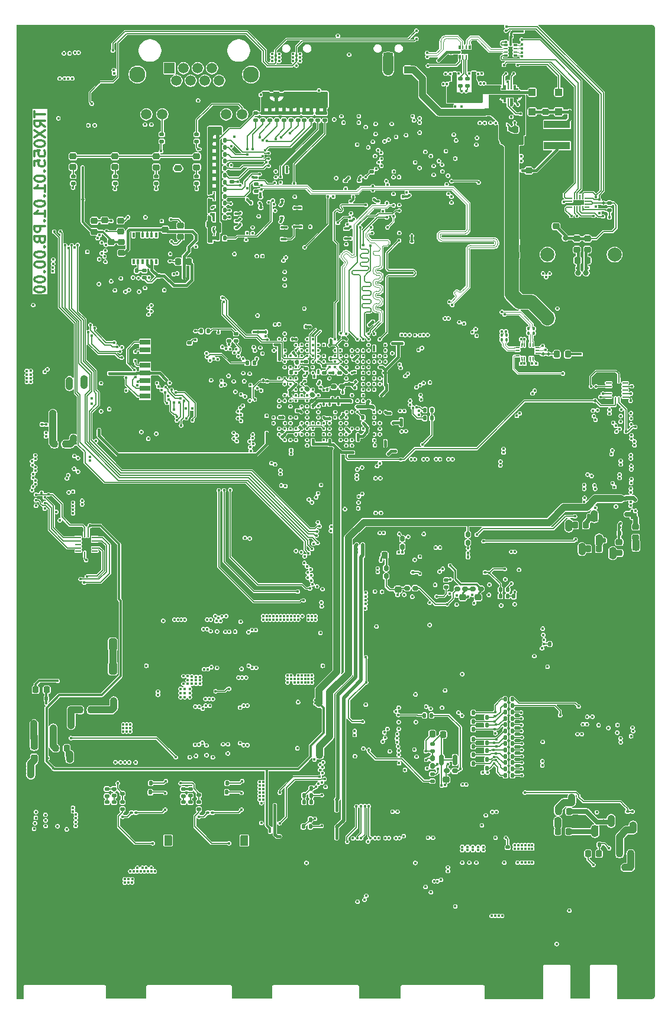
<source format=gbr>
%TF.GenerationSoftware,KiCad,Pcbnew,9.0.6-9.0.6~ubuntu22.04.1*%
%TF.CreationDate,2025-11-19T14:02:57+01:00*%
%TF.ProjectId,TRX055.01.01.PB.00.00,54525830-3535-42e3-9031-2e30312e5042,rev?*%
%TF.SameCoordinates,Original*%
%TF.FileFunction,Copper,L6,Bot*%
%TF.FilePolarity,Positive*%
%FSLAX46Y46*%
G04 Gerber Fmt 4.6, Leading zero omitted, Abs format (unit mm)*
G04 Created by KiCad (PCBNEW 9.0.6-9.0.6~ubuntu22.04.1) date 2025-11-19 14:02:57*
%MOMM*%
%LPD*%
G01*
G04 APERTURE LIST*
G04 Aperture macros list*
%AMRoundRect*
0 Rectangle with rounded corners*
0 $1 Rounding radius*
0 $2 $3 $4 $5 $6 $7 $8 $9 X,Y pos of 4 corners*
0 Add a 4 corners polygon primitive as box body*
4,1,4,$2,$3,$4,$5,$6,$7,$8,$9,$2,$3,0*
0 Add four circle primitives for the rounded corners*
1,1,$1+$1,$2,$3*
1,1,$1+$1,$4,$5*
1,1,$1+$1,$6,$7*
1,1,$1+$1,$8,$9*
0 Add four rect primitives between the rounded corners*
20,1,$1+$1,$2,$3,$4,$5,0*
20,1,$1+$1,$4,$5,$6,$7,0*
20,1,$1+$1,$6,$7,$8,$9,0*
20,1,$1+$1,$8,$9,$2,$3,0*%
%AMFreePoly0*
4,1,7,0.300000,-0.300000,0.050000,-0.300000,0.050000,0.000000,-0.300000,0.000000,-0.300000,0.300000,0.300000,0.300000,0.300000,-0.300000,0.300000,-0.300000,$1*%
%AMFreePoly1*
4,1,7,0.300000,-0.300000,-0.300000,-0.300000,-0.300000,0.000000,0.050000,0.000000,0.050000,0.300000,0.300000,0.300000,0.300000,-0.300000,0.300000,-0.300000,$1*%
%AMFreePoly2*
4,1,7,-0.050000,0.000000,0.300000,0.000000,0.300000,-0.300000,-0.300000,-0.300000,-0.300000,0.300000,-0.050000,0.300000,-0.050000,0.000000,-0.050000,0.000000,$1*%
%AMFreePoly3*
4,1,7,0.300000,0.000000,-0.050000,0.000000,-0.050000,-0.300000,-0.300000,-0.300000,-0.300000,0.300000,0.300000,0.300000,0.300000,0.000000,0.300000,0.000000,$1*%
G04 Aperture macros list end*
%ADD10C,0.300000*%
%TA.AperFunction,NonConductor*%
%ADD11C,0.300000*%
%TD*%
%TA.AperFunction,SMDPad,CuDef*%
%ADD12RoundRect,0.135000X-0.135000X-0.185000X0.135000X-0.185000X0.135000X0.185000X-0.135000X0.185000X0*%
%TD*%
%TA.AperFunction,SMDPad,CuDef*%
%ADD13RoundRect,0.135000X0.185000X-0.135000X0.185000X0.135000X-0.185000X0.135000X-0.185000X-0.135000X0*%
%TD*%
%TA.AperFunction,SMDPad,CuDef*%
%ADD14RoundRect,0.135000X0.135000X0.185000X-0.135000X0.185000X-0.135000X-0.185000X0.135000X-0.185000X0*%
%TD*%
%TA.AperFunction,SMDPad,CuDef*%
%ADD15RoundRect,0.250000X0.325000X0.650000X-0.325000X0.650000X-0.325000X-0.650000X0.325000X-0.650000X0*%
%TD*%
%TA.AperFunction,SMDPad,CuDef*%
%ADD16RoundRect,0.225000X0.225000X0.250000X-0.225000X0.250000X-0.225000X-0.250000X0.225000X-0.250000X0*%
%TD*%
%TA.AperFunction,SMDPad,CuDef*%
%ADD17RoundRect,0.225000X-0.225000X-0.250000X0.225000X-0.250000X0.225000X0.250000X-0.225000X0.250000X0*%
%TD*%
%TA.AperFunction,SMDPad,CuDef*%
%ADD18RoundRect,0.225000X-0.250000X0.225000X-0.250000X-0.225000X0.250000X-0.225000X0.250000X0.225000X0*%
%TD*%
%TA.AperFunction,WasherPad*%
%ADD19C,2.000000*%
%TD*%
%TA.AperFunction,ComponentPad*%
%ADD20R,2.000000X2.000000*%
%TD*%
%TA.AperFunction,ComponentPad*%
%ADD21C,1.500000*%
%TD*%
%TA.AperFunction,ComponentPad*%
%ADD22C,6.300000*%
%TD*%
%TA.AperFunction,ComponentPad*%
%ADD23O,1.036000X2.100000*%
%TD*%
%TA.AperFunction,ComponentPad*%
%ADD24O,1.100000X2.600000*%
%TD*%
%TA.AperFunction,SMDPad,CuDef*%
%ADD25R,3.000000X4.500000*%
%TD*%
%TA.AperFunction,ComponentPad*%
%ADD26O,1.500000X2.550000*%
%TD*%
%TA.AperFunction,ComponentPad*%
%ADD27R,1.500000X1.500000*%
%TD*%
%TA.AperFunction,ComponentPad*%
%ADD28C,2.300000*%
%TD*%
%TA.AperFunction,SMDPad,CuDef*%
%ADD29RoundRect,0.225000X0.250000X-0.225000X0.250000X0.225000X-0.250000X0.225000X-0.250000X-0.225000X0*%
%TD*%
%TA.AperFunction,SMDPad,CuDef*%
%ADD30RoundRect,0.218750X0.218750X0.256250X-0.218750X0.256250X-0.218750X-0.256250X0.218750X-0.256250X0*%
%TD*%
%TA.AperFunction,SMDPad,CuDef*%
%ADD31RoundRect,0.100000X-0.100000X0.130000X-0.100000X-0.130000X0.100000X-0.130000X0.100000X0.130000X0*%
%TD*%
%TA.AperFunction,SMDPad,CuDef*%
%ADD32RoundRect,0.100000X0.130000X0.100000X-0.130000X0.100000X-0.130000X-0.100000X0.130000X-0.100000X0*%
%TD*%
%TA.AperFunction,SMDPad,CuDef*%
%ADD33RoundRect,0.140000X-0.170000X0.140000X-0.170000X-0.140000X0.170000X-0.140000X0.170000X0.140000X0*%
%TD*%
%TA.AperFunction,SMDPad,CuDef*%
%ADD34R,0.364000X0.665000*%
%TD*%
%TA.AperFunction,SMDPad,CuDef*%
%ADD35R,3.400000X2.500000*%
%TD*%
%TA.AperFunction,SMDPad,CuDef*%
%ADD36RoundRect,0.100000X0.100000X-0.130000X0.100000X0.130000X-0.100000X0.130000X-0.100000X-0.130000X0*%
%TD*%
%TA.AperFunction,SMDPad,CuDef*%
%ADD37RoundRect,0.160000X0.160000X-0.222500X0.160000X0.222500X-0.160000X0.222500X-0.160000X-0.222500X0*%
%TD*%
%TA.AperFunction,SMDPad,CuDef*%
%ADD38RoundRect,0.100000X-0.130000X-0.100000X0.130000X-0.100000X0.130000X0.100000X-0.130000X0.100000X0*%
%TD*%
%TA.AperFunction,SMDPad,CuDef*%
%ADD39FreePoly0,270.000000*%
%TD*%
%TA.AperFunction,SMDPad,CuDef*%
%ADD40R,0.250000X0.600000*%
%TD*%
%TA.AperFunction,SMDPad,CuDef*%
%ADD41FreePoly1,270.000000*%
%TD*%
%TA.AperFunction,SMDPad,CuDef*%
%ADD42R,2.400000X0.300000*%
%TD*%
%TA.AperFunction,SMDPad,CuDef*%
%ADD43FreePoly2,270.000000*%
%TD*%
%TA.AperFunction,SMDPad,CuDef*%
%ADD44FreePoly3,270.000000*%
%TD*%
%TA.AperFunction,SMDPad,CuDef*%
%ADD45RoundRect,0.150000X0.150000X-0.587500X0.150000X0.587500X-0.150000X0.587500X-0.150000X-0.587500X0*%
%TD*%
%TA.AperFunction,SMDPad,CuDef*%
%ADD46RoundRect,0.250000X0.300000X-0.300000X0.300000X0.300000X-0.300000X0.300000X-0.300000X-0.300000X0*%
%TD*%
%TA.AperFunction,SMDPad,CuDef*%
%ADD47RoundRect,0.135000X-0.185000X0.135000X-0.185000X-0.135000X0.185000X-0.135000X0.185000X0.135000X0*%
%TD*%
%TA.AperFunction,SMDPad,CuDef*%
%ADD48RoundRect,0.100000X-0.018372X-0.162980X0.162240X0.024048X0.018372X0.162980X-0.162240X-0.024048X0*%
%TD*%
%TA.AperFunction,SMDPad,CuDef*%
%ADD49RoundRect,0.160000X0.222500X0.160000X-0.222500X0.160000X-0.222500X-0.160000X0.222500X-0.160000X0*%
%TD*%
%TA.AperFunction,SMDPad,CuDef*%
%ADD50RoundRect,0.100000X-0.162635X0.021213X0.021213X-0.162635X0.162635X-0.021213X-0.021213X0.162635X0*%
%TD*%
%TA.AperFunction,SMDPad,CuDef*%
%ADD51RoundRect,0.062500X-0.062500X-0.350000X0.062500X-0.350000X0.062500X0.350000X-0.062500X0.350000X0*%
%TD*%
%TA.AperFunction,SMDPad,CuDef*%
%ADD52RoundRect,0.062500X-0.350000X-0.062500X0.350000X-0.062500X0.350000X0.062500X-0.350000X0.062500X0*%
%TD*%
%TA.AperFunction,SMDPad,CuDef*%
%ADD53R,1.000000X1.500000*%
%TD*%
%TA.AperFunction,SMDPad,CuDef*%
%ADD54RoundRect,0.160000X0.270468X-0.044194X-0.044194X0.270468X-0.270468X0.044194X0.044194X-0.270468X0*%
%TD*%
%TA.AperFunction,SMDPad,CuDef*%
%ADD55RoundRect,0.218750X-0.256250X0.218750X-0.256250X-0.218750X0.256250X-0.218750X0.256250X0.218750X0*%
%TD*%
%TA.AperFunction,SMDPad,CuDef*%
%ADD56RoundRect,0.140000X0.140000X0.170000X-0.140000X0.170000X-0.140000X-0.170000X0.140000X-0.170000X0*%
%TD*%
%TA.AperFunction,SMDPad,CuDef*%
%ADD57RoundRect,0.140000X0.170000X-0.140000X0.170000X0.140000X-0.170000X0.140000X-0.170000X-0.140000X0*%
%TD*%
%TA.AperFunction,SMDPad,CuDef*%
%ADD58RoundRect,0.100000X0.021213X0.162635X-0.162635X-0.021213X-0.021213X-0.162635X0.162635X0.021213X0*%
%TD*%
%TA.AperFunction,SMDPad,CuDef*%
%ADD59R,3.700000X1.100000*%
%TD*%
%TA.AperFunction,SMDPad,CuDef*%
%ADD60RoundRect,0.031250X0.243750X0.093750X-0.243750X0.093750X-0.243750X-0.093750X0.243750X-0.093750X0*%
%TD*%
%TA.AperFunction,SMDPad,CuDef*%
%ADD61RoundRect,0.025000X0.250000X0.075000X-0.250000X0.075000X-0.250000X-0.075000X0.250000X-0.075000X0*%
%TD*%
%TA.AperFunction,SMDPad,CuDef*%
%ADD62RoundRect,0.037500X0.112500X0.262500X-0.112500X0.262500X-0.112500X-0.262500X0.112500X-0.262500X0*%
%TD*%
%TA.AperFunction,SMDPad,CuDef*%
%ADD63R,0.200000X0.595000*%
%TD*%
%TA.AperFunction,SMDPad,CuDef*%
%ADD64R,0.595000X0.200000*%
%TD*%
%TA.AperFunction,SMDPad,CuDef*%
%ADD65R,1.750000X0.950000*%
%TD*%
%TA.AperFunction,SMDPad,CuDef*%
%ADD66RoundRect,0.031250X-0.093750X0.243750X-0.093750X-0.243750X0.093750X-0.243750X0.093750X0.243750X0*%
%TD*%
%TA.AperFunction,SMDPad,CuDef*%
%ADD67RoundRect,0.025000X-0.075000X0.250000X-0.075000X-0.250000X0.075000X-0.250000X0.075000X0.250000X0*%
%TD*%
%TA.AperFunction,SMDPad,CuDef*%
%ADD68RoundRect,0.037500X-0.262500X0.112500X-0.262500X-0.112500X0.262500X-0.112500X0.262500X0.112500X0*%
%TD*%
%TA.AperFunction,SMDPad,CuDef*%
%ADD69RoundRect,0.218750X-0.218750X-0.256250X0.218750X-0.256250X0.218750X0.256250X-0.218750X0.256250X0*%
%TD*%
%TA.AperFunction,SMDPad,CuDef*%
%ADD70RoundRect,0.218750X0.256250X-0.218750X0.256250X0.218750X-0.256250X0.218750X-0.256250X-0.218750X0*%
%TD*%
%TA.AperFunction,SMDPad,CuDef*%
%ADD71RoundRect,0.140000X-0.140000X-0.170000X0.140000X-0.170000X0.140000X0.170000X-0.140000X0.170000X0*%
%TD*%
%TA.AperFunction,SMDPad,CuDef*%
%ADD72RoundRect,0.160000X-0.222500X-0.160000X0.222500X-0.160000X0.222500X0.160000X-0.222500X0.160000X0*%
%TD*%
%TA.AperFunction,SMDPad,CuDef*%
%ADD73RoundRect,0.100000X0.162635X-0.021213X-0.021213X0.162635X-0.162635X0.021213X0.021213X-0.162635X0*%
%TD*%
%TA.AperFunction,SMDPad,CuDef*%
%ADD74RoundRect,0.100000X-0.021213X-0.162635X0.162635X0.021213X0.021213X0.162635X-0.162635X-0.021213X0*%
%TD*%
%TA.AperFunction,SMDPad,CuDef*%
%ADD75R,0.200000X0.765000*%
%TD*%
%TA.AperFunction,SMDPad,CuDef*%
%ADD76R,0.200000X0.665000*%
%TD*%
%TA.AperFunction,SMDPad,CuDef*%
%ADD77R,0.665000X0.200000*%
%TD*%
%TA.AperFunction,SMDPad,CuDef*%
%ADD78R,1.500000X0.800000*%
%TD*%
%TA.AperFunction,SMDPad,CuDef*%
%ADD79RoundRect,0.362500X0.637500X-0.362500X0.637500X0.362500X-0.637500X0.362500X-0.637500X-0.362500X0*%
%TD*%
%TA.AperFunction,SMDPad,CuDef*%
%ADD80RoundRect,0.250000X0.300000X0.300000X-0.300000X0.300000X-0.300000X-0.300000X0.300000X-0.300000X0*%
%TD*%
%TA.AperFunction,SMDPad,CuDef*%
%ADD81RoundRect,0.062500X0.062500X0.350000X-0.062500X0.350000X-0.062500X-0.350000X0.062500X-0.350000X0*%
%TD*%
%TA.AperFunction,SMDPad,CuDef*%
%ADD82RoundRect,0.062500X0.350000X0.062500X-0.350000X0.062500X-0.350000X-0.062500X0.350000X-0.062500X0*%
%TD*%
%TA.AperFunction,ViaPad*%
%ADD83C,0.400000*%
%TD*%
%TA.AperFunction,ViaPad*%
%ADD84C,0.800000*%
%TD*%
%TA.AperFunction,Conductor*%
%ADD85C,0.200000*%
%TD*%
%TA.AperFunction,Conductor*%
%ADD86C,0.127000*%
%TD*%
%TA.AperFunction,Conductor*%
%ADD87C,1.000000*%
%TD*%
%TA.AperFunction,Conductor*%
%ADD88C,0.300000*%
%TD*%
%TA.AperFunction,Conductor*%
%ADD89C,2.000000*%
%TD*%
%TA.AperFunction,Conductor*%
%ADD90C,0.100000*%
%TD*%
%TA.AperFunction,Conductor*%
%ADD91C,0.500000*%
%TD*%
%TA.AperFunction,Conductor*%
%ADD92C,0.400000*%
%TD*%
%TA.AperFunction,Conductor*%
%ADD93C,0.250000*%
%TD*%
%TA.AperFunction,Conductor*%
%ADD94C,0.124000*%
%TD*%
%TA.AperFunction,Conductor*%
%ADD95C,0.180000*%
%TD*%
%TA.AperFunction,Conductor*%
%ADD96C,0.150000*%
%TD*%
%TA.AperFunction,Conductor*%
%ADD97C,0.600000*%
%TD*%
%TA.AperFunction,Conductor*%
%ADD98C,0.700000*%
%TD*%
%TA.AperFunction,Conductor*%
%ADD99C,1.500000*%
%TD*%
G04 APERTURE END LIST*
D10*
D11*
X62800828Y-42768225D02*
X62800828Y-43625368D01*
X64300828Y-43196796D02*
X62800828Y-43196796D01*
X64300828Y-44982510D02*
X63586542Y-44482510D01*
X64300828Y-44125367D02*
X62800828Y-44125367D01*
X62800828Y-44125367D02*
X62800828Y-44696796D01*
X62800828Y-44696796D02*
X62872257Y-44839653D01*
X62872257Y-44839653D02*
X62943685Y-44911082D01*
X62943685Y-44911082D02*
X63086542Y-44982510D01*
X63086542Y-44982510D02*
X63300828Y-44982510D01*
X63300828Y-44982510D02*
X63443685Y-44911082D01*
X63443685Y-44911082D02*
X63515114Y-44839653D01*
X63515114Y-44839653D02*
X63586542Y-44696796D01*
X63586542Y-44696796D02*
X63586542Y-44125367D01*
X62800828Y-45482510D02*
X64300828Y-46482510D01*
X62800828Y-46482510D02*
X64300828Y-45482510D01*
X62800828Y-47339653D02*
X62800828Y-47482510D01*
X62800828Y-47482510D02*
X62872257Y-47625367D01*
X62872257Y-47625367D02*
X62943685Y-47696796D01*
X62943685Y-47696796D02*
X63086542Y-47768224D01*
X63086542Y-47768224D02*
X63372257Y-47839653D01*
X63372257Y-47839653D02*
X63729400Y-47839653D01*
X63729400Y-47839653D02*
X64015114Y-47768224D01*
X64015114Y-47768224D02*
X64157971Y-47696796D01*
X64157971Y-47696796D02*
X64229400Y-47625367D01*
X64229400Y-47625367D02*
X64300828Y-47482510D01*
X64300828Y-47482510D02*
X64300828Y-47339653D01*
X64300828Y-47339653D02*
X64229400Y-47196796D01*
X64229400Y-47196796D02*
X64157971Y-47125367D01*
X64157971Y-47125367D02*
X64015114Y-47053938D01*
X64015114Y-47053938D02*
X63729400Y-46982510D01*
X63729400Y-46982510D02*
X63372257Y-46982510D01*
X63372257Y-46982510D02*
X63086542Y-47053938D01*
X63086542Y-47053938D02*
X62943685Y-47125367D01*
X62943685Y-47125367D02*
X62872257Y-47196796D01*
X62872257Y-47196796D02*
X62800828Y-47339653D01*
X62800828Y-49196795D02*
X62800828Y-48482509D01*
X62800828Y-48482509D02*
X63515114Y-48411081D01*
X63515114Y-48411081D02*
X63443685Y-48482509D01*
X63443685Y-48482509D02*
X63372257Y-48625367D01*
X63372257Y-48625367D02*
X63372257Y-48982509D01*
X63372257Y-48982509D02*
X63443685Y-49125367D01*
X63443685Y-49125367D02*
X63515114Y-49196795D01*
X63515114Y-49196795D02*
X63657971Y-49268224D01*
X63657971Y-49268224D02*
X64015114Y-49268224D01*
X64015114Y-49268224D02*
X64157971Y-49196795D01*
X64157971Y-49196795D02*
X64229400Y-49125367D01*
X64229400Y-49125367D02*
X64300828Y-48982509D01*
X64300828Y-48982509D02*
X64300828Y-48625367D01*
X64300828Y-48625367D02*
X64229400Y-48482509D01*
X64229400Y-48482509D02*
X64157971Y-48411081D01*
X62800828Y-50625366D02*
X62800828Y-49911080D01*
X62800828Y-49911080D02*
X63515114Y-49839652D01*
X63515114Y-49839652D02*
X63443685Y-49911080D01*
X63443685Y-49911080D02*
X63372257Y-50053938D01*
X63372257Y-50053938D02*
X63372257Y-50411080D01*
X63372257Y-50411080D02*
X63443685Y-50553938D01*
X63443685Y-50553938D02*
X63515114Y-50625366D01*
X63515114Y-50625366D02*
X63657971Y-50696795D01*
X63657971Y-50696795D02*
X64015114Y-50696795D01*
X64015114Y-50696795D02*
X64157971Y-50625366D01*
X64157971Y-50625366D02*
X64229400Y-50553938D01*
X64229400Y-50553938D02*
X64300828Y-50411080D01*
X64300828Y-50411080D02*
X64300828Y-50053938D01*
X64300828Y-50053938D02*
X64229400Y-49911080D01*
X64229400Y-49911080D02*
X64157971Y-49839652D01*
X64157971Y-51339651D02*
X64229400Y-51411080D01*
X64229400Y-51411080D02*
X64300828Y-51339651D01*
X64300828Y-51339651D02*
X64229400Y-51268223D01*
X64229400Y-51268223D02*
X64157971Y-51339651D01*
X64157971Y-51339651D02*
X64300828Y-51339651D01*
X62800828Y-52339652D02*
X62800828Y-52482509D01*
X62800828Y-52482509D02*
X62872257Y-52625366D01*
X62872257Y-52625366D02*
X62943685Y-52696795D01*
X62943685Y-52696795D02*
X63086542Y-52768223D01*
X63086542Y-52768223D02*
X63372257Y-52839652D01*
X63372257Y-52839652D02*
X63729400Y-52839652D01*
X63729400Y-52839652D02*
X64015114Y-52768223D01*
X64015114Y-52768223D02*
X64157971Y-52696795D01*
X64157971Y-52696795D02*
X64229400Y-52625366D01*
X64229400Y-52625366D02*
X64300828Y-52482509D01*
X64300828Y-52482509D02*
X64300828Y-52339652D01*
X64300828Y-52339652D02*
X64229400Y-52196795D01*
X64229400Y-52196795D02*
X64157971Y-52125366D01*
X64157971Y-52125366D02*
X64015114Y-52053937D01*
X64015114Y-52053937D02*
X63729400Y-51982509D01*
X63729400Y-51982509D02*
X63372257Y-51982509D01*
X63372257Y-51982509D02*
X63086542Y-52053937D01*
X63086542Y-52053937D02*
X62943685Y-52125366D01*
X62943685Y-52125366D02*
X62872257Y-52196795D01*
X62872257Y-52196795D02*
X62800828Y-52339652D01*
X64300828Y-54268223D02*
X64300828Y-53411080D01*
X64300828Y-53839651D02*
X62800828Y-53839651D01*
X62800828Y-53839651D02*
X63015114Y-53696794D01*
X63015114Y-53696794D02*
X63157971Y-53553937D01*
X63157971Y-53553937D02*
X63229400Y-53411080D01*
X64157971Y-54911079D02*
X64229400Y-54982508D01*
X64229400Y-54982508D02*
X64300828Y-54911079D01*
X64300828Y-54911079D02*
X64229400Y-54839651D01*
X64229400Y-54839651D02*
X64157971Y-54911079D01*
X64157971Y-54911079D02*
X64300828Y-54911079D01*
X62800828Y-55911080D02*
X62800828Y-56053937D01*
X62800828Y-56053937D02*
X62872257Y-56196794D01*
X62872257Y-56196794D02*
X62943685Y-56268223D01*
X62943685Y-56268223D02*
X63086542Y-56339651D01*
X63086542Y-56339651D02*
X63372257Y-56411080D01*
X63372257Y-56411080D02*
X63729400Y-56411080D01*
X63729400Y-56411080D02*
X64015114Y-56339651D01*
X64015114Y-56339651D02*
X64157971Y-56268223D01*
X64157971Y-56268223D02*
X64229400Y-56196794D01*
X64229400Y-56196794D02*
X64300828Y-56053937D01*
X64300828Y-56053937D02*
X64300828Y-55911080D01*
X64300828Y-55911080D02*
X64229400Y-55768223D01*
X64229400Y-55768223D02*
X64157971Y-55696794D01*
X64157971Y-55696794D02*
X64015114Y-55625365D01*
X64015114Y-55625365D02*
X63729400Y-55553937D01*
X63729400Y-55553937D02*
X63372257Y-55553937D01*
X63372257Y-55553937D02*
X63086542Y-55625365D01*
X63086542Y-55625365D02*
X62943685Y-55696794D01*
X62943685Y-55696794D02*
X62872257Y-55768223D01*
X62872257Y-55768223D02*
X62800828Y-55911080D01*
X64300828Y-57839651D02*
X64300828Y-56982508D01*
X64300828Y-57411079D02*
X62800828Y-57411079D01*
X62800828Y-57411079D02*
X63015114Y-57268222D01*
X63015114Y-57268222D02*
X63157971Y-57125365D01*
X63157971Y-57125365D02*
X63229400Y-56982508D01*
X64157971Y-58482507D02*
X64229400Y-58553936D01*
X64229400Y-58553936D02*
X64300828Y-58482507D01*
X64300828Y-58482507D02*
X64229400Y-58411079D01*
X64229400Y-58411079D02*
X64157971Y-58482507D01*
X64157971Y-58482507D02*
X64300828Y-58482507D01*
X64300828Y-59196793D02*
X62800828Y-59196793D01*
X62800828Y-59196793D02*
X62800828Y-59768222D01*
X62800828Y-59768222D02*
X62872257Y-59911079D01*
X62872257Y-59911079D02*
X62943685Y-59982508D01*
X62943685Y-59982508D02*
X63086542Y-60053936D01*
X63086542Y-60053936D02*
X63300828Y-60053936D01*
X63300828Y-60053936D02*
X63443685Y-59982508D01*
X63443685Y-59982508D02*
X63515114Y-59911079D01*
X63515114Y-59911079D02*
X63586542Y-59768222D01*
X63586542Y-59768222D02*
X63586542Y-59196793D01*
X63515114Y-61196793D02*
X63586542Y-61411079D01*
X63586542Y-61411079D02*
X63657971Y-61482508D01*
X63657971Y-61482508D02*
X63800828Y-61553936D01*
X63800828Y-61553936D02*
X64015114Y-61553936D01*
X64015114Y-61553936D02*
X64157971Y-61482508D01*
X64157971Y-61482508D02*
X64229400Y-61411079D01*
X64229400Y-61411079D02*
X64300828Y-61268222D01*
X64300828Y-61268222D02*
X64300828Y-60696793D01*
X64300828Y-60696793D02*
X62800828Y-60696793D01*
X62800828Y-60696793D02*
X62800828Y-61196793D01*
X62800828Y-61196793D02*
X62872257Y-61339651D01*
X62872257Y-61339651D02*
X62943685Y-61411079D01*
X62943685Y-61411079D02*
X63086542Y-61482508D01*
X63086542Y-61482508D02*
X63229400Y-61482508D01*
X63229400Y-61482508D02*
X63372257Y-61411079D01*
X63372257Y-61411079D02*
X63443685Y-61339651D01*
X63443685Y-61339651D02*
X63515114Y-61196793D01*
X63515114Y-61196793D02*
X63515114Y-60696793D01*
X64157971Y-62196793D02*
X64229400Y-62268222D01*
X64229400Y-62268222D02*
X64300828Y-62196793D01*
X64300828Y-62196793D02*
X64229400Y-62125365D01*
X64229400Y-62125365D02*
X64157971Y-62196793D01*
X64157971Y-62196793D02*
X64300828Y-62196793D01*
X62800828Y-63196794D02*
X62800828Y-63339651D01*
X62800828Y-63339651D02*
X62872257Y-63482508D01*
X62872257Y-63482508D02*
X62943685Y-63553937D01*
X62943685Y-63553937D02*
X63086542Y-63625365D01*
X63086542Y-63625365D02*
X63372257Y-63696794D01*
X63372257Y-63696794D02*
X63729400Y-63696794D01*
X63729400Y-63696794D02*
X64015114Y-63625365D01*
X64015114Y-63625365D02*
X64157971Y-63553937D01*
X64157971Y-63553937D02*
X64229400Y-63482508D01*
X64229400Y-63482508D02*
X64300828Y-63339651D01*
X64300828Y-63339651D02*
X64300828Y-63196794D01*
X64300828Y-63196794D02*
X64229400Y-63053937D01*
X64229400Y-63053937D02*
X64157971Y-62982508D01*
X64157971Y-62982508D02*
X64015114Y-62911079D01*
X64015114Y-62911079D02*
X63729400Y-62839651D01*
X63729400Y-62839651D02*
X63372257Y-62839651D01*
X63372257Y-62839651D02*
X63086542Y-62911079D01*
X63086542Y-62911079D02*
X62943685Y-62982508D01*
X62943685Y-62982508D02*
X62872257Y-63053937D01*
X62872257Y-63053937D02*
X62800828Y-63196794D01*
X62800828Y-64625365D02*
X62800828Y-64768222D01*
X62800828Y-64768222D02*
X62872257Y-64911079D01*
X62872257Y-64911079D02*
X62943685Y-64982508D01*
X62943685Y-64982508D02*
X63086542Y-65053936D01*
X63086542Y-65053936D02*
X63372257Y-65125365D01*
X63372257Y-65125365D02*
X63729400Y-65125365D01*
X63729400Y-65125365D02*
X64015114Y-65053936D01*
X64015114Y-65053936D02*
X64157971Y-64982508D01*
X64157971Y-64982508D02*
X64229400Y-64911079D01*
X64229400Y-64911079D02*
X64300828Y-64768222D01*
X64300828Y-64768222D02*
X64300828Y-64625365D01*
X64300828Y-64625365D02*
X64229400Y-64482508D01*
X64229400Y-64482508D02*
X64157971Y-64411079D01*
X64157971Y-64411079D02*
X64015114Y-64339650D01*
X64015114Y-64339650D02*
X63729400Y-64268222D01*
X63729400Y-64268222D02*
X63372257Y-64268222D01*
X63372257Y-64268222D02*
X63086542Y-64339650D01*
X63086542Y-64339650D02*
X62943685Y-64411079D01*
X62943685Y-64411079D02*
X62872257Y-64482508D01*
X62872257Y-64482508D02*
X62800828Y-64625365D01*
X64157971Y-65768221D02*
X64229400Y-65839650D01*
X64229400Y-65839650D02*
X64300828Y-65768221D01*
X64300828Y-65768221D02*
X64229400Y-65696793D01*
X64229400Y-65696793D02*
X64157971Y-65768221D01*
X64157971Y-65768221D02*
X64300828Y-65768221D01*
X62800828Y-66768222D02*
X62800828Y-66911079D01*
X62800828Y-66911079D02*
X62872257Y-67053936D01*
X62872257Y-67053936D02*
X62943685Y-67125365D01*
X62943685Y-67125365D02*
X63086542Y-67196793D01*
X63086542Y-67196793D02*
X63372257Y-67268222D01*
X63372257Y-67268222D02*
X63729400Y-67268222D01*
X63729400Y-67268222D02*
X64015114Y-67196793D01*
X64015114Y-67196793D02*
X64157971Y-67125365D01*
X64157971Y-67125365D02*
X64229400Y-67053936D01*
X64229400Y-67053936D02*
X64300828Y-66911079D01*
X64300828Y-66911079D02*
X64300828Y-66768222D01*
X64300828Y-66768222D02*
X64229400Y-66625365D01*
X64229400Y-66625365D02*
X64157971Y-66553936D01*
X64157971Y-66553936D02*
X64015114Y-66482507D01*
X64015114Y-66482507D02*
X63729400Y-66411079D01*
X63729400Y-66411079D02*
X63372257Y-66411079D01*
X63372257Y-66411079D02*
X63086542Y-66482507D01*
X63086542Y-66482507D02*
X62943685Y-66553936D01*
X62943685Y-66553936D02*
X62872257Y-66625365D01*
X62872257Y-66625365D02*
X62800828Y-66768222D01*
X62800828Y-68196793D02*
X62800828Y-68339650D01*
X62800828Y-68339650D02*
X62872257Y-68482507D01*
X62872257Y-68482507D02*
X62943685Y-68553936D01*
X62943685Y-68553936D02*
X63086542Y-68625364D01*
X63086542Y-68625364D02*
X63372257Y-68696793D01*
X63372257Y-68696793D02*
X63729400Y-68696793D01*
X63729400Y-68696793D02*
X64015114Y-68625364D01*
X64015114Y-68625364D02*
X64157971Y-68553936D01*
X64157971Y-68553936D02*
X64229400Y-68482507D01*
X64229400Y-68482507D02*
X64300828Y-68339650D01*
X64300828Y-68339650D02*
X64300828Y-68196793D01*
X64300828Y-68196793D02*
X64229400Y-68053936D01*
X64229400Y-68053936D02*
X64157971Y-67982507D01*
X64157971Y-67982507D02*
X64015114Y-67911078D01*
X64015114Y-67911078D02*
X63729400Y-67839650D01*
X63729400Y-67839650D02*
X63372257Y-67839650D01*
X63372257Y-67839650D02*
X63086542Y-67911078D01*
X63086542Y-67911078D02*
X62943685Y-67982507D01*
X62943685Y-67982507D02*
X62872257Y-68053936D01*
X62872257Y-68053936D02*
X62800828Y-68196793D01*
D12*
%TO.P,R166,1*%
%TO.N,/Clocking/VDD_DIFF*%
X129460000Y-111210000D03*
%TO.P,R166,2*%
%TO.N,/Clocking/EXT_REF_EN*%
X130480000Y-111210000D03*
%TD*%
%TO.P,R165,1*%
%TO.N,/Clocking/VDD_DIFF*%
X129450000Y-112150000D03*
%TO.P,R165,2*%
%TO.N,Net-(C382-Pad2)*%
X130470000Y-112150000D03*
%TD*%
%TO.P,R164,1*%
%TO.N,Net-(C382-Pad2)*%
X131350000Y-112160000D03*
%TO.P,R164,2*%
%TO.N,GND*%
X132370000Y-112160000D03*
%TD*%
D13*
%TO.P,R163,1*%
%TO.N,Net-(R163-Pad1)*%
X121700000Y-110850000D03*
%TO.P,R163,2*%
%TO.N,/FPGA_CLK_REF_0*%
X121700000Y-109830000D03*
%TD*%
D14*
%TO.P,R162,2*%
%TO.N,Net-(U5-FB{slash}ADJ)*%
X101350000Y-141600000D03*
%TO.P,R162,1*%
%TO.N,Net-(C240-Pad1)*%
X102370000Y-141600000D03*
%TD*%
D15*
%TO.P,C397,1*%
%TO.N,VDD_5V5A*%
X74000000Y-122450000D03*
%TO.P,C397,2*%
%TO.N,GND*%
X71050000Y-122450000D03*
%TD*%
%TO.P,C396,1*%
%TO.N,VDD_5V5A*%
X74000000Y-119100000D03*
%TO.P,C396,2*%
%TO.N,GND*%
X71050000Y-119100000D03*
%TD*%
D16*
%TO.P,C377,1*%
%TO.N,VDD_MAIN_PWR*%
X129900000Y-47000000D03*
%TO.P,C377,2*%
%TO.N,GND*%
X128350000Y-47000000D03*
%TD*%
D17*
%TO.P,C376,1*%
%TO.N,VDD_MAIN_PWR*%
X131725000Y-63400000D03*
%TO.P,C376,2*%
%TO.N,GND*%
X133275000Y-63400000D03*
%TD*%
%TO.P,C375,1*%
%TO.N,VDD_MAIN_PWR*%
X131700000Y-61500000D03*
%TO.P,C375,2*%
%TO.N,GND*%
X133250000Y-61500000D03*
%TD*%
%TO.P,C374,1*%
%TO.N,VDD_MAIN_PWR*%
X130025000Y-45400000D03*
%TO.P,C374,2*%
%TO.N,GND*%
X131575000Y-45400000D03*
%TD*%
D16*
%TO.P,C373,1*%
%TO.N,VDD_MAIN_PWR*%
X118275000Y-38900000D03*
%TO.P,C373,2*%
%TO.N,GND*%
X116725000Y-38900000D03*
%TD*%
D18*
%TO.P,C372,1*%
%TO.N,VDD_MAIN_PWR*%
X125400000Y-42925000D03*
%TO.P,C372,2*%
%TO.N,GND*%
X125400000Y-44475000D03*
%TD*%
%TO.P,C371,1*%
%TO.N,VDD_MAIN_PWR*%
X124100000Y-42950000D03*
%TO.P,C371,2*%
%TO.N,GND*%
X124100000Y-44500000D03*
%TD*%
%TO.P,C370,1*%
%TO.N,VDD_MAIN_PWR*%
X122600000Y-42900000D03*
%TO.P,C370,2*%
%TO.N,GND*%
X122600000Y-44450000D03*
%TD*%
%TO.P,C369,1*%
%TO.N,VDD_MAIN_PWR*%
X121000000Y-42900000D03*
%TO.P,C369,2*%
%TO.N,GND*%
X121000000Y-44450000D03*
%TD*%
D19*
%TO.P,J5,*%
%TO.N,*%
X145800000Y-63300000D03*
X136200000Y-63300000D03*
D20*
%TO.P,J5,CAGE,CAGE*%
%TO.N,GND*%
X148125000Y-32400000D03*
X139550000Y-32400000D03*
X133875000Y-37400000D03*
X148125000Y-42400000D03*
X133875000Y-47400000D03*
X148125000Y-52400000D03*
X142450000Y-52400000D03*
X137050000Y-52400000D03*
D21*
X148125000Y-55200000D03*
X133875000Y-55200000D03*
D20*
X133875000Y-57400000D03*
D21*
X148125000Y-59900000D03*
X133875000Y-59900000D03*
D20*
X148125000Y-62400000D03*
D21*
X148125000Y-64900000D03*
X133875000Y-64900000D03*
D20*
X133875000Y-67400000D03*
D21*
X145800000Y-69500000D03*
X141000000Y-69500000D03*
X136200000Y-69500000D03*
%TD*%
D22*
%TO.P,M1,SH0*%
%TO.N,GND*%
X146000000Y-111000000D03*
%TO.P,M1,SH1*%
X146000000Y-75000000D03*
%TD*%
D23*
%TO.P,J9,SH1,SHIELD3*%
%TO.N,GND*%
X128600000Y-37660000D03*
%TO.P,J9,SH2,SHIELD4*%
X119960000Y-37660000D03*
D24*
%TO.P,J9,SH3,SHIELD1*%
X128600000Y-32300000D03*
%TO.P,J9,SH4,SHIELD2*%
X119960000Y-32300000D03*
%TD*%
D22*
%TO.P,M2,SH0*%
%TO.N,GND*%
X146000000Y-156000000D03*
%TO.P,M2,SH1*%
X146000000Y-120000000D03*
%TD*%
%TO.P,M4,SH0*%
%TO.N,GND*%
X65000000Y-120000000D03*
%TO.P,M4,SH1*%
X65000000Y-156000000D03*
%TD*%
D25*
%TO.P,J11,2,Ext*%
%TO.N,GND*%
X70360000Y-165450000D03*
X63360000Y-165450000D03*
%TD*%
D22*
%TO.P,M3,SH0*%
%TO.N,GND*%
X65000000Y-75000000D03*
%TO.P,M3,SH1*%
X65000000Y-111000000D03*
%TD*%
D25*
%TO.P,J13,2,Ext*%
%TO.N,GND*%
X124500000Y-165450000D03*
X117500000Y-165450000D03*
%TD*%
%TO.P,J15,2,Ext*%
%TO.N,GND*%
X106500000Y-165450000D03*
X99500000Y-165450000D03*
%TD*%
D26*
%TO.P,J7,SH,SH*%
%TO.N,GND*%
X71100000Y-35360000D03*
X71100000Y-32000000D03*
X64900000Y-35360000D03*
X64900000Y-32000000D03*
%TD*%
D25*
%TO.P,J17,2,Ext*%
%TO.N,GND*%
X88360000Y-165450000D03*
X81360000Y-165450000D03*
%TD*%
D27*
%TO.P,J8,1*%
%TO.N,/ETH_PHY_Metal/ETH_Pair3/MDI_P*%
X82090000Y-36640000D03*
D21*
%TO.P,J8,2*%
%TO.N,/ETH_PHY_Metal/ETH_Pair3/MDI_N*%
X83106000Y-38420000D03*
%TO.P,J8,3*%
%TO.N,/ETH_PHY_Metal/ETH_Pair2/MDI_P*%
X84122000Y-36640000D03*
%TO.P,J8,4*%
%TO.N,/ETH_PHY_Metal/ETH_Pair1/MDI_P*%
X85138000Y-38420000D03*
%TO.P,J8,5*%
%TO.N,/ETH_PHY_Metal/ETH_Pair1/MDI_N*%
X86154000Y-36640000D03*
%TO.P,J8,6*%
%TO.N,/ETH_PHY_Metal/ETH_Pair2/MDI_N*%
X87170000Y-38420000D03*
%TO.P,J8,7*%
%TO.N,/ETH_PHY_Metal/ETH_Pair/MDI_P*%
X88186000Y-36640000D03*
%TO.P,J8,8*%
%TO.N,/ETH_PHY_Metal/ETH_Pair/MDI_N*%
X89202000Y-38420000D03*
%TO.P,J8,9*%
%TO.N,/ETH_PHY_Metal/nLED2*%
X78790000Y-43240000D03*
%TO.P,J8,10*%
%TO.N,Net-(J8-Pad10)*%
X81080000Y-43240000D03*
%TO.P,J8,11*%
%TO.N,/ETH_PHY_Metal/nLED1*%
X90220000Y-43240000D03*
%TO.P,J8,12*%
%TO.N,Net-(J8-Pad12)*%
X92510000Y-43240000D03*
D28*
%TO.P,J8,SH*%
%TO.N,unconnected-(J8-PadSH)*%
X77520000Y-37530000D03*
X93780000Y-37530000D03*
%TD*%
D29*
%TO.P,C325,1*%
%TO.N,AVDDH*%
X72820000Y-58410000D03*
%TO.P,C325,2*%
%TO.N,GND*%
X72820000Y-56860000D03*
%TD*%
D30*
%TO.P,FB18,1*%
%TO.N,/Module_A1/MOD_VDDA_5V5*%
X141687500Y-102000000D03*
%TO.P,FB18,2*%
%TO.N,VDD_5V5A*%
X140112500Y-102000000D03*
%TD*%
D13*
%TO.P,R94,1*%
%TO.N,/Main_Power/TPS5430DD_DCDC1/FB*%
X86300000Y-140610000D03*
%TO.P,R94,2*%
%TO.N,GND*%
X86300000Y-139590000D03*
%TD*%
D31*
%TO.P,C30,1*%
%TO.N,VDD_1V_RAIL_B*%
X106300000Y-84630000D03*
%TO.P,C30,2*%
%TO.N,GND*%
X106300000Y-85270000D03*
%TD*%
D14*
%TO.P,R129,1*%
%TO.N,VDD_MAIN_PWR*%
X131150000Y-129650000D03*
%TO.P,R129,2*%
%TO.N,/SMU/ADC1_IN9*%
X130130000Y-129650000D03*
%TD*%
%TO.P,R6,1*%
%TO.N,Net-(U8-FB{slash}ADJ)*%
X102270000Y-144100000D03*
%TO.P,R6,2*%
%TO.N,GND*%
X101250000Y-144100000D03*
%TD*%
%TO.P,R127,1*%
%TO.N,PWR_CORE*%
X131150000Y-130550000D03*
%TO.P,R127,2*%
%TO.N,/SMU/ADC1_IN8*%
X130130000Y-130550000D03*
%TD*%
D32*
%TO.P,C308,1*%
%TO.N,/Clocking/VDD_DIFF*%
X127270000Y-108770000D03*
%TO.P,C308,2*%
%TO.N,GND*%
X126630000Y-108770000D03*
%TD*%
D33*
%TO.P,C241,1*%
%TO.N,Net-(C237-Pad2)*%
X74150000Y-141640000D03*
%TO.P,C241,2*%
%TO.N,GND*%
X74150000Y-142600000D03*
%TD*%
%TO.P,C212,1*%
%TO.N,/Module_A2/MOD_VDD_3V3*%
X140650000Y-142950000D03*
%TO.P,C212,2*%
%TO.N,GND*%
X140650000Y-143910000D03*
%TD*%
D34*
%TO.P,U31,1,N/C*%
%TO.N,unconnected-(U31-N{slash}C-Pad1)*%
X80200000Y-64315000D03*
%TO.P,U31,2,OUT*%
%TO.N,VDD_DVDDL*%
X79550000Y-64315000D03*
%TO.P,U31,3,OUT*%
X78900000Y-64315000D03*
%TO.P,U31,4,N/C*%
%TO.N,unconnected-(U31-N{slash}C-Pad4)*%
X78250000Y-64315000D03*
%TO.P,U31,5,FB/ADJ*%
%TO.N,Net-(U31-FB{slash}ADJ)*%
X77600000Y-64315000D03*
%TO.P,U31,6,N/C*%
%TO.N,unconnected-(U31-N{slash}C-Pad6)*%
X76950000Y-64315000D03*
%TO.P,U31,7,N/C*%
%TO.N,unconnected-(U31-N{slash}C-Pad7)*%
X76950000Y-60500000D03*
%TO.P,U31,8,GND*%
%TO.N,GND*%
X77600000Y-60500000D03*
%TO.P,U31,9,EN*%
%TO.N,+3V3*%
X78250000Y-60500000D03*
%TO.P,U31,10,IN*%
X78900000Y-60500000D03*
%TO.P,U31,11,IN*%
X79550000Y-60500000D03*
%TO.P,U31,12,N/C*%
%TO.N,unconnected-(U31-N{slash}C-Pad12)*%
X80200000Y-60500000D03*
D35*
%TO.P,U31,13,EP*%
%TO.N,GND*%
X78575000Y-62407500D03*
%TD*%
D32*
%TO.P,C224,1*%
%TO.N,VCCIO_35*%
X63865000Y-87600000D03*
%TO.P,C224,2*%
%TO.N,GND*%
X63225000Y-87600000D03*
%TD*%
D36*
%TO.P,C63,1*%
%TO.N,VDD_DDR*%
X105176000Y-75531000D03*
%TO.P,C63,2*%
%TO.N,GND*%
X105176000Y-74891000D03*
%TD*%
D13*
%TO.P,R39,1*%
%TO.N,/ZynqDDR/DDR_BA0*%
X103329000Y-44085000D03*
%TO.P,R39,2*%
%TO.N,VDD_VTT*%
X103329000Y-43065000D03*
%TD*%
D37*
%TO.P,FB41,1*%
%TO.N,/Clocking/VDD_34F*%
X115430000Y-105095000D03*
%TO.P,FB41,2*%
%TO.N,VCCIO_34*%
X115430000Y-103950000D03*
%TD*%
D38*
%TO.P,C43,1*%
%TO.N,/ZynqPower/MGTAVTT*%
X115250000Y-86900000D03*
%TO.P,C43,2*%
%TO.N,GND*%
X115890000Y-86900000D03*
%TD*%
D14*
%TO.P,R109,1*%
%TO.N,VDD_MCU*%
X119610000Y-129200000D03*
%TO.P,R109,2*%
%TO.N,/SMU/SPI2_NSS*%
X118590000Y-129200000D03*
%TD*%
D13*
%TO.P,R52,1*%
%TO.N,GND*%
X106417000Y-81242000D03*
%TO.P,R52,2*%
%TO.N,Net-(U1C-PS_DDR_VRP_502)*%
X106417000Y-80222000D03*
%TD*%
%TO.P,R35,1*%
%TO.N,/ZynqDDR/DDR_A1*%
X102385000Y-44077000D03*
%TO.P,R35,2*%
%TO.N,VDD_VTT*%
X102385000Y-43057000D03*
%TD*%
D39*
%TO.P,U27,1,EN/UVLO*%
%TO.N,/PWR_MAIN_EN*%
X129900000Y-39385000D03*
D40*
%TO.P,U27,2,OVLO*%
%TO.N,/Main_Power/OVLO*%
X130575000Y-39395000D03*
%TO.P,U27,3,PG*%
%TO.N,/PWR_MAIN_PG*%
X131025000Y-39394500D03*
D41*
%TO.P,U27,4,PGTH*%
%TO.N,unconnected-(U27-PGTH-Pad4)*%
X131700000Y-39394500D03*
D42*
%TO.P,U27,5,IN*%
%TO.N,/USB_VUSB*%
X130800000Y-40065000D03*
%TO.P,U27,6,OUT*%
%TO.N,VDD_MAIN_PWR*%
X130800000Y-40565000D03*
D43*
%TO.P,U27,7,DVDT*%
%TO.N,Net-(U27-DVDT)*%
X131700000Y-41215000D03*
D40*
%TO.P,U27,8,GND*%
%TO.N,GND*%
X131025000Y-41205000D03*
%TO.P,U27,9,IMON*%
%TO.N,/PWR_MAIN_IMON*%
X130575000Y-41205000D03*
D44*
%TO.P,U27,10,DNC*%
%TO.N,unconnected-(U27-DNC-Pad10)*%
X129900000Y-41215000D03*
%TD*%
D45*
%TO.P,U18,1,K*%
%TO.N,/SMU/VREF*%
X122950000Y-135600000D03*
%TO.P,U18,2,REF*%
X121050000Y-135600000D03*
%TO.P,U18,3,A*%
%TO.N,GND*%
X122000000Y-133725000D03*
%TD*%
D37*
%TO.P,FB44,1*%
%TO.N,/Clocking/VDD_13F*%
X124780000Y-104482500D03*
%TO.P,FB44,2*%
%TO.N,VCCIO_13*%
X124780000Y-103337500D03*
%TD*%
D31*
%TO.P,C46,1*%
%TO.N,/ZynqPower/MGTAVCC*%
X110450000Y-85030000D03*
%TO.P,C46,2*%
%TO.N,GND*%
X110450000Y-85670000D03*
%TD*%
D13*
%TO.P,R37,1*%
%TO.N,/ZynqDDR/DDR_A9*%
X98470000Y-44067000D03*
%TO.P,R37,2*%
%TO.N,VDD_VTT*%
X98470000Y-43047000D03*
%TD*%
D31*
%TO.P,C271,1*%
%TO.N,Net-(U26-VDD)*%
X135550000Y-77530000D03*
%TO.P,C271,2*%
%TO.N,GND*%
X135550000Y-78170000D03*
%TD*%
D13*
%TO.P,R53,1*%
%TO.N,Net-(U1C-PS_DDR_VRN_502)*%
X104214000Y-80193000D03*
%TO.P,R53,2*%
%TO.N,VDD_DDR*%
X104214000Y-79173000D03*
%TD*%
D29*
%TO.P,C146,1*%
%TO.N,Net-(C146-Pad1)*%
X86000000Y-50800000D03*
%TO.P,C146,2*%
%TO.N,GND_ETH*%
X86000000Y-49250000D03*
%TD*%
D46*
%TO.P,D1,1,K*%
%TO.N,/Main_Power/BOOT_PWR*%
X134000000Y-42900000D03*
%TO.P,D1,2,A*%
%TO.N,/USB_VUSB*%
X134000000Y-40100000D03*
%TD*%
D38*
%TO.P,C53,1*%
%TO.N,VDD_1V_RAIL_A*%
X108575000Y-80094000D03*
%TO.P,C53,2*%
%TO.N,GND*%
X109215000Y-80094000D03*
%TD*%
D32*
%TO.P,C328,1*%
%TO.N,VREF_DDR*%
X109269000Y-52741000D03*
%TO.P,C328,2*%
%TO.N,GND*%
X108629000Y-52741000D03*
%TD*%
D47*
%TO.P,R86,1*%
%TO.N,/SMU/VREF*%
X119700000Y-133277500D03*
%TO.P,R86,2*%
%TO.N,Net-(C176-Pad1)*%
X119700000Y-134297500D03*
%TD*%
D13*
%TO.P,R46,1*%
%TO.N,/ZynqDDR/DDR_ODT*%
X104329000Y-44085000D03*
%TO.P,R46,2*%
%TO.N,VDD_VTT*%
X104329000Y-43065000D03*
%TD*%
D31*
%TO.P,C222,1*%
%TO.N,VCCIO_13*%
X147400000Y-88575000D03*
%TO.P,C222,2*%
%TO.N,GND*%
X147400000Y-89215000D03*
%TD*%
D48*
%TO.P,C47,1*%
%TO.N,/ZynqPower/MGTAVCC*%
X110387709Y-88120189D03*
%TO.P,C47,2*%
%TO.N,GND*%
X110832291Y-87659811D03*
%TD*%
D49*
%TO.P,FB11,1*%
%TO.N,/ZynqPower/VCCAUX*%
X106777000Y-82200000D03*
%TO.P,FB11,2*%
%TO.N,/ZynqPower/VCCADC*%
X105632000Y-82200000D03*
%TD*%
D31*
%TO.P,C38,1*%
%TO.N,/ZynqPower/VCCAUX*%
X106900000Y-82980000D03*
%TO.P,C38,2*%
%TO.N,GND*%
X106900000Y-83620000D03*
%TD*%
D12*
%TO.P,R156,1*%
%TO.N,Net-(U1I-INIT_B_0)*%
X118620000Y-86680000D03*
%TO.P,R156,2*%
%TO.N,+1V8*%
X119640000Y-86680000D03*
%TD*%
D36*
%TO.P,C65,1*%
%TO.N,VDD_DDR*%
X99680000Y-75410000D03*
%TO.P,C65,2*%
%TO.N,GND*%
X99680000Y-74770000D03*
%TD*%
D31*
%TO.P,C48,1*%
%TO.N,/ZynqPower/MGTAVCC*%
X109050000Y-89770000D03*
%TO.P,C48,2*%
%TO.N,GND*%
X109050000Y-90410000D03*
%TD*%
D50*
%TO.P,C52,1*%
%TO.N,VDD_1V_RAIL_A*%
X107407000Y-80155000D03*
%TO.P,C52,2*%
%TO.N,GND*%
X107859548Y-80607548D03*
%TD*%
D32*
%TO.P,C253,1*%
%TO.N,Net-(U7-BOOT)*%
X88240000Y-143100000D03*
%TO.P,C253,2*%
%TO.N,/Main_Power/TPS5430DD_DCDC1/TPSSW*%
X87600000Y-143100000D03*
%TD*%
D36*
%TO.P,C264,1*%
%TO.N,/USB_RX2_P*%
X130360000Y-75470000D03*
%TO.P,C264,2*%
%TO.N,/USB_C/USB_RX1_P*%
X130360000Y-74830000D03*
%TD*%
D29*
%TO.P,C231,1*%
%TO.N,+3V3*%
X137400000Y-59250000D03*
%TO.P,C231,2*%
%TO.N,GND*%
X137400000Y-57700000D03*
%TD*%
D31*
%TO.P,C34,1*%
%TO.N,VDD_1V_RAIL_B*%
X104200000Y-84680000D03*
%TO.P,C34,2*%
%TO.N,GND*%
X104200000Y-85320000D03*
%TD*%
D13*
%TO.P,R33,1*%
%TO.N,/ZynqDDR/DDR_A5*%
X101385000Y-44077000D03*
%TO.P,R33,2*%
%TO.N,VDD_VTT*%
X101385000Y-43057000D03*
%TD*%
D51*
%TO.P,U19,1,VCCA*%
%TO.N,VCCIO_34*%
X145875000Y-84100000D03*
D52*
%TO.P,U19,2,A1*%
%TO.N,/SYS_SCK*%
X144937500Y-83662500D03*
%TO.P,U19,3,A2*%
%TO.N,/SYS_MOSI*%
X144937500Y-83162500D03*
%TO.P,U19,4,A3*%
%TO.N,GND*%
X144937500Y-82662500D03*
%TO.P,U19,5,A4Y*%
%TO.N,/SYS_MISO*%
X144937500Y-82162500D03*
%TO.P,U19,6,NC*%
%TO.N,unconnected-(U19-NC-Pad6)*%
X144937500Y-81662500D03*
D51*
%TO.P,U19,7,GND*%
%TO.N,GND*%
X145875000Y-81225000D03*
%TO.P,U19,8,OE*%
%TO.N,/A1_SPI_EN*%
X146375000Y-81225000D03*
D52*
%TO.P,U19,9,NC*%
%TO.N,unconnected-(U19-NC-Pad9)*%
X147312500Y-81662500D03*
%TO.P,U19,10,B4*%
%TO.N,/Module_A1/MOD_SPI_MISO*%
X147312500Y-82162500D03*
%TO.P,U19,11,B3Y*%
%TO.N,unconnected-(U19-B3Y-Pad11)*%
X147312500Y-82662500D03*
%TO.P,U19,12,B2Y*%
%TO.N,/Module_A1/MOD_SPI_MOSI*%
X147312500Y-83162500D03*
%TO.P,U19,13,B1Y*%
%TO.N,/Module_A1/MOD_SPI_SCK*%
X147312500Y-83662500D03*
D51*
%TO.P,U19,14,VCCB*%
%TO.N,VCCIO_13*%
X146375000Y-84100000D03*
D53*
%TO.P,U19,15,EP*%
%TO.N,GND*%
X146125000Y-82662500D03*
%TD*%
D36*
%TO.P,C61,1*%
%TO.N,VDD_DDR*%
X111200000Y-72925000D03*
%TO.P,C61,2*%
%TO.N,GND*%
X111200000Y-72285000D03*
%TD*%
D31*
%TO.P,C28,1*%
%TO.N,VDD_1V_RAIL_B*%
X108050000Y-84250000D03*
%TO.P,C28,2*%
%TO.N,GND*%
X108050000Y-84890000D03*
%TD*%
D54*
%TO.P,FB6,1*%
%TO.N,+1V8*%
X102580819Y-83349819D03*
%TO.P,FB6,2*%
%TO.N,/ZynqPower/VCCPLL*%
X101771181Y-82540181D03*
%TD*%
D14*
%TO.P,R115,1*%
%TO.N,SR_B2*%
X131170000Y-135950000D03*
%TO.P,R115,2*%
%TO.N,/SMU/ADC1_IN2*%
X130150000Y-135950000D03*
%TD*%
D55*
%TO.P,FB3,1*%
%TO.N,AVDDH*%
X71350000Y-58462500D03*
%TO.P,FB3,2*%
%TO.N,VDD_PORT*%
X71350000Y-60037500D03*
%TD*%
D12*
%TO.P,R152,1*%
%TO.N,Net-(U1J-MGTRREF_112)*%
X109750000Y-86580000D03*
%TO.P,R152,2*%
%TO.N,GND*%
X110770000Y-86580000D03*
%TD*%
D32*
%TO.P,C329,1*%
%TO.N,VREF_DDR*%
X95135000Y-55051000D03*
%TO.P,C329,2*%
%TO.N,GND*%
X94495000Y-55051000D03*
%TD*%
D47*
%TO.P,R92,1*%
%TO.N,Net-(U7-COMP)*%
X84075000Y-139730002D03*
%TO.P,R92,2*%
%TO.N,Net-(C252-Pad1)*%
X84075000Y-140750002D03*
%TD*%
D56*
%TO.P,C208,1*%
%TO.N,/Module_A4/MOD_VDD_1V8D*%
X64490000Y-126810000D03*
%TO.P,C208,2*%
%TO.N,GND*%
X63530000Y-126810000D03*
%TD*%
D57*
%TO.P,C188,1*%
%TO.N,/Module_A2/MOD_VDDA_5V5*%
X140650000Y-145825000D03*
%TO.P,C188,2*%
%TO.N,GND*%
X140650000Y-144865000D03*
%TD*%
D37*
%TO.P,FB12,1*%
%TO.N,Net-(U16-VDD33)*%
X113100000Y-109272500D03*
%TO.P,FB12,2*%
%TO.N,Net-(U16-VDDA)*%
X113100000Y-108127500D03*
%TD*%
D32*
%TO.P,C357,1*%
%TO.N,VDD_DDR*%
X98220000Y-55600000D03*
%TO.P,C357,2*%
%TO.N,GND*%
X97580000Y-55600000D03*
%TD*%
D38*
%TO.P,C350,1*%
%TO.N,VDD_DDR*%
X111930000Y-55700000D03*
%TO.P,C350,2*%
%TO.N,GND*%
X112570000Y-55700000D03*
%TD*%
D30*
%TO.P,FB31,1*%
%TO.N,/Module_A2/MOD_VDD_3V3*%
X139312500Y-142925000D03*
%TO.P,FB31,2*%
%TO.N,VDD_3V3D*%
X137737500Y-142925000D03*
%TD*%
D36*
%TO.P,C74,1*%
%TO.N,VCCIO_35*%
X98314000Y-86591000D03*
%TO.P,C74,2*%
%TO.N,GND*%
X98314000Y-85951000D03*
%TD*%
D58*
%TO.P,C71,1*%
%TO.N,VCCIO_35*%
X98208274Y-89371726D03*
%TO.P,C71,2*%
%TO.N,GND*%
X97755726Y-89824274D03*
%TD*%
D59*
%TO.P,L16,1,1*%
%TO.N,/Main_Power/BOOT_PWR*%
X137550000Y-44700000D03*
%TO.P,L16,2,2*%
%TO.N,SR_C0*%
X137550000Y-47700000D03*
%TD*%
D36*
%TO.P,C73,1*%
%TO.N,VCCIO_35*%
X100350000Y-85620000D03*
%TO.P,C73,2*%
%TO.N,GND*%
X100350000Y-84980000D03*
%TD*%
D55*
%TO.P,FB4,1*%
%TO.N,VDD_PORT*%
X75230000Y-61482500D03*
%TO.P,FB4,2*%
%TO.N,+3V3*%
X75230000Y-63057500D03*
%TD*%
D36*
%TO.P,C57,1*%
%TO.N,+1V8*%
X95500000Y-81320000D03*
%TO.P,C57,2*%
%TO.N,GND*%
X95500000Y-80680000D03*
%TD*%
D14*
%TO.P,R40,1*%
%TO.N,/ZynqDDR/DDR_A3*%
X90000000Y-49950000D03*
%TO.P,R40,2*%
%TO.N,VDD_VTT*%
X88980000Y-49950000D03*
%TD*%
%TO.P,R44,1*%
%TO.N,/ZynqDDR/DDR_CS*%
X90000000Y-57950000D03*
%TO.P,R44,2*%
%TO.N,VDD_VTT*%
X88980000Y-57950000D03*
%TD*%
D29*
%TO.P,C142,1*%
%TO.N,Net-(C142-Pad1)*%
X80200000Y-50800000D03*
%TO.P,C142,2*%
%TO.N,GND_ETH*%
X80200000Y-49250000D03*
%TD*%
%TO.P,C138,1*%
%TO.N,Net-(C138-Pad1)*%
X74300000Y-50775000D03*
%TO.P,C138,2*%
%TO.N,GND_ETH*%
X74300000Y-49225000D03*
%TD*%
D14*
%TO.P,R131,1*%
%TO.N,SR_C0*%
X131160000Y-128750000D03*
%TO.P,R131,2*%
%TO.N,/SMU/ADC1_IN10*%
X130140000Y-128750000D03*
%TD*%
D18*
%TO.P,C169,1*%
%TO.N,Net-(U13-VDD33)*%
X124050000Y-112325000D03*
%TO.P,C169,2*%
%TO.N,GND*%
X124050000Y-113875000D03*
%TD*%
D32*
%TO.P,C58,1*%
%TO.N,+1V8*%
X99300000Y-82680000D03*
%TO.P,C58,2*%
%TO.N,GND*%
X98660000Y-82680000D03*
%TD*%
D56*
%TO.P,C242,1*%
%TO.N,Net-(U34-SS)*%
X79410000Y-138900000D03*
%TO.P,C242,2*%
%TO.N,GND*%
X78450000Y-138900000D03*
%TD*%
D33*
%TO.P,C289,1*%
%TO.N,VDD_DVDDL*%
X80500000Y-66320000D03*
%TO.P,C289,2*%
%TO.N,GND*%
X80500000Y-67280000D03*
%TD*%
D38*
%TO.P,C355,1*%
%TO.N,VDD_DDR*%
X116785000Y-61400000D03*
%TO.P,C355,2*%
%TO.N,GND*%
X117425000Y-61400000D03*
%TD*%
D56*
%TO.P,C251,1*%
%TO.N,Net-(U7-SS)*%
X90335000Y-138900000D03*
%TO.P,C251,2*%
%TO.N,GND*%
X89375000Y-138900000D03*
%TD*%
D14*
%TO.P,R117,1*%
%TO.N,SR_A0*%
X131160000Y-135050000D03*
%TO.P,R117,2*%
%TO.N,/SMU/ADC1_IN3*%
X130140000Y-135050000D03*
%TD*%
D13*
%TO.P,R16,1*%
%TO.N,/ZynqDDR/DDR_A8*%
X94467000Y-44073000D03*
%TO.P,R16,2*%
%TO.N,VDD_VTT*%
X94467000Y-43053000D03*
%TD*%
%TO.P,R160,1*%
%TO.N,VDD_PORT*%
X86000000Y-47110000D03*
%TO.P,R160,2*%
%TO.N,Net-(J8-Pad12)*%
X86000000Y-46090000D03*
%TD*%
D32*
%TO.P,C221,1*%
%TO.N,VCCIO_34*%
X147640000Y-142950000D03*
%TO.P,C221,2*%
%TO.N,GND*%
X147000000Y-142950000D03*
%TD*%
D60*
%TO.P,U9,1,1D+*%
%TO.N,/USB_SPEC_N*%
X131575000Y-33300000D03*
D61*
%TO.P,U9,2,1D-*%
%TO.N,/USB_SPEC_P*%
X131575000Y-33800000D03*
%TO.P,U9,3,2D+*%
%TO.N,/USB_REF_CLK_P*%
X131575000Y-34300000D03*
D60*
%TO.P,U9,4,2D-*%
%TO.N,/USB_REF_CLK_N*%
X131575000Y-34800000D03*
D62*
%TO.P,U9,5,GND*%
%TO.N,GND*%
X130900000Y-34950000D03*
D60*
%TO.P,U9,6,OE*%
%TO.N,/USB_SW_S2_OE*%
X130225000Y-34800000D03*
D61*
%TO.P,U9,7,D_*%
%TO.N,/USB_C/USB_IM_N*%
X130225000Y-34300000D03*
%TO.P,U9,8,D+*%
%TO.N,/USB_C/USB_IM_P*%
X130225000Y-33800000D03*
D60*
%TO.P,U9,9,S*%
%TO.N,/USB_SW_S2*%
X130225000Y-33300000D03*
D62*
%TO.P,U9,10,VCC*%
%TO.N,+3V3*%
X130900000Y-33150000D03*
%TD*%
D14*
%TO.P,R122,1*%
%TO.N,/SMU/ADC1_IN5*%
X125560000Y-133650000D03*
%TO.P,R122,2*%
%TO.N,GND*%
X124540000Y-133650000D03*
%TD*%
D16*
%TO.P,C176,1*%
%TO.N,Net-(C176-Pad1)*%
X119700000Y-131900000D03*
%TO.P,C176,2*%
%TO.N,GND*%
X118150000Y-131900000D03*
%TD*%
D63*
%TO.P,U26,1,SSTXCOM-*%
%TO.N,/GT_TX0_P*%
X134100000Y-78200000D03*
%TO.P,U26,2,SSTXCOM+*%
%TO.N,/GT_TX0_N*%
X133700000Y-78200000D03*
%TO.P,U26,3,GND*%
%TO.N,GND*%
X133300000Y-78200000D03*
%TO.P,U26,4,SSRXCOM-*%
%TO.N,/GT_RX0_P*%
X132900000Y-78200000D03*
%TO.P,U26,5,SSRXCOM+*%
%TO.N,/GT_RX0_N*%
X132500000Y-78200000D03*
D64*
%TO.P,U26,6,S*%
%TO.N,/GT_LANE0_SEL*%
X131900000Y-77800000D03*
%TO.P,U26,7,OE#*%
%TO.N,GND*%
X131900000Y-77400000D03*
%TO.P,U26,8,SSRX2+*%
%TO.N,/USB_RX2_N*%
X131900000Y-77000000D03*
%TO.P,U26,9,SSRX2-*%
%TO.N,/USB_RX2_P*%
X131900000Y-76600000D03*
D63*
%TO.P,U26,10,SSRX1+*%
%TO.N,/SFP_Port/SFP_RX_N*%
X132500000Y-76200000D03*
%TO.P,U26,11,SSRX1-*%
%TO.N,/SFP_Port/SFP_RX_P*%
X132900000Y-76200000D03*
%TO.P,U26,12,GND*%
%TO.N,GND*%
X133300000Y-76200000D03*
%TO.P,U26,13,SSTX2+*%
%TO.N,/USB_TX2_P*%
X133700000Y-76200000D03*
%TO.P,U26,14,SSTX2-*%
%TO.N,/USB_TX2_N*%
X134100000Y-76200000D03*
D64*
%TO.P,U26,15,SSTX1+*%
%TO.N,/SFP_Port/SFP_TX_P*%
X134700000Y-76600000D03*
%TO.P,U26,16,SSTX1-*%
%TO.N,/SFP_Port/SFP_TX_N*%
X134700000Y-77000000D03*
%TO.P,U26,17,VDD*%
%TO.N,Net-(U26-VDD)*%
X134700000Y-77400000D03*
%TO.P,U26,18,GND*%
%TO.N,GND*%
X134700000Y-77800000D03*
D65*
%TO.P,U26,19,GND*%
X133300000Y-77200000D03*
%TD*%
D13*
%TO.P,R93,1*%
%TO.N,/Main_Power/TPS5430DD_DCDC1/TPSVOUT*%
X86300000Y-142620000D03*
%TO.P,R93,2*%
%TO.N,/Main_Power/TPS5430DD_DCDC1/FB*%
X86300000Y-141600000D03*
%TD*%
D31*
%TO.P,C77,1*%
%TO.N,VCCIO_34*%
X105001000Y-90432000D03*
%TO.P,C77,2*%
%TO.N,GND*%
X105001000Y-91072000D03*
%TD*%
D14*
%TO.P,R130,1*%
%TO.N,/SMU/ADC1_IN9*%
X127510000Y-130600000D03*
%TO.P,R130,2*%
%TO.N,GND*%
X126490000Y-130600000D03*
%TD*%
D18*
%TO.P,C171,1*%
%TO.N,Net-(U13-VDDA)*%
X126250000Y-112325000D03*
%TO.P,C171,2*%
%TO.N,GND*%
X126250000Y-113875000D03*
%TD*%
D36*
%TO.P,C83,1*%
%TO.N,VCCIO_13*%
X111400000Y-76500000D03*
%TO.P,C83,2*%
%TO.N,GND*%
X111400000Y-75860000D03*
%TD*%
D49*
%TO.P,FB16,1*%
%TO.N,VDD_MCU*%
X122922500Y-137137500D03*
%TO.P,FB16,2*%
%TO.N,Net-(U17-VDD)*%
X121777500Y-137137500D03*
%TD*%
D32*
%TO.P,C87,1*%
%TO.N,VCCIO_13*%
X108520000Y-78300000D03*
%TO.P,C87,2*%
%TO.N,GND*%
X107880000Y-78300000D03*
%TD*%
D12*
%TO.P,R145,1*%
%TO.N,Net-(U10-CLKA)*%
X93230000Y-78790000D03*
%TO.P,R145,2*%
%TO.N,/Zynq_PSMIO/MIO_SD_CLK*%
X94250000Y-78790000D03*
%TD*%
D14*
%TO.P,R10,1*%
%TO.N,/ZynqDDR/DDR_A10*%
X90000000Y-53950000D03*
%TO.P,R10,2*%
%TO.N,VDD_VTT*%
X88980000Y-53950000D03*
%TD*%
%TO.P,R132,1*%
%TO.N,/SMU/ADC1_IN10*%
X125560000Y-130100000D03*
%TO.P,R132,2*%
%TO.N,GND*%
X124540000Y-130100000D03*
%TD*%
D47*
%TO.P,R95,1*%
%TO.N,+3V3*%
X145050000Y-55930000D03*
%TO.P,R95,2*%
%TO.N,Net-(U22-RESET#)*%
X145050000Y-56950000D03*
%TD*%
D36*
%TO.P,C42,1*%
%TO.N,/ZynqPower/MGTAVTT*%
X113000000Y-90020000D03*
%TO.P,C42,2*%
%TO.N,GND*%
X113000000Y-89380000D03*
%TD*%
%TO.P,C60,1*%
%TO.N,+1V8*%
X94775000Y-74360000D03*
%TO.P,C60,2*%
%TO.N,GND*%
X94775000Y-73720000D03*
%TD*%
D66*
%TO.P,U20,1,1D+*%
%TO.N,/USB_N*%
X123600000Y-33625000D03*
D67*
%TO.P,U20,2,1D-*%
%TO.N,/USB_P*%
X124100000Y-33625000D03*
%TO.P,U20,3,2D+*%
%TO.N,/USB_C/USB_IM_P*%
X124600000Y-33625000D03*
D66*
%TO.P,U20,4,2D-*%
%TO.N,/USB_C/USB_IM_N*%
X125100000Y-33625000D03*
D68*
%TO.P,U20,5,GND*%
%TO.N,GND*%
X125250000Y-34300000D03*
D66*
%TO.P,U20,6,OE*%
X125100000Y-34975000D03*
D67*
%TO.P,U20,7,D_*%
%TO.N,Net-(U20-D_)*%
X124600000Y-34975000D03*
%TO.P,U20,8,D+*%
%TO.N,Net-(U20-D+)*%
X124100000Y-34975000D03*
D66*
%TO.P,U20,9,S*%
%TO.N,/USB_SW_S1*%
X123600000Y-34975000D03*
D68*
%TO.P,U20,10,VCC*%
%TO.N,+3V3*%
X123450000Y-34300000D03*
%TD*%
D69*
%TO.P,FB32,1*%
%TO.N,/Module_A3/MOD_VDD_3V3*%
X65632500Y-90400000D03*
%TO.P,FB32,2*%
%TO.N,VDD_3V3D*%
X67207500Y-90400000D03*
%TD*%
D30*
%TO.P,FB19,1*%
%TO.N,/Module_A2/MOD_VDDA_5V5*%
X139250000Y-145825000D03*
%TO.P,FB19,2*%
%TO.N,VDD_5V5A*%
X137675000Y-145825000D03*
%TD*%
D14*
%TO.P,R70,1*%
%TO.N,/ZynqPower/PS_MIO_VREF_501*%
X99500000Y-80100000D03*
%TO.P,R70,2*%
%TO.N,GND*%
X98480000Y-80100000D03*
%TD*%
D29*
%TO.P,C150,1*%
%TO.N,VDD_VTT*%
X97400000Y-40400000D03*
%TO.P,C150,2*%
%TO.N,GND*%
X97400000Y-38850000D03*
%TD*%
D14*
%TO.P,R113,1*%
%TO.N,SR_B3*%
X131170000Y-136850000D03*
%TO.P,R113,2*%
%TO.N,/SMU/ADC1_IN1*%
X130150000Y-136850000D03*
%TD*%
D17*
%TO.P,C323,1*%
%TO.N,/SMU/VREF*%
X121240000Y-131920000D03*
%TO.P,C323,2*%
%TO.N,GND*%
X122790000Y-131920000D03*
%TD*%
D32*
%TO.P,C177,1*%
%TO.N,Net-(C176-Pad1)*%
X118795000Y-134300000D03*
%TO.P,C177,2*%
%TO.N,GND*%
X118155000Y-134300000D03*
%TD*%
%TO.P,C228,1*%
%TO.N,Net-(J5-VccR)*%
X140520000Y-65200000D03*
%TO.P,C228,2*%
%TO.N,GND*%
X139880000Y-65200000D03*
%TD*%
D70*
%TO.P,FB35,1*%
%TO.N,Net-(J5-VccT)*%
X141900000Y-62587500D03*
%TO.P,FB35,2*%
%TO.N,+3V3*%
X141900000Y-61012500D03*
%TD*%
D31*
%TO.P,C36,1*%
%TO.N,/ZynqPower/VCCAUX*%
X107800000Y-81780000D03*
%TO.P,C36,2*%
%TO.N,GND*%
X107800000Y-82420000D03*
%TD*%
D32*
%TO.P,C316,1*%
%TO.N,/Clocking/VDD_DIFF*%
X116920000Y-108750000D03*
%TO.P,C316,2*%
%TO.N,GND*%
X116280000Y-108750000D03*
%TD*%
D71*
%TO.P,C216,1*%
%TO.N,/Module_A4/MOD_VDD_3V3*%
X65520000Y-132640000D03*
%TO.P,C216,2*%
%TO.N,GND*%
X66480000Y-132640000D03*
%TD*%
D14*
%TO.P,R11,1*%
%TO.N,/ZynqDDR/DDR_A2*%
X90000000Y-46950000D03*
%TO.P,R11,2*%
%TO.N,VDD_VTT*%
X88980000Y-46950000D03*
%TD*%
D38*
%TO.P,C40,1*%
%TO.N,/ZynqPower/MGTAVTT*%
X115260000Y-87650000D03*
%TO.P,C40,2*%
%TO.N,GND*%
X115900000Y-87650000D03*
%TD*%
D57*
%TO.P,C192,1*%
%TO.N,/Module_A4/MOD_VDDA_5V5*%
X68030000Y-128400000D03*
%TO.P,C192,2*%
%TO.N,GND*%
X68030000Y-127440000D03*
%TD*%
D33*
%TO.P,C194,1*%
%TO.N,/Module_A1/MOD_VDD_SYSTEM*%
X147550000Y-100415000D03*
%TO.P,C194,2*%
%TO.N,GND*%
X147550000Y-101375000D03*
%TD*%
D70*
%TO.P,FB34,1*%
%TO.N,Net-(J5-VccR)*%
X140400000Y-62587500D03*
%TO.P,FB34,2*%
%TO.N,+3V3*%
X140400000Y-61012500D03*
%TD*%
D13*
%TO.P,R31,1*%
%TO.N,/ZynqDDR/DDR_A11*%
X97470000Y-44067000D03*
%TO.P,R31,2*%
%TO.N,VDD_VTT*%
X97470000Y-43047000D03*
%TD*%
D36*
%TO.P,C75,1*%
%TO.N,VCCIO_35*%
X99489000Y-91306000D03*
%TO.P,C75,2*%
%TO.N,GND*%
X99489000Y-90666000D03*
%TD*%
D14*
%TO.P,R136,1*%
%TO.N,/SMU/ADC1_IN15*%
X125560000Y-128850000D03*
%TO.P,R136,2*%
%TO.N,GND*%
X124540000Y-128850000D03*
%TD*%
D16*
%TO.P,C165,1*%
%TO.N,Net-(U16-VDDA)*%
X112875000Y-106300000D03*
%TO.P,C165,2*%
%TO.N,GND*%
X111325000Y-106300000D03*
%TD*%
D71*
%TO.P,C214,1*%
%TO.N,/Module_A3/MOD_VDD_3V3*%
X65600000Y-89130000D03*
%TO.P,C214,2*%
%TO.N,GND*%
X66560000Y-89130000D03*
%TD*%
D32*
%TO.P,C358,1*%
%TO.N,VDD_DDR*%
X98184000Y-58000000D03*
%TO.P,C358,2*%
%TO.N,GND*%
X97544000Y-58000000D03*
%TD*%
D13*
%TO.P,R153,1*%
%TO.N,/Zynq_PSMIO/MIO_QSPI_FB*%
X91620000Y-75610000D03*
%TO.P,R153,2*%
%TO.N,+1V8*%
X91620000Y-74590000D03*
%TD*%
D38*
%TO.P,C41,1*%
%TO.N,/ZynqPower/MGTAVTT*%
X114380000Y-91400000D03*
%TO.P,C41,2*%
%TO.N,GND*%
X115020000Y-91400000D03*
%TD*%
D14*
%TO.P,R15,1*%
%TO.N,/ZynqDDR/DDR_BA1*%
X90000000Y-48950000D03*
%TO.P,R15,2*%
%TO.N,VDD_VTT*%
X88980000Y-48950000D03*
%TD*%
%TO.P,R128,1*%
%TO.N,/SMU/ADC1_IN8*%
X125560000Y-131150000D03*
%TO.P,R128,2*%
%TO.N,GND*%
X124540000Y-131150000D03*
%TD*%
D55*
%TO.P,FB1,1*%
%TO.N,AVDDL*%
X75100000Y-58425000D03*
%TO.P,FB1,2*%
%TO.N,DVDDL*%
X75100000Y-60000000D03*
%TD*%
D32*
%TO.P,C360,1*%
%TO.N,VDD_DDR*%
X91675000Y-59450000D03*
%TO.P,C360,2*%
%TO.N,GND*%
X91035000Y-59450000D03*
%TD*%
D72*
%TO.P,FB14,1*%
%TO.N,/Clocking/CLK_PWR*%
X123277500Y-111100000D03*
%TO.P,FB14,2*%
%TO.N,Net-(U13-VDD33)*%
X124422500Y-111100000D03*
%TD*%
D32*
%TO.P,C353,1*%
%TO.N,VDD_DDR*%
X107319000Y-59599000D03*
%TO.P,C353,2*%
%TO.N,GND*%
X106679000Y-59599000D03*
%TD*%
%TO.P,C62,1*%
%TO.N,VDD_DDR*%
X106970000Y-75150000D03*
%TO.P,C62,2*%
%TO.N,GND*%
X106330000Y-75150000D03*
%TD*%
D31*
%TO.P,C272,1*%
%TO.N,Net-(U26-VDD)*%
X136350000Y-77530000D03*
%TO.P,C272,2*%
%TO.N,GND*%
X136350000Y-78170000D03*
%TD*%
D14*
%TO.P,R124,1*%
%TO.N,/SMU/ADC1_IN6*%
X127510000Y-133100000D03*
%TO.P,R124,2*%
%TO.N,GND*%
X126490000Y-133100000D03*
%TD*%
D73*
%TO.P,C70,1*%
%TO.N,VCCIO_35*%
X100800000Y-88023000D03*
%TO.P,C70,2*%
%TO.N,GND*%
X100347452Y-87570452D03*
%TD*%
D13*
%TO.P,R143,1*%
%TO.N,VDD_MCU*%
X119700000Y-138610000D03*
%TO.P,R143,2*%
%TO.N,Net-(U17-VBAT)*%
X119700000Y-137590000D03*
%TD*%
D29*
%TO.P,C134,1*%
%TO.N,Net-(C134-Pad1)*%
X68300000Y-50775000D03*
%TO.P,C134,2*%
%TO.N,GND_ETH*%
X68300000Y-49225000D03*
%TD*%
D71*
%TO.P,C196,1*%
%TO.N,/Module_A2/MOD_VDD_SYSTEM*%
X146425000Y-147775000D03*
%TO.P,C196,2*%
%TO.N,GND*%
X147385000Y-147775000D03*
%TD*%
D31*
%TO.P,C78,1*%
%TO.N,VCCIO_34*%
X102608000Y-90359000D03*
%TO.P,C78,2*%
%TO.N,GND*%
X102608000Y-90999000D03*
%TD*%
D12*
%TO.P,R155,1*%
%TO.N,Net-(U1I-PROGRAM_B_0)*%
X118620000Y-85520000D03*
%TO.P,R155,2*%
%TO.N,+1V8*%
X119640000Y-85520000D03*
%TD*%
D31*
%TO.P,C309,1*%
%TO.N,/Clocking/VDD_DIFF*%
X124790000Y-106510000D03*
%TO.P,C309,2*%
%TO.N,GND*%
X124790000Y-107150000D03*
%TD*%
D69*
%TO.P,FB40,1*%
%TO.N,Net-(U26-VDD)*%
X137512500Y-77550000D03*
%TO.P,FB40,2*%
%TO.N,+3V3*%
X139087500Y-77550000D03*
%TD*%
D74*
%TO.P,C39,1*%
%TO.N,/ZynqPower/VCCAUX*%
X108773726Y-81476274D03*
%TO.P,C39,2*%
%TO.N,GND*%
X109226274Y-81023726D03*
%TD*%
D13*
%TO.P,R59,1*%
%TO.N,/ETH_PHY_Metal/ETH_Pair/POE*%
X68320000Y-53110000D03*
%TO.P,R59,2*%
%TO.N,Net-(C134-Pad1)*%
X68320000Y-52090000D03*
%TD*%
D36*
%TO.P,C72,1*%
%TO.N,VCCIO_35*%
X96000000Y-88875000D03*
%TO.P,C72,2*%
%TO.N,GND*%
X96000000Y-88235000D03*
%TD*%
D38*
%TO.P,C178,1*%
%TO.N,VDD_PORT*%
X69680000Y-55430000D03*
%TO.P,C178,2*%
%TO.N,GND*%
X70320000Y-55430000D03*
%TD*%
D36*
%TO.P,C220,1*%
%TO.N,VCCIO_35*%
X63800000Y-97420000D03*
%TO.P,C220,2*%
%TO.N,GND*%
X63800000Y-96780000D03*
%TD*%
D32*
%TO.P,C367,1*%
%TO.N,VDD_DDR*%
X98220000Y-59407000D03*
%TO.P,C367,2*%
%TO.N,GND*%
X97580000Y-59407000D03*
%TD*%
D73*
%TO.P,C68,1*%
%TO.N,VDD_DDR*%
X99816274Y-77366274D03*
%TO.P,C68,2*%
%TO.N,GND*%
X99363726Y-76913726D03*
%TD*%
D36*
%TO.P,C32,1*%
%TO.N,VDD_1V_RAIL_B*%
X105400000Y-83870000D03*
%TO.P,C32,2*%
%TO.N,GND*%
X105400000Y-83230000D03*
%TD*%
D14*
%TO.P,R126,1*%
%TO.N,/SMU/ADC1_IN7*%
X125560000Y-132600000D03*
%TO.P,R126,2*%
%TO.N,GND*%
X124540000Y-132600000D03*
%TD*%
D69*
%TO.P,FB21,1*%
%TO.N,/Module_A4/MOD_VDDA_5V5*%
X69282500Y-128430000D03*
%TO.P,FB21,2*%
%TO.N,VDD_5V5A*%
X70857500Y-128430000D03*
%TD*%
D16*
%TO.P,C227,1*%
%TO.N,Net-(J5-VccR)*%
X140500000Y-64100000D03*
%TO.P,C227,2*%
%TO.N,GND*%
X138950000Y-64100000D03*
%TD*%
D38*
%TO.P,C226,1*%
%TO.N,+3V3*%
X130980000Y-32100000D03*
%TO.P,C226,2*%
%TO.N,GND*%
X131620000Y-32100000D03*
%TD*%
D14*
%TO.P,R119,1*%
%TO.N,SR_B0*%
X131160000Y-134150000D03*
%TO.P,R119,2*%
%TO.N,/SMU/ADC1_IN4*%
X130140000Y-134150000D03*
%TD*%
D29*
%TO.P,C286,1*%
%TO.N,/Main_Power/BOOT_PWR*%
X135900000Y-42875000D03*
%TO.P,C286,2*%
%TO.N,GND*%
X135900000Y-41325000D03*
%TD*%
D13*
%TO.P,R36,1*%
%TO.N,/ZynqDDR/DDR_A4*%
X96467000Y-44073000D03*
%TO.P,R36,2*%
%TO.N,VDD_VTT*%
X96467000Y-43053000D03*
%TD*%
D69*
%TO.P,FB23,1*%
%TO.N,/Module_A2/MOD_VDD_SYSTEM*%
X146512500Y-149000000D03*
%TO.P,FB23,2*%
%TO.N,VDD_SYSTEM*%
X148087500Y-149000000D03*
%TD*%
D33*
%TO.P,C252,1*%
%TO.N,Net-(C252-Pad1)*%
X84075000Y-141640000D03*
%TO.P,C252,2*%
%TO.N,GND*%
X84075000Y-142600000D03*
%TD*%
D18*
%TO.P,C164,1*%
%TO.N,Net-(U16-VDD33)*%
X114800000Y-111225000D03*
%TO.P,C164,2*%
%TO.N,GND*%
X114800000Y-112775000D03*
%TD*%
D38*
%TO.P,C85,1*%
%TO.N,VCCIO_13*%
X115380000Y-76000000D03*
%TO.P,C85,2*%
%TO.N,GND*%
X116020000Y-76000000D03*
%TD*%
D18*
%TO.P,C174,1*%
%TO.N,Net-(U17-VDD)*%
X121650000Y-138362500D03*
%TO.P,C174,2*%
%TO.N,GND*%
X121650000Y-139912500D03*
%TD*%
D14*
%TO.P,R121,1*%
%TO.N,SR_B1*%
X131160000Y-133250000D03*
%TO.P,R121,2*%
%TO.N,/SMU/ADC1_IN5*%
X130140000Y-133250000D03*
%TD*%
D47*
%TO.P,R69,1*%
%TO.N,+1V8*%
X101600000Y-78590000D03*
%TO.P,R69,2*%
%TO.N,/ZynqPower/PS_MIO_VREF_501*%
X101600000Y-79610000D03*
%TD*%
D55*
%TO.P,FB22,1*%
%TO.N,/Module_A1/MOD_VDD_SYSTEM*%
X148800000Y-102212500D03*
%TO.P,FB22,2*%
%TO.N,VDD_SYSTEM*%
X148800000Y-103787500D03*
%TD*%
D47*
%TO.P,R48,1*%
%TO.N,/ZynqDDR/DDR_CK_N*%
X94490000Y-53240000D03*
%TO.P,R48,2*%
%TO.N,/ZynqDDR/DDR_CK_P*%
X94490000Y-54260000D03*
%TD*%
D38*
%TO.P,C349,1*%
%TO.N,VDD_DDR*%
X100780000Y-56600000D03*
%TO.P,C349,2*%
%TO.N,GND*%
X101420000Y-56600000D03*
%TD*%
%TO.P,C49,1*%
%TO.N,/ZynqPower/MGTAVCC*%
X111270000Y-85230000D03*
%TO.P,C49,2*%
%TO.N,GND*%
X111910000Y-85230000D03*
%TD*%
D55*
%TO.P,FB26,1*%
%TO.N,/Module_A1/MOD_VDD_1V8D*%
X146450000Y-104412500D03*
%TO.P,FB26,2*%
%TO.N,VDD_1V8D*%
X146450000Y-105987500D03*
%TD*%
D69*
%TO.P,FB33,1*%
%TO.N,/Module_A4/MOD_VDD_3V3*%
X65812500Y-133900000D03*
%TO.P,FB33,2*%
%TO.N,VDD_3V3D*%
X67387500Y-133900000D03*
%TD*%
D72*
%TO.P,FB15,1*%
%TO.N,Net-(U13-VDD33)*%
X125527500Y-111100000D03*
%TO.P,FB15,2*%
%TO.N,Net-(U13-VDDA)*%
X126672500Y-111100000D03*
%TD*%
D12*
%TO.P,R159,1*%
%TO.N,GND*%
X99330001Y-78730000D03*
%TO.P,R159,2*%
%TO.N,/ZYNQ_REF_CLK*%
X100349999Y-78730000D03*
%TD*%
D75*
%TO.P,U22,1,RESET#*%
%TO.N,Net-(U22-RESET#)*%
X141225000Y-56665000D03*
D76*
%TO.P,U22,2,P0*%
%TO.N,/SFP_Port/MOD_TX_FAULT*%
X140825000Y-56715000D03*
%TO.P,U22,3,P1*%
%TO.N,/SFP_Port/MOD_TX_DIS*%
X140425500Y-56715000D03*
%TO.P,U22,4,P2*%
%TO.N,/SFP_Port/MOD_DEF0*%
X140025500Y-56715000D03*
D77*
%TO.P,U22,5,P3*%
%TO.N,/SFP_Port/MOD_RS*%
X139393500Y-56482500D03*
%TO.P,U22,6,GND*%
%TO.N,GND*%
X139393000Y-56082500D03*
%TO.P,U22,7,P4*%
%TO.N,/SFP_Port/MOD_RX_DIS*%
X139393000Y-55682500D03*
%TO.P,U22,8,P5*%
%TO.N,/USB_SW_S1*%
X139393000Y-55282500D03*
D76*
%TO.P,U22,9,P6*%
%TO.N,/USB_SW_S2_OE*%
X140025500Y-55050000D03*
%TO.P,U22,10,P7*%
%TO.N,/USB_SW_S2*%
X140425500Y-55050000D03*
%TO.P,U22,11,INT#*%
%TO.N,unconnected-(U22-INT#-Pad11)*%
X140825000Y-55050000D03*
%TO.P,U22,12,SCL*%
%TO.N,/SYS_I2C_SCL*%
X141225000Y-55050000D03*
D77*
%TO.P,U22,13,SDA*%
%TO.N,/SYS_I2C_SDA*%
X141857000Y-55282500D03*
%TO.P,U22,14,VCCP*%
%TO.N,+3V3*%
X141857000Y-55682500D03*
%TO.P,U22,15,VCCI*%
X141857000Y-56082500D03*
%TO.P,U22,16,ADDR*%
%TO.N,unconnected-(U22-ADDR-Pad16)*%
X141857000Y-56482500D03*
%TD*%
D31*
%TO.P,C37,1*%
%TO.N,/ZynqPower/VCCAUX*%
X108650000Y-82330000D03*
%TO.P,C37,2*%
%TO.N,GND*%
X108650000Y-82970000D03*
%TD*%
D13*
%TO.P,R68,1*%
%TO.N,/ETH_PHY_Metal/ETH_Pair3/POE*%
X86000000Y-53110000D03*
%TO.P,R68,2*%
%TO.N,Net-(C146-Pad1)*%
X86000000Y-52090000D03*
%TD*%
D14*
%TO.P,R133,1*%
%TO.N,VDD_5V5A*%
X131160000Y-127800000D03*
%TO.P,R133,2*%
%TO.N,/SMU/ADC1_IN11*%
X130140000Y-127800000D03*
%TD*%
%TO.P,R1,1*%
%TO.N,/PWR_5V5A_EN*%
X79370000Y-140200000D03*
%TO.P,R1,2*%
%TO.N,GND*%
X78350000Y-140200000D03*
%TD*%
%TO.P,R135,1*%
%TO.N,VDD_3V3D*%
X131135000Y-126875000D03*
%TO.P,R135,2*%
%TO.N,/SMU/ADC1_IN15*%
X130115000Y-126875000D03*
%TD*%
D13*
%TO.P,R150,1*%
%TO.N,GND*%
X84970000Y-76960000D03*
%TO.P,R150,2*%
%TO.N,/Zynq_PSMIO/MIO_QSPI_SCLK*%
X84970000Y-75940000D03*
%TD*%
D14*
%TO.P,R116,1*%
%TO.N,/SMU/ADC1_IN2*%
X127510000Y-135500000D03*
%TO.P,R116,2*%
%TO.N,GND*%
X126490000Y-135500000D03*
%TD*%
D36*
%TO.P,C29,1*%
%TO.N,VDD_1V_RAIL_B*%
X103575000Y-81536000D03*
%TO.P,C29,2*%
%TO.N,GND*%
X103575000Y-80896000D03*
%TD*%
D13*
%TO.P,R38,1*%
%TO.N,/ZynqDDR/DDR_A7*%
X100485000Y-44077000D03*
%TO.P,R38,2*%
%TO.N,VDD_VTT*%
X100485000Y-43057000D03*
%TD*%
D31*
%TO.P,C232,1*%
%TO.N,+3V3*%
X122400000Y-34380000D03*
%TO.P,C232,2*%
%TO.N,GND*%
X122400000Y-35020000D03*
%TD*%
D14*
%TO.P,R125,1*%
%TO.N,SR_A3*%
X131160000Y-131450000D03*
%TO.P,R125,2*%
%TO.N,/SMU/ADC1_IN7*%
X130140000Y-131450000D03*
%TD*%
D18*
%TO.P,C284,1*%
%TO.N,SR_C0*%
X133510000Y-51255000D03*
%TO.P,C284,2*%
%TO.N,GND*%
X133510000Y-52805000D03*
%TD*%
D31*
%TO.P,C274,1*%
%TO.N,Net-(U22-RESET#)*%
X145050000Y-57930000D03*
%TO.P,C274,2*%
%TO.N,GND*%
X145050000Y-58570000D03*
%TD*%
D71*
%TO.P,C210,1*%
%TO.N,/Module_A1/MOD_VDD_3V3*%
X144295000Y-104175000D03*
%TO.P,C210,2*%
%TO.N,GND*%
X145255000Y-104175000D03*
%TD*%
D47*
%TO.P,R96,1*%
%TO.N,/PWR_MP_EN*%
X130500000Y-148075000D03*
%TO.P,R96,2*%
%TO.N,GND*%
X130500000Y-149095000D03*
%TD*%
D14*
%TO.P,R111,1*%
%TO.N,SR_A1*%
X131180000Y-137750000D03*
%TO.P,R111,2*%
%TO.N,/SMU/ADC1_IN0*%
X130160000Y-137750000D03*
%TD*%
D17*
%TO.P,C229,1*%
%TO.N,Net-(J5-VccT)*%
X141900000Y-64100000D03*
%TO.P,C229,2*%
%TO.N,GND*%
X143450000Y-64100000D03*
%TD*%
D36*
%TO.P,C81,1*%
%TO.N,VCCIO_34*%
X105017000Y-86748000D03*
%TO.P,C81,2*%
%TO.N,GND*%
X105017000Y-86108000D03*
%TD*%
D12*
%TO.P,R97,1*%
%TO.N,/PWR_MAIN_EN*%
X136490000Y-119000000D03*
%TO.P,R97,2*%
%TO.N,GND*%
X137510000Y-119000000D03*
%TD*%
D36*
%TO.P,C31,1*%
%TO.N,VDD_1V_RAIL_B*%
X106200000Y-83870000D03*
%TO.P,C31,2*%
%TO.N,GND*%
X106200000Y-83230000D03*
%TD*%
D14*
%TO.P,R112,1*%
%TO.N,/SMU/ADC1_IN0*%
X127510000Y-136750000D03*
%TO.P,R112,2*%
%TO.N,GND*%
X126490000Y-136750000D03*
%TD*%
D32*
%TO.P,C347,1*%
%TO.N,VDD_DDR*%
X107270000Y-52750000D03*
%TO.P,C347,2*%
%TO.N,GND*%
X106630000Y-52750000D03*
%TD*%
D38*
%TO.P,C50,1*%
%TO.N,/ZynqPower/VCCPLL*%
X101443000Y-81365000D03*
%TO.P,C50,2*%
%TO.N,GND*%
X102083000Y-81365000D03*
%TD*%
D33*
%TO.P,C255,1*%
%TO.N,Net-(C254-Pad2)*%
X85075000Y-141640000D03*
%TO.P,C255,2*%
%TO.N,GND*%
X85075000Y-142600000D03*
%TD*%
D38*
%TO.P,C330,1*%
%TO.N,VREF_DDR*%
X94530000Y-52317000D03*
%TO.P,C330,2*%
%TO.N,GND*%
X95170000Y-52317000D03*
%TD*%
D31*
%TO.P,C327,1*%
%TO.N,VREF_DDR*%
X115475000Y-55025000D03*
%TO.P,C327,2*%
%TO.N,GND*%
X115475000Y-55665000D03*
%TD*%
D36*
%TO.P,C59,1*%
%TO.N,+1V8*%
X95872000Y-74352000D03*
%TO.P,C59,2*%
%TO.N,GND*%
X95872000Y-73712000D03*
%TD*%
D18*
%TO.P,C288,1*%
%TO.N,+3V3*%
X81500000Y-59725000D03*
%TO.P,C288,2*%
%TO.N,GND*%
X81500000Y-61275000D03*
%TD*%
D32*
%TO.P,C352,1*%
%TO.N,VDD_DDR*%
X91620000Y-57450000D03*
%TO.P,C352,2*%
%TO.N,GND*%
X90980000Y-57450000D03*
%TD*%
D31*
%TO.P,C64,1*%
%TO.N,VDD_DDR*%
X101616000Y-73579000D03*
%TO.P,C64,2*%
%TO.N,GND*%
X101616000Y-74219000D03*
%TD*%
D14*
%TO.P,R13,1*%
%TO.N,/ZynqDDR/DDR_A12*%
X90000000Y-50950000D03*
%TO.P,R13,2*%
%TO.N,VDD_VTT*%
X88980000Y-50950000D03*
%TD*%
D47*
%TO.P,R51,1*%
%TO.N,GND*%
X91050000Y-51840000D03*
%TO.P,R51,2*%
%TO.N,Net-(U3-ZQ)*%
X91050000Y-52860000D03*
%TD*%
D13*
%TO.P,R107,1*%
%TO.N,VDD_DVDDL*%
X78500000Y-66610000D03*
%TO.P,R107,2*%
%TO.N,Net-(U31-FB{slash}ADJ)*%
X78500000Y-65590000D03*
%TD*%
D36*
%TO.P,C265,1*%
%TO.N,/USB_TX2_N*%
X134200000Y-74525000D03*
%TO.P,C265,2*%
%TO.N,/USB_C/USB_TX1_N*%
X134200000Y-73885000D03*
%TD*%
D31*
%TO.P,C55,1*%
%TO.N,VDD_1V_RAIL_A*%
X102845000Y-80729000D03*
%TO.P,C55,2*%
%TO.N,GND*%
X102845000Y-81369000D03*
%TD*%
D36*
%TO.P,C266,1*%
%TO.N,/USB_RX2_N*%
X129630000Y-75470000D03*
%TO.P,C266,2*%
%TO.N,/USB_C/USB_RX1_N*%
X129630000Y-74830000D03*
%TD*%
D33*
%TO.P,C243,1*%
%TO.N,Net-(C243-Pad1)*%
X73150000Y-141640000D03*
%TO.P,C243,2*%
%TO.N,GND*%
X73150000Y-142600000D03*
%TD*%
D14*
%TO.P,R42,1*%
%TO.N,/ZynqDDR/DDR_CK_E*%
X90000000Y-52950000D03*
%TO.P,R42,2*%
%TO.N,VDD_VTT*%
X88980000Y-52950000D03*
%TD*%
D13*
%TO.P,R3,1*%
%TO.N,/Main_Power/TPS5430DD_DCDC/FB*%
X75375000Y-140410000D03*
%TO.P,R3,2*%
%TO.N,GND*%
X75375000Y-139390000D03*
%TD*%
D14*
%TO.P,R7,1*%
%TO.N,Net-(C240-Pad1)*%
X102370000Y-140650000D03*
%TO.P,R7,2*%
%TO.N,Net-(U5-FB{slash}ADJ)*%
X101350000Y-140650000D03*
%TD*%
%TO.P,R8,1*%
%TO.N,Net-(U5-FB{slash}ADJ)*%
X102370000Y-139650000D03*
%TO.P,R8,2*%
%TO.N,GND*%
X101350000Y-139650000D03*
%TD*%
D36*
%TO.P,C79,1*%
%TO.N,VCCIO_34*%
X106950000Y-86133000D03*
%TO.P,C79,2*%
%TO.N,GND*%
X106950000Y-85493000D03*
%TD*%
D78*
%TO.P,J6,1,DAT2*%
%TO.N,Net-(J6-DAT2)*%
X78600000Y-83555000D03*
%TO.P,J6,2,DAT3/CD*%
%TO.N,Net-(J6-DAT3{slash}CD)*%
X78600000Y-82455000D03*
%TO.P,J6,3,CMD*%
%TO.N,Net-(J6-CMD)*%
X78600000Y-81355000D03*
%TO.P,J6,4,VDD*%
%TO.N,+3V3*%
X78600000Y-80255000D03*
%TO.P,J6,5,CLK*%
%TO.N,Net-(J6-CLK)*%
X78600000Y-79155000D03*
%TO.P,J6,6,VSS*%
%TO.N,GND*%
X78600000Y-78055000D03*
%TO.P,J6,7,DAT0*%
%TO.N,Net-(J6-DAT0)*%
X78600000Y-76955000D03*
%TO.P,J6,8,DAT1*%
%TO.N,Net-(J6-DAT1)*%
X78600000Y-75855000D03*
D79*
%TO.P,J6,9,SHIELD*%
%TO.N,GND*%
X72900000Y-87225000D03*
X81200000Y-87225000D03*
X72900000Y-73475000D03*
X81200000Y-73475000D03*
%TD*%
D14*
%TO.P,R134,1*%
%TO.N,/SMU/ADC1_IN11*%
X127510000Y-129475000D03*
%TO.P,R134,2*%
%TO.N,GND*%
X126490000Y-129475000D03*
%TD*%
D38*
%TO.P,C225,1*%
%TO.N,VCCIO_34*%
X64625000Y-135300000D03*
%TO.P,C225,2*%
%TO.N,GND*%
X65265000Y-135300000D03*
%TD*%
D70*
%TO.P,FB5,1*%
%TO.N,AVDDL_PLL*%
X83700000Y-60725000D03*
%TO.P,FB5,2*%
%TO.N,AVDDL*%
X83700000Y-59150000D03*
%TD*%
D32*
%TO.P,C67,1*%
%TO.N,VDD_DDR*%
X98220000Y-61076000D03*
%TO.P,C67,2*%
%TO.N,GND*%
X97580000Y-61076000D03*
%TD*%
D13*
%TO.P,R62,1*%
%TO.N,/ETH_PHY_Metal/ETH_Pair1/POE*%
X74320000Y-53110000D03*
%TO.P,R62,2*%
%TO.N,Net-(C138-Pad1)*%
X74320000Y-52090000D03*
%TD*%
D16*
%TO.P,C148,1*%
%TO.N,VDD_VTT*%
X87845000Y-58949000D03*
%TO.P,C148,2*%
%TO.N,GND*%
X86295000Y-58949000D03*
%TD*%
D18*
%TO.P,C326,1*%
%TO.N,VDD_PORT*%
X83300000Y-50925000D03*
%TO.P,C326,2*%
%TO.N,GND*%
X83300000Y-52475000D03*
%TD*%
D32*
%TO.P,C354,1*%
%TO.N,VDD_DDR*%
X107962000Y-58478000D03*
%TO.P,C354,2*%
%TO.N,GND*%
X107322000Y-58478000D03*
%TD*%
%TO.P,C235,1*%
%TO.N,Net-(U34-BOOT)*%
X77315000Y-143100000D03*
%TO.P,C235,2*%
%TO.N,/Main_Power/TPS5430DD_DCDC/TPSSW*%
X76675000Y-143100000D03*
%TD*%
D13*
%TO.P,R17,1*%
%TO.N,/USB_C/USBC_DM*%
X123746000Y-39148000D03*
%TO.P,R17,2*%
%TO.N,Net-(U20-D+)*%
X123746000Y-38128000D03*
%TD*%
D36*
%TO.P,C69,1*%
%TO.N,VDD_DDR*%
X105191000Y-78176000D03*
%TO.P,C69,2*%
%TO.N,GND*%
X105191000Y-77536000D03*
%TD*%
D32*
%TO.P,C361,1*%
%TO.N,VDD_DDR*%
X95160000Y-56573000D03*
%TO.P,C361,2*%
%TO.N,GND*%
X94520000Y-56573000D03*
%TD*%
%TO.P,C356,1*%
%TO.N,VDD_DDR*%
X108070000Y-55700000D03*
%TO.P,C356,2*%
%TO.N,GND*%
X107430000Y-55700000D03*
%TD*%
D14*
%TO.P,R30,1*%
%TO.N,/ZynqDDR/DDR_A6*%
X90000000Y-47950000D03*
%TO.P,R30,2*%
%TO.N,VDD_VTT*%
X88980000Y-47950000D03*
%TD*%
D31*
%TO.P,C287,1*%
%TO.N,GND*%
X139350000Y-42180000D03*
%TO.P,C287,2*%
%TO.N,/Main_Power/BOOT_PWR*%
X139350000Y-42820000D03*
%TD*%
D14*
%TO.P,R41,1*%
%TO.N,/ZynqDDR/DDR_A0*%
X90000000Y-51950000D03*
%TO.P,R41,2*%
%TO.N,VDD_VTT*%
X88980000Y-51950000D03*
%TD*%
D31*
%TO.P,C54,1*%
%TO.N,VDD_1V_RAIL_A*%
X105550000Y-80185000D03*
%TO.P,C54,2*%
%TO.N,GND*%
X105550000Y-80825000D03*
%TD*%
D56*
%TO.P,C202,1*%
%TO.N,/Module_A1/MOD_VDD_1V8D*%
X146480000Y-103125000D03*
%TO.P,C202,2*%
%TO.N,GND*%
X145520000Y-103125000D03*
%TD*%
D55*
%TO.P,FB25,1*%
%TO.N,/Module_A4/MOD_VDD_SYSTEM*%
X62740000Y-133652500D03*
%TO.P,FB25,2*%
%TO.N,VDD_SYSTEM*%
X62740000Y-135227500D03*
%TD*%
D13*
%TO.P,R65,1*%
%TO.N,/ETH_PHY_Metal/ETH_Pair2/POE*%
X80200000Y-53110000D03*
%TO.P,R65,2*%
%TO.N,Net-(C142-Pad1)*%
X80200000Y-52090000D03*
%TD*%
D30*
%TO.P,FB30,1*%
%TO.N,/Module_A1/MOD_VDD_3V3*%
X143550000Y-105375000D03*
%TO.P,FB30,2*%
%TO.N,VDD_3V3D*%
X141975000Y-105375000D03*
%TD*%
D36*
%TO.P,C56,1*%
%TO.N,VDD_1V_RAIL_A*%
X103400000Y-79970000D03*
%TO.P,C56,2*%
%TO.N,GND*%
X103400000Y-79330000D03*
%TD*%
D71*
%TO.P,C200,1*%
%TO.N,/Module_A4/MOD_VDD_SYSTEM*%
X62840000Y-132270000D03*
%TO.P,C200,2*%
%TO.N,GND*%
X63800000Y-132270000D03*
%TD*%
D14*
%TO.P,R43,1*%
%TO.N,/ZynqDDR/DDR_RAS*%
X90000000Y-60950000D03*
%TO.P,R43,2*%
%TO.N,VDD_VTT*%
X88980000Y-60950000D03*
%TD*%
D31*
%TO.P,C351,1*%
%TO.N,VDD_DDR*%
X93750000Y-55880000D03*
%TO.P,C351,2*%
%TO.N,GND*%
X93750000Y-56520000D03*
%TD*%
D14*
%TO.P,R114,1*%
%TO.N,/SMU/ADC1_IN1*%
X125560000Y-136100000D03*
%TO.P,R114,2*%
%TO.N,GND*%
X124540000Y-136100000D03*
%TD*%
%TO.P,R9,1*%
%TO.N,/ZynqDDR/DDR_CAS*%
X90000000Y-54950000D03*
%TO.P,R9,2*%
%TO.N,VDD_VTT*%
X88980000Y-54950000D03*
%TD*%
D47*
%TO.P,R50,1*%
%TO.N,GND*%
X111028596Y-50440000D03*
%TO.P,R50,2*%
%TO.N,Net-(U2-ZQ)*%
X111028596Y-51460000D03*
%TD*%
D50*
%TO.P,C80,1*%
%TO.N,VCCIO_34*%
X107816000Y-88639000D03*
%TO.P,C80,2*%
%TO.N,GND*%
X108268548Y-89091548D03*
%TD*%
D14*
%TO.P,R91,1*%
%TO.N,/PWR_CORE_EN*%
X90295000Y-140200000D03*
%TO.P,R91,2*%
%TO.N,GND*%
X89275000Y-140200000D03*
%TD*%
D69*
%TO.P,FB2,1*%
%TO.N,DVDDL*%
X83325000Y-64300000D03*
%TO.P,FB2,2*%
%TO.N,VDD_DVDDL*%
X84900000Y-64300000D03*
%TD*%
D13*
%TO.P,R14,1*%
%TO.N,/USB_C/USBC_DP*%
X124749000Y-39150000D03*
%TO.P,R14,2*%
%TO.N,Net-(U20-D_)*%
X124749000Y-38130000D03*
%TD*%
%TO.P,R161,1*%
%TO.N,VDD_PORT*%
X81000000Y-47110000D03*
%TO.P,R161,2*%
%TO.N,Net-(J8-Pad10)*%
X81000000Y-46090000D03*
%TD*%
D31*
%TO.P,C33,1*%
%TO.N,VDD_1V_RAIL_B*%
X105000000Y-84680000D03*
%TO.P,C33,2*%
%TO.N,GND*%
X105000000Y-85320000D03*
%TD*%
D36*
%TO.P,C263,1*%
%TO.N,/USB_TX2_P*%
X133470000Y-74515000D03*
%TO.P,C263,2*%
%TO.N,/USB_C/USB_TX1_P*%
X133470000Y-73875000D03*
%TD*%
D14*
%TO.P,R123,1*%
%TO.N,SR_A2*%
X131160000Y-132350000D03*
%TO.P,R123,2*%
%TO.N,/SMU/ADC1_IN6*%
X130140000Y-132350000D03*
%TD*%
D31*
%TO.P,C359,1*%
%TO.N,VDD_DDR*%
X98900000Y-51430000D03*
%TO.P,C359,2*%
%TO.N,GND*%
X98900000Y-52070000D03*
%TD*%
D18*
%TO.P,C324,1*%
%TO.N,VDD_PORT*%
X73750000Y-61505000D03*
%TO.P,C324,2*%
%TO.N,GND*%
X73750000Y-63055000D03*
%TD*%
D36*
%TO.P,C273,1*%
%TO.N,+3V3*%
X144200000Y-55925000D03*
%TO.P,C273,2*%
%TO.N,GND*%
X144200000Y-55285000D03*
%TD*%
D14*
%TO.P,R108,1*%
%TO.N,Net-(U31-FB{slash}ADJ)*%
X77410000Y-65600000D03*
%TO.P,R108,2*%
%TO.N,GND*%
X76390000Y-65600000D03*
%TD*%
D13*
%TO.P,R32,1*%
%TO.N,/ZynqDDR/DDR_A13*%
X99485000Y-44077000D03*
%TO.P,R32,2*%
%TO.N,VDD_VTT*%
X99485000Y-43057000D03*
%TD*%
D14*
%TO.P,R118,1*%
%TO.N,/SMU/ADC1_IN3*%
X125560000Y-134850000D03*
%TO.P,R118,2*%
%TO.N,GND*%
X124540000Y-134850000D03*
%TD*%
D33*
%TO.P,C254,1*%
%TO.N,Net-(U7-COMP)*%
X85075000Y-139740000D03*
%TO.P,C254,2*%
%TO.N,Net-(C254-Pad2)*%
X85075000Y-140700000D03*
%TD*%
D31*
%TO.P,C35,1*%
%TO.N,VDD_1V_RAIL_B*%
X102640000Y-85040000D03*
%TO.P,C35,2*%
%TO.N,GND*%
X102640000Y-85680000D03*
%TD*%
D13*
%TO.P,R34,1*%
%TO.N,/ZynqDDR/DDR_A14*%
X95467000Y-44073000D03*
%TO.P,R34,2*%
%TO.N,VDD_VTT*%
X95467000Y-43053000D03*
%TD*%
D46*
%TO.P,D5,1,K*%
%TO.N,/Main_Power/BOOT_PWR*%
X137800000Y-42850000D03*
%TO.P,D5,2,A*%
%TO.N,Net-(D2-A)*%
X137800000Y-40050000D03*
%TD*%
D32*
%TO.P,C203,1*%
%TO.N,/Module_A1/MOD_VDD_1V8D*%
X146495000Y-102275000D03*
%TO.P,C203,2*%
%TO.N,GND*%
X145855000Y-102275000D03*
%TD*%
D14*
%TO.P,R120,1*%
%TO.N,/SMU/ADC1_IN4*%
X127500000Y-134250000D03*
%TO.P,R120,2*%
%TO.N,GND*%
X126480000Y-134250000D03*
%TD*%
D38*
%TO.P,C66,1*%
%TO.N,VDD_DDR*%
X100880000Y-59300000D03*
%TO.P,C66,2*%
%TO.N,GND*%
X101520000Y-59300000D03*
%TD*%
D31*
%TO.P,C185,1*%
%TO.N,/ZynqPower/VCCADC*%
X104700000Y-82585000D03*
%TO.P,C185,2*%
%TO.N,GND*%
X104700000Y-83225000D03*
%TD*%
D37*
%TO.P,FB17,1*%
%TO.N,Net-(U17-VDD)*%
X119700000Y-136475000D03*
%TO.P,FB17,2*%
%TO.N,Net-(C176-Pad1)*%
X119700000Y-135330000D03*
%TD*%
D80*
%TO.P,D2,1,K*%
%TO.N,VDD_MAIN_PWR*%
X116200000Y-36900000D03*
%TO.P,D2,2,A*%
%TO.N,Net-(D2-A)*%
X113400000Y-36900000D03*
%TD*%
D38*
%TO.P,C44,1*%
%TO.N,/ZynqPower/MGTAVTT*%
X113630000Y-86000000D03*
%TO.P,C44,2*%
%TO.N,GND*%
X114270000Y-86000000D03*
%TD*%
D33*
%TO.P,C237,1*%
%TO.N,Net-(U34-COMP)*%
X74150000Y-139740000D03*
%TO.P,C237,2*%
%TO.N,Net-(C237-Pad2)*%
X74150000Y-140700000D03*
%TD*%
D47*
%TO.P,R4,1*%
%TO.N,Net-(U34-COMP)*%
X73150000Y-139730002D03*
%TO.P,R4,2*%
%TO.N,Net-(C243-Pad1)*%
X73150000Y-140750002D03*
%TD*%
D38*
%TO.P,C230,1*%
%TO.N,Net-(J5-VccT)*%
X141880000Y-65200000D03*
%TO.P,C230,2*%
%TO.N,GND*%
X142520000Y-65200000D03*
%TD*%
D36*
%TO.P,C213,1*%
%TO.N,/Module_A2/MOD_VDD_3V3*%
X144200000Y-144320000D03*
%TO.P,C213,2*%
%TO.N,GND*%
X144200000Y-143680000D03*
%TD*%
%TO.P,C219,1*%
%TO.N,VCCIO_34*%
X143000000Y-84220000D03*
%TO.P,C219,2*%
%TO.N,GND*%
X143000000Y-83580000D03*
%TD*%
D47*
%TO.P,R149,1*%
%TO.N,GND*%
X90620000Y-74590000D03*
%TO.P,R149,2*%
%TO.N,/Zynq_PSMIO/MIO_QSPI_IO0*%
X90620000Y-75610000D03*
%TD*%
D32*
%TO.P,C362,1*%
%TO.N,VDD_DDR*%
X107322000Y-60997000D03*
%TO.P,C362,2*%
%TO.N,GND*%
X106682000Y-60997000D03*
%TD*%
D30*
%TO.P,FB29,1*%
%TO.N,/Module_A4/MOD_VDD_1V8D*%
X64537500Y-125530000D03*
%TO.P,FB29,2*%
%TO.N,VDD_1V8D*%
X62962500Y-125530000D03*
%TD*%
D31*
%TO.P,C45,1*%
%TO.N,/ZynqPower/MGTAVCC*%
X109680000Y-85060000D03*
%TO.P,C45,2*%
%TO.N,GND*%
X109680000Y-85700000D03*
%TD*%
D14*
%TO.P,R45,1*%
%TO.N,/ZynqDDR/DDR_WE*%
X90000000Y-56950000D03*
%TO.P,R45,2*%
%TO.N,VDD_VTT*%
X88980000Y-56950000D03*
%TD*%
D30*
%TO.P,FB27,1*%
%TO.N,/Module_A2/MOD_VDD_1V8D*%
X143550000Y-149000000D03*
%TO.P,FB27,2*%
%TO.N,VDD_1V8D*%
X141975000Y-149000000D03*
%TD*%
D49*
%TO.P,FB13,1*%
%TO.N,/Clocking/CLK_PWR*%
X117272500Y-111000000D03*
%TO.P,FB13,2*%
%TO.N,Net-(U16-VDD33)*%
X116127500Y-111000000D03*
%TD*%
D38*
%TO.P,C84,1*%
%TO.N,VCCIO_13*%
X113130000Y-81900000D03*
%TO.P,C84,2*%
%TO.N,GND*%
X113770000Y-81900000D03*
%TD*%
D31*
%TO.P,C26,1*%
%TO.N,+1V8*%
X97802000Y-78291000D03*
%TO.P,C26,2*%
%TO.N,GND*%
X97802000Y-78931000D03*
%TD*%
D32*
%TO.P,C27,1*%
%TO.N,+1V8*%
X97225000Y-76182000D03*
%TO.P,C27,2*%
%TO.N,GND*%
X96585000Y-76182000D03*
%TD*%
D12*
%TO.P,R146,1*%
%TO.N,/Zynq_PSMIO/MIO_QSPI_IO3*%
X86630000Y-74240000D03*
%TO.P,R146,2*%
%TO.N,+1V8*%
X87650000Y-74240000D03*
%TD*%
D14*
%TO.P,R47,1*%
%TO.N,/ZynqDDR/DDR_BA2*%
X90000000Y-55950000D03*
%TO.P,R47,2*%
%TO.N,VDD_VTT*%
X88980000Y-55950000D03*
%TD*%
D81*
%TO.P,U23,1,VCCA*%
%TO.N,VCCIO_34*%
X70475000Y-103300000D03*
D82*
%TO.P,U23,2,A1*%
%TO.N,/SYS_SCK*%
X71412500Y-103737500D03*
%TO.P,U23,3,A2*%
%TO.N,/SYS_MOSI*%
X71412500Y-104237500D03*
%TO.P,U23,4,A3*%
%TO.N,GND*%
X71412500Y-104737500D03*
%TO.P,U23,5,A4Y*%
%TO.N,/SYS_MISO*%
X71412500Y-105237500D03*
%TO.P,U23,6,NC*%
%TO.N,unconnected-(U23-NC-Pad6)*%
X71412500Y-105737500D03*
D81*
%TO.P,U23,7,GND*%
%TO.N,GND*%
X70475000Y-106175000D03*
%TO.P,U23,8,OE*%
%TO.N,/A3_SPI_EN*%
X69975000Y-106175000D03*
D82*
%TO.P,U23,9,NC*%
%TO.N,unconnected-(U23-NC-Pad9)*%
X69037500Y-105737500D03*
%TO.P,U23,10,B4*%
%TO.N,/Module_A3/MOD_SPI_MISO*%
X69037500Y-105237500D03*
%TO.P,U23,11,B3Y*%
%TO.N,unconnected-(U23-B3Y-Pad11)*%
X69037500Y-104737500D03*
%TO.P,U23,12,B2Y*%
%TO.N,/Module_A3/MOD_SPI_MOSI*%
X69037500Y-104237500D03*
%TO.P,U23,13,B1Y*%
%TO.N,/Module_A3/MOD_SPI_SCK*%
X69037500Y-103737500D03*
D81*
%TO.P,U23,14,VCCB*%
%TO.N,VCCIO_35*%
X69975000Y-103300000D03*
D53*
%TO.P,U23,15,EP*%
%TO.N,GND*%
X70225000Y-104737500D03*
%TD*%
D32*
%TO.P,C184,1*%
%TO.N,/ZynqPower/VCCADC*%
X103731000Y-82275000D03*
%TO.P,C184,2*%
%TO.N,GND*%
X103091000Y-82275000D03*
%TD*%
D36*
%TO.P,C223,1*%
%TO.N,VCCIO_34*%
X70700000Y-102075000D03*
%TO.P,C223,2*%
%TO.N,GND*%
X70700000Y-101435000D03*
%TD*%
D38*
%TO.P,C86,1*%
%TO.N,VCCIO_13*%
X112830000Y-80200000D03*
%TO.P,C86,2*%
%TO.N,GND*%
X113470000Y-80200000D03*
%TD*%
D56*
%TO.P,C204,1*%
%TO.N,/Module_A2/MOD_VDD_1V8D*%
X143575000Y-147700000D03*
%TO.P,C204,2*%
%TO.N,GND*%
X142615000Y-147700000D03*
%TD*%
D38*
%TO.P,C76,1*%
%TO.N,VCCIO_34*%
X108280000Y-91600000D03*
%TO.P,C76,2*%
%TO.N,GND*%
X108920000Y-91600000D03*
%TD*%
%TO.P,C51,1*%
%TO.N,VDD_1V_RAIL_A*%
X101482000Y-80656000D03*
%TO.P,C51,2*%
%TO.N,GND*%
X102122000Y-80656000D03*
%TD*%
D14*
%TO.P,R5,1*%
%TO.N,+1V2*%
X102270000Y-145100000D03*
%TO.P,R5,2*%
%TO.N,Net-(U8-FB{slash}ADJ)*%
X101250000Y-145100000D03*
%TD*%
D56*
%TO.P,C186,1*%
%TO.N,/Module_A1/MOD_VDDA_5V5*%
X142130000Y-100725000D03*
%TO.P,C186,2*%
%TO.N,GND*%
X141170000Y-100725000D03*
%TD*%
D13*
%TO.P,R2,1*%
%TO.N,/Main_Power/TPS5430DD_DCDC/TPSVOUT*%
X75375000Y-142610000D03*
%TO.P,R2,2*%
%TO.N,/Main_Power/TPS5430DD_DCDC/FB*%
X75375000Y-141590000D03*
%TD*%
D36*
%TO.P,C218,1*%
%TO.N,VCCIO_13*%
X146500000Y-97920000D03*
%TO.P,C218,2*%
%TO.N,GND*%
X146500000Y-97280000D03*
%TD*%
D32*
%TO.P,C348,1*%
%TO.N,VDD_DDR*%
X91675000Y-58500000D03*
%TO.P,C348,2*%
%TO.N,GND*%
X91035000Y-58500000D03*
%TD*%
D83*
%TO.N,/Clocking/EXT_REF_EN*%
X121550000Y-125640000D03*
X131020000Y-110340000D03*
%TO.N,Net-(C382-Pad2)*%
X131500000Y-111540000D03*
%TO.N,/Clocking/VDD_DIFF*%
X130080000Y-108260000D03*
%TO.N,Net-(R163-Pad1)*%
X132120000Y-108380000D03*
X120310000Y-112200000D03*
%TO.N,Net-(C382-Pad1)*%
X131500000Y-113300000D03*
%TO.N,+3V3*%
X72300000Y-85700000D03*
%TO.N,VDD_DDR*%
X107000000Y-44400000D03*
X106700000Y-43500000D03*
X109200000Y-43500000D03*
X109200000Y-44400000D03*
X111600000Y-44600000D03*
X113900000Y-44600000D03*
X116900000Y-43500000D03*
X117900000Y-43800000D03*
%TO.N,GND*%
X100400000Y-141800000D03*
X99700000Y-146000000D03*
X101100000Y-146000000D03*
X100300000Y-144800000D03*
X100300000Y-146000000D03*
%TO.N,+1V8*%
X110200000Y-120900000D03*
%TO.N,GND*%
X124800000Y-44760000D03*
X123400000Y-44700000D03*
%TO.N,VDD_5V5A*%
X74100000Y-118400000D03*
X74100000Y-118900000D03*
X74100000Y-119400000D03*
X74100000Y-120000000D03*
X74100000Y-120600000D03*
X74100000Y-121200000D03*
X74100000Y-121900000D03*
X74100000Y-122500000D03*
X74100000Y-123100000D03*
%TO.N,GND*%
X88500000Y-60000000D03*
X88200000Y-56600000D03*
X88100000Y-57500000D03*
%TO.N,VDD_DDR*%
X117900000Y-44400000D03*
X117100000Y-44100000D03*
%TO.N,GND*%
X118500000Y-46000000D03*
X120000000Y-45700000D03*
X122500000Y-48900000D03*
X123700000Y-46500000D03*
X124600000Y-47500000D03*
X126000000Y-48700000D03*
X127600000Y-68800000D03*
X126000000Y-69600000D03*
X125000000Y-70800000D03*
X125702571Y-70276855D03*
X89300000Y-68200000D03*
X101800000Y-60900000D03*
X103000000Y-62400000D03*
X102400000Y-63600000D03*
X101900000Y-65000000D03*
X147500000Y-106300000D03*
X147400000Y-105000000D03*
X147500000Y-103000000D03*
X147500000Y-102300000D03*
X146000000Y-101200000D03*
X146000000Y-100200000D03*
X148200000Y-94700000D03*
X129000000Y-103500000D03*
X128200000Y-103500000D03*
X127500000Y-103500000D03*
X145600000Y-138300000D03*
X145600000Y-137600000D03*
X145600000Y-139100000D03*
X145600000Y-136900000D03*
X145600000Y-139800000D03*
X145600000Y-140500000D03*
X98000000Y-125300000D03*
X98700000Y-125300000D03*
X97200000Y-125300000D03*
X99400000Y-125300000D03*
X96500000Y-125300000D03*
X95800000Y-125300000D03*
X81700000Y-115200000D03*
X79500000Y-115200000D03*
X78800000Y-115200000D03*
X118600000Y-115500000D03*
X120800000Y-115500000D03*
X117900000Y-115500000D03*
X117200000Y-115500000D03*
X114800000Y-115600000D03*
X114000000Y-115600000D03*
X113300000Y-115600000D03*
X112600000Y-115600000D03*
X129500000Y-115500000D03*
X130200000Y-115500000D03*
X128700000Y-115500000D03*
X130900000Y-115500000D03*
X128000000Y-115500000D03*
X125100000Y-115500000D03*
X125800000Y-115500000D03*
X124300000Y-115500000D03*
X126500000Y-115500000D03*
X123600000Y-115500000D03*
X122900000Y-115500000D03*
X122300000Y-100500000D03*
X123000000Y-100500000D03*
X121500000Y-100500000D03*
X123700000Y-100500000D03*
X120800000Y-100500000D03*
X117900000Y-100500000D03*
X118600000Y-100500000D03*
X117100000Y-100500000D03*
X119300000Y-100500000D03*
X116400000Y-100500000D03*
X115700000Y-100500000D03*
X126200000Y-100500000D03*
X126900000Y-100500000D03*
X125400000Y-100500000D03*
X127600000Y-100500000D03*
X124700000Y-100500000D03*
X117600000Y-42800000D03*
X118300000Y-42800000D03*
X116800000Y-42800000D03*
X119000000Y-42800000D03*
X116100000Y-42800000D03*
X115400000Y-42800000D03*
X113200000Y-42800000D03*
X113900000Y-42800000D03*
X112400000Y-42800000D03*
X114600000Y-42800000D03*
X111700000Y-42800000D03*
X111000000Y-42800000D03*
X110200000Y-42800000D03*
X109500000Y-42800000D03*
X108800000Y-42800000D03*
X108000000Y-42800000D03*
X107300000Y-42800000D03*
X106600000Y-42800000D03*
X63200000Y-35000000D03*
X63200000Y-34300000D03*
X63200000Y-33600000D03*
X75800000Y-38100000D03*
X75800000Y-37400000D03*
X75800000Y-36700000D03*
X73400000Y-43600000D03*
X73400000Y-44300000D03*
X73400000Y-45000000D03*
X74200000Y-43600000D03*
X74200000Y-42900000D03*
X74200000Y-42200000D03*
X76600000Y-43600000D03*
X76600000Y-42900000D03*
X76600000Y-42200000D03*
X65600000Y-58300000D03*
X65600000Y-57600000D03*
X65600000Y-56900000D03*
X68900000Y-58100000D03*
X68900000Y-57400000D03*
X68900000Y-56700000D03*
X68100000Y-58100000D03*
X68100000Y-57400000D03*
X68100000Y-56700000D03*
X67300000Y-58900000D03*
X67300000Y-58200000D03*
X67300000Y-57500000D03*
X67300000Y-55500000D03*
X67300000Y-56200000D03*
X67300000Y-56900000D03*
X132500000Y-143600000D03*
X132500000Y-144300000D03*
X132500000Y-145000000D03*
X126800000Y-146300000D03*
X126100000Y-146300000D03*
X125400000Y-146300000D03*
X124600000Y-146300000D03*
X123900000Y-146300000D03*
X123200000Y-146300000D03*
X122300000Y-146300000D03*
X121600000Y-146300000D03*
X120900000Y-146300000D03*
X128300000Y-125400000D03*
X127600000Y-125400000D03*
X126900000Y-125400000D03*
X128300000Y-124100000D03*
X127600000Y-124100000D03*
X126900000Y-124100000D03*
X130900000Y-125500000D03*
X130200000Y-125500000D03*
X129500000Y-125500000D03*
X131000000Y-124100000D03*
X130300000Y-124100000D03*
X129600000Y-124100000D03*
X124600000Y-117500000D03*
X124600000Y-118200000D03*
X124600000Y-118900000D03*
X124600000Y-119700000D03*
X124600000Y-120400000D03*
X124600000Y-121100000D03*
X122600000Y-122000000D03*
X121900000Y-122000000D03*
X121200000Y-122000000D03*
X122600000Y-121100000D03*
X121900000Y-121100000D03*
X121200000Y-121100000D03*
X122600000Y-120400000D03*
X121900000Y-120400000D03*
X121200000Y-120400000D03*
X122600000Y-119700000D03*
X121900000Y-119700000D03*
X121200000Y-119700000D03*
X122900000Y-118400000D03*
X122200000Y-118400000D03*
X121500000Y-118400000D03*
X138700000Y-136000000D03*
X138700000Y-136700000D03*
X138700000Y-137400000D03*
X136600000Y-137500000D03*
X136600000Y-138200000D03*
X136600000Y-138900000D03*
X141800000Y-138700000D03*
X141800000Y-139400000D03*
X141800000Y-140100000D03*
X145600000Y-134600000D03*
X145600000Y-135300000D03*
X145600000Y-136000000D03*
X143000000Y-135500000D03*
X142300000Y-135500000D03*
X141600000Y-135500000D03*
X142900000Y-134500000D03*
X142200000Y-134500000D03*
X141500000Y-134500000D03*
X133300000Y-154700000D03*
X132600000Y-154700000D03*
X131900000Y-154700000D03*
X133300000Y-153500000D03*
X132600000Y-153500000D03*
X131900000Y-153500000D03*
X126600000Y-154700000D03*
X125900000Y-154700000D03*
X125200000Y-154700000D03*
X126600000Y-153500000D03*
X125900000Y-153500000D03*
X125200000Y-153500000D03*
X113600000Y-154700000D03*
X112900000Y-154700000D03*
X112200000Y-154700000D03*
X117000000Y-154700000D03*
X116300000Y-154700000D03*
X115600000Y-154700000D03*
X117000000Y-153500000D03*
X116300000Y-153500000D03*
X115600000Y-153500000D03*
X106100000Y-154700000D03*
X105400000Y-154700000D03*
X104700000Y-154700000D03*
X106200000Y-153500000D03*
X105500000Y-153500000D03*
X104800000Y-153500000D03*
X66700000Y-148500000D03*
X66000000Y-148500000D03*
X65300000Y-148500000D03*
X85900000Y-136400000D03*
X85200000Y-136400000D03*
X83000000Y-137400000D03*
X82300000Y-137400000D03*
X81600000Y-137400000D03*
X83000000Y-136400000D03*
X82300000Y-136400000D03*
X81600000Y-136400000D03*
X92500000Y-134700000D03*
X91800000Y-134700000D03*
X91100000Y-134700000D03*
X96300000Y-134700000D03*
X95600000Y-134700000D03*
X94900000Y-134700000D03*
X96900000Y-134700000D03*
X97600000Y-134700000D03*
X98300000Y-134700000D03*
X105600000Y-134300000D03*
X108100000Y-134700000D03*
X109500000Y-133500000D03*
X111300000Y-133700000D03*
X108000000Y-132000000D03*
X108000000Y-130750000D03*
X108500000Y-129250000D03*
X109000000Y-127250000D03*
X110000000Y-126000000D03*
X111000000Y-126250000D03*
X111000000Y-125250000D03*
X111000000Y-124250000D03*
X111000000Y-123250000D03*
X111000000Y-122250000D03*
X111000000Y-121250000D03*
X151000000Y-108300000D03*
X138750000Y-162500000D03*
X114200000Y-109400000D03*
X98491999Y-90559369D03*
X124250000Y-165500000D03*
X110600000Y-77800000D03*
X151000000Y-46450000D03*
X81280000Y-130680000D03*
X60400000Y-126800000D03*
X92250000Y-56600000D03*
X60400000Y-72450000D03*
X95250000Y-158750000D03*
X83250000Y-143000000D03*
X90700000Y-120050000D03*
X151000000Y-142400000D03*
X60400000Y-38500000D03*
X145500000Y-162500000D03*
X118500000Y-158750000D03*
X60400000Y-143450000D03*
X110300000Y-117600000D03*
X83100000Y-54600000D03*
X71500000Y-164500000D03*
X60400000Y-139700000D03*
X100025000Y-153636500D03*
X60400000Y-117800000D03*
X78600000Y-63200000D03*
X107196000Y-33521000D03*
X124800000Y-108700000D03*
X99750000Y-165500000D03*
X108000000Y-158750000D03*
X100100000Y-57400000D03*
X74000000Y-164250000D03*
X60400000Y-58200000D03*
X103400000Y-88200000D03*
X69500000Y-33900000D03*
X105000000Y-158750000D03*
X60400000Y-157900000D03*
X102200000Y-78200000D03*
X60400000Y-82350000D03*
X83600000Y-153400000D03*
X151000000Y-150000000D03*
X136000000Y-161500000D03*
X140000000Y-161500000D03*
X73500000Y-169000000D03*
X60400000Y-104300000D03*
X99000000Y-166000000D03*
X81990000Y-119750000D03*
X127500000Y-169000000D03*
X88000000Y-165000000D03*
X83250000Y-158750000D03*
X107109000Y-48800000D03*
X135650000Y-157000000D03*
X117250000Y-144250000D03*
X112100000Y-91550000D03*
X74200000Y-133300000D03*
X82500000Y-165500000D03*
X83250000Y-142500000D03*
X101700000Y-31300000D03*
X151000000Y-153750000D03*
X67800000Y-138800000D03*
X146000000Y-163500000D03*
X69161500Y-121425000D03*
X131500000Y-164250000D03*
X138996737Y-161496737D03*
X73750000Y-55750000D03*
X60400000Y-126050000D03*
X98700000Y-31300000D03*
X151000000Y-30700000D03*
X87000000Y-158750000D03*
X132000000Y-164750000D03*
X151000000Y-118950000D03*
X83600000Y-148600000D03*
X128000000Y-165250000D03*
X92500000Y-164250000D03*
X100400000Y-32100000D03*
X91000000Y-153600000D03*
X151000000Y-162750000D03*
X106250000Y-166000000D03*
X60400000Y-152650000D03*
X136250000Y-164000000D03*
X130000000Y-169500000D03*
X141000000Y-162000000D03*
X124300000Y-108100000D03*
X88600000Y-62100000D03*
X76100000Y-140500000D03*
X119000000Y-131000000D03*
X108200000Y-86600000D03*
X123750000Y-158750000D03*
X60400000Y-115550000D03*
X140500000Y-165500000D03*
X109000000Y-83410000D03*
X60400000Y-106550000D03*
X93999747Y-169499999D03*
X150000000Y-169500000D03*
X145500000Y-161500000D03*
X97500000Y-166500000D03*
X132000000Y-164250000D03*
X133500000Y-79200000D03*
X60400000Y-135200000D03*
X78000000Y-164750000D03*
X102800000Y-35600000D03*
X138750000Y-164000000D03*
X95180754Y-85363500D03*
X60400000Y-132200000D03*
X114700000Y-109400000D03*
X98100000Y-103500000D03*
X77340000Y-76490000D03*
X109900000Y-35600000D03*
X92300000Y-126250000D03*
X151000000Y-57100000D03*
X107000000Y-165000000D03*
X118500000Y-136250000D03*
X90500000Y-166500000D03*
X96750000Y-158750000D03*
X151000000Y-69100000D03*
X68600000Y-37600000D03*
X62250000Y-166000000D03*
X151000000Y-165250000D03*
X100500000Y-165500000D03*
X151000000Y-101550000D03*
X98100000Y-109400000D03*
X77100000Y-61400000D03*
X151000000Y-106800000D03*
X96000000Y-164750000D03*
X111700000Y-31300000D03*
X151000000Y-89550000D03*
X151000000Y-133400000D03*
X128500000Y-164750000D03*
X116250000Y-165500000D03*
X96750000Y-119750000D03*
X73500000Y-158750000D03*
X151000000Y-69850000D03*
X60400000Y-42450000D03*
X147000000Y-165000000D03*
X151000000Y-126450000D03*
X60400000Y-163150000D03*
X140500000Y-161500000D03*
X105025000Y-45920000D03*
X87250000Y-164500000D03*
X60400000Y-93600000D03*
X77500000Y-165750000D03*
X80250000Y-165500000D03*
X134000000Y-169500000D03*
X92000000Y-165750000D03*
X151000000Y-130400000D03*
X151000000Y-137900000D03*
X92000000Y-164750000D03*
X135000000Y-161500000D03*
X127500000Y-169500000D03*
X60400000Y-63450000D03*
X151000000Y-120450000D03*
X91630000Y-130690000D03*
X83000000Y-145500000D03*
X92250000Y-59800000D03*
X60400000Y-51450000D03*
X117750000Y-166000000D03*
X151000000Y-73050000D03*
X140500000Y-162000000D03*
X93000000Y-106000000D03*
X62250000Y-165000000D03*
X126500000Y-167500000D03*
X84200000Y-153400000D03*
X91700000Y-153600000D03*
X145500000Y-163000000D03*
X110250000Y-158750000D03*
X115900000Y-35600000D03*
X79500000Y-165500000D03*
X107750000Y-165000000D03*
X70250000Y-61900000D03*
X108288596Y-52290000D03*
X112525000Y-140375000D03*
X77500000Y-169500000D03*
X93150000Y-119750000D03*
X141000000Y-169500000D03*
X125750000Y-165500000D03*
X60400000Y-154900000D03*
X109900000Y-35100000D03*
X99400000Y-38800000D03*
X125750000Y-166000000D03*
X103800000Y-35100000D03*
X113000000Y-87400000D03*
X134492774Y-166997087D03*
X65550000Y-63375000D03*
X60400000Y-123050000D03*
X135750000Y-164000000D03*
X151000000Y-33700000D03*
X60400000Y-47700000D03*
X101000000Y-39400000D03*
X79500000Y-166000000D03*
X114000000Y-85400000D03*
X60400000Y-70200000D03*
X151000000Y-32200000D03*
X151000000Y-169000000D03*
X151000000Y-147000000D03*
X101280000Y-130690000D03*
X74500000Y-165750000D03*
X79500000Y-167000000D03*
X147000000Y-168500000D03*
X88000000Y-142400000D03*
X63000000Y-165500000D03*
X107750000Y-165500000D03*
X60400000Y-128300000D03*
X78500000Y-168000000D03*
X78000000Y-165750000D03*
X64500000Y-164500000D03*
X70000000Y-165500000D03*
X113500000Y-169500000D03*
X98250000Y-166000000D03*
X78500000Y-167500000D03*
X141000000Y-168000000D03*
X99750000Y-166000000D03*
X115900000Y-34600000D03*
X93000000Y-169500000D03*
X87250000Y-165000000D03*
X112050000Y-55050000D03*
X60400000Y-165400000D03*
X67400000Y-37600000D03*
X60400000Y-112550000D03*
X107000000Y-165500000D03*
X125800000Y-109900000D03*
X151000000Y-167500000D03*
X60400000Y-94525000D03*
X138750000Y-163000000D03*
X96000000Y-158750000D03*
X88905000Y-124065000D03*
X134500000Y-163000000D03*
X60400000Y-99050000D03*
X60400000Y-64200000D03*
X121500000Y-158750000D03*
X134500000Y-169000000D03*
X127500000Y-167500000D03*
X70000000Y-164500000D03*
X140500000Y-169500000D03*
X81750000Y-158750000D03*
X139250000Y-163500000D03*
X146000000Y-163000000D03*
X135750000Y-163000000D03*
X74500000Y-169500000D03*
X140375000Y-55975000D03*
X151000000Y-141650000D03*
X60400000Y-92100000D03*
X116400000Y-35400000D03*
X72500000Y-167500000D03*
X91500000Y-168500000D03*
X60400000Y-67200000D03*
X77100000Y-85550000D03*
X151000000Y-161250000D03*
X60400000Y-141200000D03*
X60400000Y-105050000D03*
X130900000Y-33850000D03*
X151000000Y-127375000D03*
X60400000Y-95300000D03*
X134500000Y-164500000D03*
X151000000Y-115950000D03*
X60400000Y-153400000D03*
X123500000Y-164500000D03*
X60400000Y-148700000D03*
X120200000Y-109100000D03*
X60400000Y-101300000D03*
X78000000Y-165250000D03*
X82500000Y-158750000D03*
X91500000Y-168000000D03*
X151000000Y-52450000D03*
X84800000Y-65200000D03*
X60400000Y-50700000D03*
X151000000Y-124950000D03*
X96500000Y-169500000D03*
X106479000Y-45173000D03*
X151000000Y-50950000D03*
X114000000Y-158750000D03*
X151000000Y-152250000D03*
X102750000Y-158750000D03*
X88500000Y-142400000D03*
X125375000Y-143475000D03*
X60400000Y-66450000D03*
X126500000Y-166000000D03*
X106250000Y-165000000D03*
X72668199Y-155356801D03*
X151000000Y-91050000D03*
X60400000Y-34750000D03*
X116250000Y-166000000D03*
X139250000Y-163000000D03*
X118500000Y-130500000D03*
X95500000Y-164750000D03*
X95200000Y-153600000D03*
X70750000Y-165500000D03*
X81390000Y-119750000D03*
X108000000Y-60400000D03*
X116250000Y-143500000D03*
X114700000Y-108800000D03*
X60400000Y-154150000D03*
X89600000Y-130400000D03*
X87000000Y-142400000D03*
X60400000Y-73950000D03*
X82400000Y-149200000D03*
X147000000Y-164000000D03*
X144350000Y-150150000D03*
X125150000Y-114300000D03*
X60400000Y-41700000D03*
X151000000Y-82050000D03*
X77500000Y-164750000D03*
X133500000Y-169500000D03*
X92000000Y-48600000D03*
X60400000Y-83100000D03*
X83600000Y-149200000D03*
X73700000Y-138100000D03*
X60400000Y-43950000D03*
X108500000Y-164500000D03*
X83000000Y-145000000D03*
X127000000Y-167500000D03*
X146000000Y-162500000D03*
X80200000Y-156100000D03*
X151000000Y-103050000D03*
X147300000Y-150150000D03*
X115700000Y-108200000D03*
X98250000Y-158750000D03*
X131500000Y-164750000D03*
X100030000Y-130690000D03*
X134500000Y-168000000D03*
X129500000Y-146700000D03*
X60400000Y-144950000D03*
X75200000Y-129200000D03*
X77100000Y-84150000D03*
X73700000Y-133700000D03*
X87500000Y-140500000D03*
X81800000Y-149200000D03*
X108500000Y-166500000D03*
X101000000Y-119750000D03*
X140500000Y-163500000D03*
X110300000Y-119300000D03*
X85590000Y-119750000D03*
X116078596Y-59800000D03*
X75200000Y-124900000D03*
X98600000Y-76200000D03*
X99400000Y-78600000D03*
X151000000Y-77550000D03*
X151000000Y-114450000D03*
X125300000Y-109900000D03*
X121600000Y-140725000D03*
X60400000Y-79350000D03*
X116100000Y-38100000D03*
X60400000Y-88350000D03*
X110000000Y-165250000D03*
X151000000Y-159750000D03*
X60400000Y-84600000D03*
X60400000Y-160150000D03*
X60400000Y-75450000D03*
X60400000Y-48450000D03*
X124800000Y-109900000D03*
X90500000Y-165500000D03*
X151000000Y-45700000D03*
X81750000Y-165000000D03*
X101600000Y-119750000D03*
X120000000Y-140750000D03*
X90500000Y-164000000D03*
X96900000Y-37300000D03*
X109000000Y-86600000D03*
X72500000Y-164500000D03*
X133000000Y-169500000D03*
X95500000Y-169500000D03*
X151000000Y-90300000D03*
X111400000Y-130250000D03*
X151000000Y-134150000D03*
X151000000Y-154500000D03*
X91500000Y-167500000D03*
X145050000Y-59150000D03*
X73700000Y-137500000D03*
X60400000Y-137450000D03*
X151000000Y-85050000D03*
X68250000Y-158750000D03*
X108200000Y-87400000D03*
X60400000Y-37000000D03*
X101800001Y-81800000D03*
X131000000Y-169500000D03*
X151000000Y-86550000D03*
X60400000Y-122300000D03*
X60400000Y-54450000D03*
X69250000Y-166000000D03*
X151000000Y-91800000D03*
X151000000Y-95550000D03*
X90750000Y-158750000D03*
X87500000Y-142400000D03*
X97500000Y-166000000D03*
X82400000Y-150400000D03*
X135600000Y-156100000D03*
X140500000Y-162500000D03*
X109500000Y-169500000D03*
X92800000Y-153600000D03*
X151000000Y-146200000D03*
X60400000Y-86100000D03*
X60400000Y-32500000D03*
X88500000Y-140000000D03*
X89500000Y-166000000D03*
X151000000Y-128900000D03*
X60400000Y-135950000D03*
X82590000Y-119750000D03*
X69250000Y-164500000D03*
X124000000Y-128000000D03*
X151000000Y-88050000D03*
X64500000Y-139400000D03*
X151000000Y-34450000D03*
X87750000Y-158750000D03*
X60400000Y-55950000D03*
X135750000Y-163500000D03*
X97000000Y-104600000D03*
X78990000Y-119750000D03*
X113500000Y-164750000D03*
X92000000Y-165250000D03*
X90700000Y-156100000D03*
X60400000Y-119300000D03*
X124250000Y-144250000D03*
X88494779Y-141898241D03*
X151000000Y-82800000D03*
X60400000Y-31750000D03*
X125000000Y-164500000D03*
X134500000Y-168500000D03*
X122250000Y-158750000D03*
X122200000Y-109200000D03*
X142250000Y-163000000D03*
X147000000Y-166000000D03*
X73700000Y-133000000D03*
X92230000Y-130690000D03*
X126500000Y-165500000D03*
X151000000Y-153000000D03*
X61000000Y-169100000D03*
X79500000Y-165000000D03*
X122250000Y-140750000D03*
X111000000Y-117600000D03*
X113500000Y-31300000D03*
X81800000Y-149788627D03*
X92000000Y-51800000D03*
X141000000Y-164500000D03*
X151000000Y-72275000D03*
X78900000Y-136300000D03*
X60400000Y-35500000D03*
X129000000Y-169500000D03*
X128000000Y-164750000D03*
X110850000Y-131350000D03*
X108500000Y-164000000D03*
X100680000Y-130690000D03*
X114000000Y-164250000D03*
X90500000Y-167000000D03*
X118750000Y-143500000D03*
X107250000Y-158750000D03*
X145000000Y-161500000D03*
X130500000Y-169500000D03*
X110400000Y-35400000D03*
X144150000Y-60950000D03*
X146500000Y-161500000D03*
X93400000Y-110000000D03*
X140500000Y-166000000D03*
X60400000Y-108050000D03*
X74800000Y-129600000D03*
X90500000Y-167500000D03*
X60400000Y-61200000D03*
X98200002Y-73700000D03*
X138500000Y-158250000D03*
X74500000Y-164750000D03*
X108378596Y-56636500D03*
X99750000Y-165000000D03*
X96046000Y-51524000D03*
X78500000Y-169500000D03*
X114200000Y-110000000D03*
X115500000Y-166000000D03*
X78500000Y-169000000D03*
X60400000Y-167650000D03*
X109800000Y-37300000D03*
X77700000Y-141000000D03*
X92500000Y-164750000D03*
X142559314Y-151459314D03*
X105008000Y-81786000D03*
X151000000Y-49450000D03*
X151000000Y-132650000D03*
X151000000Y-155250000D03*
X132000000Y-169500000D03*
X101250000Y-158750000D03*
X142750000Y-162500000D03*
X128500000Y-165750000D03*
X151000000Y-111450000D03*
X111000000Y-158750000D03*
X98000000Y-60200000D03*
X151000000Y-123450000D03*
X111500000Y-169500000D03*
X99300000Y-31300000D03*
X114000000Y-169500000D03*
X123500000Y-166000000D03*
X108750000Y-158750000D03*
X124300000Y-109900000D03*
X110400000Y-140375000D03*
X67800000Y-139400000D03*
X122000000Y-131000000D03*
X151000000Y-74550000D03*
X137659314Y-156359314D03*
X121000000Y-131000000D03*
X151000000Y-112200000D03*
X151000000Y-41200000D03*
X97800000Y-81800000D03*
X117500000Y-132000000D03*
X127500000Y-168500000D03*
X92300000Y-153600000D03*
X77250000Y-158750000D03*
X71250000Y-158750000D03*
X60400000Y-34000000D03*
X105246000Y-33536000D03*
X78650000Y-55750000D03*
X141000000Y-165500000D03*
X128500000Y-165250000D03*
X116400000Y-34800000D03*
X63750000Y-164500000D03*
X151000000Y-50200000D03*
X115500000Y-167000000D03*
X101000000Y-32100000D03*
X86250000Y-158750000D03*
X115900000Y-35100000D03*
X84000000Y-158750000D03*
X80080000Y-130680000D03*
X125800000Y-108100000D03*
X75200000Y-124300000D03*
X151000000Y-83550000D03*
X60400000Y-71700000D03*
X60400000Y-117050000D03*
X95000000Y-169500000D03*
X104200000Y-77000000D03*
X151000000Y-66850000D03*
X116250000Y-164500000D03*
X100500000Y-165000000D03*
X134250000Y-158750000D03*
X60400000Y-56700000D03*
X110178596Y-58600000D03*
X95230000Y-130690000D03*
X74500000Y-164250000D03*
X60400000Y-45450000D03*
X65800000Y-139400000D03*
X114700000Y-110000000D03*
X60400000Y-162400000D03*
X147000000Y-164500000D03*
X133500000Y-158750000D03*
X132000000Y-165250000D03*
X73700000Y-135700000D03*
X97500000Y-158750000D03*
X60400000Y-46200000D03*
X63750000Y-165500000D03*
X60400000Y-131350000D03*
X88000000Y-138900000D03*
X151000000Y-71350000D03*
X60400000Y-132950000D03*
X98230000Y-130690000D03*
X125500000Y-128000000D03*
X89250000Y-158750000D03*
X105500000Y-166000000D03*
X60400000Y-123800000D03*
X128000000Y-165750000D03*
X60400000Y-111050000D03*
X114000000Y-165250000D03*
X88000000Y-141900000D03*
X111245000Y-71993000D03*
X116900000Y-35600000D03*
X79500000Y-164000000D03*
X70750000Y-166000000D03*
X60400000Y-33250000D03*
X96000000Y-164250000D03*
X114200000Y-108200000D03*
X74400000Y-137800000D03*
X124250000Y-164500000D03*
X151000000Y-168250000D03*
X77700000Y-142200000D03*
X77700000Y-139900000D03*
X151000000Y-129650000D03*
X77200000Y-63200000D03*
X117750000Y-165000000D03*
X117000000Y-165000000D03*
X115000000Y-168500000D03*
X134500000Y-169500000D03*
X151000000Y-70600000D03*
X127600000Y-46400000D03*
X60400000Y-68700000D03*
X88000000Y-165500000D03*
X151000000Y-151500000D03*
X118500000Y-165500000D03*
X151000000Y-57850000D03*
X147000000Y-162000000D03*
X60400000Y-151900000D03*
X89600000Y-129800000D03*
X115200000Y-110000000D03*
X80680000Y-130680000D03*
X70488500Y-111850000D03*
X151000000Y-128150000D03*
X122325000Y-136600000D03*
X102800000Y-34600000D03*
X151000000Y-160500000D03*
X109000000Y-167500000D03*
X151000000Y-102300000D03*
X116078596Y-58200000D03*
X141000000Y-166000000D03*
X98250000Y-164500000D03*
X60400000Y-39425000D03*
X60400000Y-102800000D03*
X87250000Y-165500000D03*
X102600000Y-84200000D03*
X87452000Y-119736000D03*
X91000000Y-154700000D03*
X60400000Y-81600000D03*
X115000000Y-169500000D03*
X151000000Y-121200000D03*
X77100000Y-84900000D03*
X114100000Y-32100000D03*
X105800000Y-87400000D03*
X151000000Y-78300000D03*
X100025000Y-154761500D03*
X79000000Y-167500000D03*
X60400000Y-111800000D03*
X106250000Y-165500000D03*
X79590000Y-119750000D03*
X110400000Y-34800000D03*
X99000000Y-158750000D03*
X131500000Y-44400000D03*
X90000000Y-158750000D03*
X125300000Y-109300000D03*
X98250000Y-165500000D03*
X110600000Y-81000000D03*
X122825000Y-143475000D03*
X111700000Y-32100000D03*
X121000000Y-130000000D03*
X81880000Y-130680000D03*
X140500000Y-165000000D03*
X97500000Y-164000000D03*
X116250000Y-158750000D03*
X106600000Y-90600000D03*
X70000000Y-166000000D03*
X82400000Y-148600000D03*
X97400000Y-36900000D03*
X75496490Y-169496737D03*
X130500000Y-158750000D03*
X151000000Y-40450000D03*
X147000000Y-169500000D03*
X139250000Y-164000000D03*
X91500000Y-169000000D03*
X60400000Y-52200000D03*
X125750000Y-164500000D03*
X112500000Y-158750000D03*
X119000000Y-32700000D03*
X94500000Y-169500000D03*
X98900000Y-108500000D03*
X112144010Y-89798655D03*
X91999328Y-169499328D03*
X141000000Y-161500000D03*
X82500000Y-164500000D03*
X99750000Y-158750000D03*
X151000000Y-105300000D03*
X142250000Y-162500000D03*
X151000000Y-164250000D03*
X60400000Y-60450000D03*
X95864000Y-54792000D03*
X83600000Y-149800000D03*
X95500000Y-165750000D03*
X114750000Y-158750000D03*
X89240000Y-119750000D03*
X142250000Y-163500000D03*
X99000000Y-165500000D03*
X108494982Y-166996737D03*
X149500000Y-169500000D03*
X109500000Y-168000000D03*
X151000000Y-47950000D03*
X100200000Y-87400000D03*
X92200000Y-154700000D03*
X83250000Y-142000000D03*
X82500000Y-166000000D03*
X120250000Y-150250000D03*
X106500000Y-158750000D03*
X103500000Y-158750000D03*
X132000000Y-165750000D03*
X60400000Y-36250000D03*
X114800000Y-31300000D03*
X76150000Y-55750000D03*
X60400000Y-166900000D03*
X60400000Y-100550000D03*
X118000000Y-130000000D03*
X97500000Y-165000000D03*
X115700000Y-109400000D03*
X125900000Y-44700000D03*
X125300000Y-108100000D03*
X60400000Y-120050000D03*
X129100000Y-105700000D03*
X81000000Y-165000000D03*
X131500000Y-165750000D03*
X60400000Y-46950000D03*
X79500000Y-167500000D03*
X75000000Y-137800000D03*
X146989964Y-163010035D03*
X151000000Y-150750000D03*
X70500000Y-158750000D03*
X87250000Y-166000000D03*
X142200000Y-45900000D03*
X107400000Y-85000000D03*
X141000000Y-164000000D03*
X74250000Y-158750000D03*
X74500000Y-165250000D03*
X60400000Y-151150000D03*
X151000000Y-47200000D03*
X124250000Y-165000000D03*
X78000000Y-169500000D03*
X147000000Y-167500000D03*
X64500000Y-165500000D03*
X108500000Y-166000000D03*
X151000000Y-31450000D03*
X60400000Y-78600000D03*
X140500000Y-168500000D03*
X131500000Y-74250000D03*
X115000000Y-167500000D03*
X60400000Y-44700000D03*
X77700000Y-61400000D03*
X147000000Y-161500000D03*
X123500000Y-165500000D03*
X115500000Y-158750000D03*
X140500000Y-168000000D03*
X91750000Y-126250000D03*
X60400000Y-144200000D03*
X79000000Y-61400000D03*
X88000000Y-140000000D03*
X101500000Y-37600000D03*
X151000000Y-137150000D03*
X109900000Y-34600000D03*
X126250000Y-137750000D03*
X151000000Y-138650000D03*
X114000000Y-88599999D03*
X96500000Y-168500000D03*
X151000000Y-122700000D03*
X118500000Y-166000000D03*
X60400000Y-146450000D03*
X60400000Y-166150000D03*
X63750000Y-166000000D03*
X96990000Y-79399000D03*
X115500000Y-165500000D03*
X84880000Y-130680000D03*
X151000000Y-94050000D03*
X141000000Y-169000000D03*
X76500000Y-169500000D03*
X94000000Y-53800000D03*
X151000000Y-53200000D03*
X118500000Y-164500000D03*
X141000000Y-167500000D03*
X113500000Y-164250000D03*
X73500000Y-168500000D03*
X115000000Y-168000000D03*
X72053186Y-156046814D03*
X142250000Y-164000000D03*
X102600001Y-81800000D03*
X78880000Y-130680000D03*
X60400000Y-147200000D03*
X60400000Y-156400000D03*
X79500000Y-166500000D03*
X68640686Y-152634314D03*
X151000000Y-156750000D03*
X145500000Y-163500000D03*
X125800000Y-108700000D03*
X125000000Y-165500000D03*
X60400000Y-49200000D03*
X104250000Y-158750000D03*
X110000000Y-164750000D03*
X110500000Y-169500000D03*
X145500000Y-164000000D03*
X116250000Y-165000000D03*
X123500000Y-165000000D03*
X128000000Y-169500000D03*
X74000000Y-169500000D03*
X73500000Y-168000000D03*
X88750000Y-165500000D03*
X151000000Y-163500000D03*
X60400000Y-96050000D03*
X151000000Y-166750000D03*
X67800000Y-137600000D03*
X102000000Y-158750000D03*
X72000000Y-158750000D03*
X77500000Y-164250000D03*
X117000000Y-164500000D03*
X88750000Y-165000000D03*
X151000000Y-96300000D03*
X151000000Y-147750000D03*
X119250000Y-158750000D03*
X93500000Y-169500000D03*
X130900000Y-34400000D03*
X107000000Y-164500000D03*
X114500000Y-169500000D03*
X83000000Y-149200000D03*
X80200000Y-135200000D03*
X110900000Y-34600000D03*
X91500000Y-169500000D03*
X131500000Y-165250000D03*
X136250000Y-163000000D03*
X129500000Y-169500000D03*
X84390000Y-119750000D03*
X76500000Y-63500000D03*
X124300000Y-109300000D03*
X60400000Y-160900000D03*
X87000000Y-140000000D03*
X60400000Y-114800000D03*
X60400000Y-53700000D03*
X107750000Y-164500000D03*
X62250000Y-164500000D03*
X87000000Y-139500000D03*
X135750000Y-158750000D03*
X151000000Y-35950000D03*
X93200000Y-57800000D03*
X80250000Y-164500000D03*
X151000000Y-99300000D03*
X83000000Y-149800000D03*
X135750000Y-162500000D03*
X136250000Y-162500000D03*
X92550000Y-119750000D03*
X93200000Y-57000000D03*
X88405000Y-124065000D03*
X97630000Y-130690000D03*
X122350000Y-139337500D03*
X82800000Y-56500000D03*
X151000000Y-67600000D03*
X132750000Y-158750000D03*
X136250000Y-163500000D03*
X151000000Y-65350000D03*
X88500000Y-140500000D03*
X60400000Y-138950000D03*
X101400000Y-33100000D03*
X151000000Y-97800000D03*
X92000000Y-164250000D03*
X77000000Y-169500000D03*
X62250000Y-165500000D03*
X79500000Y-61400000D03*
X121000000Y-140750000D03*
X105500000Y-164500000D03*
X65600000Y-66590000D03*
X131250000Y-158750000D03*
X151000000Y-116700000D03*
X147000000Y-163500000D03*
X96800000Y-154700000D03*
X99430000Y-130690000D03*
X151000000Y-97050000D03*
X151000000Y-56350000D03*
X134500000Y-163500000D03*
X79400000Y-63200000D03*
X128500000Y-169500000D03*
X151000000Y-38950000D03*
X70000000Y-165000000D03*
X89500000Y-164500000D03*
X100500000Y-158750000D03*
X80000000Y-135800000D03*
X105500000Y-165500000D03*
X113000000Y-169500000D03*
X83000000Y-150400000D03*
X79480000Y-130680000D03*
X151000000Y-134900000D03*
X136500000Y-161500000D03*
X115700000Y-110000000D03*
X96150000Y-119750000D03*
X97030000Y-130690000D03*
X101000000Y-75400000D03*
X119000000Y-130000000D03*
X65800000Y-54600000D03*
X151000000Y-54000000D03*
X140488450Y-167494174D03*
X84900000Y-59450000D03*
X76800000Y-136300000D03*
X74200000Y-134100000D03*
X60400000Y-96800000D03*
X80720000Y-76740000D03*
X75200000Y-126700000D03*
X113500000Y-33100000D03*
X111000000Y-118400000D03*
X95739000Y-105844000D03*
X60400000Y-145700000D03*
X82400000Y-149800000D03*
X60400000Y-109550000D03*
X84750000Y-158750000D03*
X102220000Y-79770000D03*
X151000000Y-110700000D03*
X60400000Y-61950000D03*
X151000000Y-79050000D03*
X96000000Y-169500000D03*
X60400000Y-134450000D03*
X115500000Y-166500000D03*
X138000000Y-158750000D03*
X151000000Y-169500000D03*
X109500000Y-167500000D03*
X134500000Y-165500000D03*
X71300000Y-54400000D03*
X118750000Y-144000000D03*
X63000000Y-166000000D03*
X125300000Y-108700000D03*
X100500000Y-164500000D03*
X97497573Y-166968976D03*
X95500000Y-165250000D03*
X60400000Y-74700000D03*
X141000000Y-162500000D03*
X73500000Y-167500000D03*
X99500000Y-33100000D03*
X103400000Y-79400000D03*
X75000000Y-158750000D03*
X138750000Y-163500000D03*
X151000000Y-93300000D03*
X151000000Y-131900000D03*
X151000000Y-73800000D03*
X151000000Y-100800000D03*
X75200000Y-126100000D03*
X101000000Y-84200000D03*
X92250000Y-158750000D03*
X108500000Y-165500000D03*
X91250000Y-126250000D03*
X107000000Y-166000000D03*
X147000000Y-162500000D03*
X60400000Y-57450000D03*
X60400000Y-121550000D03*
X109500000Y-158750000D03*
X84840336Y-153404989D03*
X63000000Y-164500000D03*
X116000000Y-51800000D03*
X115000000Y-169000000D03*
X91000000Y-164000000D03*
X60400000Y-73200000D03*
X60400000Y-52950000D03*
X84950000Y-61050000D03*
X126000000Y-143475000D03*
X151000000Y-32950000D03*
X93000000Y-158750000D03*
X60400000Y-150400000D03*
X125750000Y-165000000D03*
X78400000Y-61400000D03*
X140500000Y-163000000D03*
X117000000Y-166000000D03*
X87500000Y-141900000D03*
X60400000Y-108800000D03*
X117000000Y-165500000D03*
X71500000Y-165500000D03*
X91600000Y-154700000D03*
X82480000Y-130680000D03*
X90700000Y-119450000D03*
X109500000Y-169000000D03*
X112900000Y-31300000D03*
X104200000Y-81800000D03*
X140500000Y-164000000D03*
X112300000Y-32100000D03*
X68200000Y-33900000D03*
X90499999Y-164996490D03*
X151000000Y-107550000D03*
X74000000Y-165250000D03*
X97500000Y-167500000D03*
X115200000Y-109400000D03*
X78750000Y-158750000D03*
X87000000Y-140500000D03*
X103800000Y-34600000D03*
X118250000Y-144250000D03*
X100000000Y-33100000D03*
X60400000Y-142700000D03*
X78000000Y-158750000D03*
X60400000Y-129050000D03*
X100000000Y-55800000D03*
X60400000Y-40200000D03*
X60400000Y-147950000D03*
X72500000Y-165500000D03*
X73700000Y-135000000D03*
X60400000Y-130550000D03*
X112300000Y-31300000D03*
X60400000Y-86850000D03*
X77500000Y-165250000D03*
X151000000Y-36700000D03*
X140500000Y-167000000D03*
X115000000Y-86200000D03*
X151000000Y-61600000D03*
X80250000Y-165000000D03*
X87500000Y-139500000D03*
X115500000Y-167500000D03*
X60400000Y-62700000D03*
X110000000Y-164250000D03*
X151000000Y-62350000D03*
X60400000Y-89100000D03*
X151000000Y-139400000D03*
X90500000Y-164500000D03*
X148370000Y-88660000D03*
X60400000Y-64950000D03*
X151000000Y-117450000D03*
X69250000Y-165500000D03*
X75750000Y-158750000D03*
X91300000Y-156100000D03*
X151000000Y-148500000D03*
X105800000Y-85000000D03*
X151000000Y-84300000D03*
X134500000Y-166500000D03*
X151000000Y-63850000D03*
X151000000Y-51700000D03*
X60400000Y-83850000D03*
X104200000Y-75400000D03*
X142750000Y-163000000D03*
X109000000Y-87400000D03*
X93400000Y-153600000D03*
X75000000Y-169500000D03*
X112200000Y-77000000D03*
X126500000Y-164500000D03*
X94000000Y-154700000D03*
X95830000Y-130690000D03*
X92800000Y-154700000D03*
X142750000Y-164000000D03*
X151000000Y-121950000D03*
X124800000Y-108100000D03*
X61000000Y-166900000D03*
X147500000Y-169500000D03*
X116250000Y-143000000D03*
X87000000Y-141900000D03*
X151000000Y-63100000D03*
X131000000Y-43600000D03*
X101700000Y-32100000D03*
X111750000Y-158750000D03*
X94200000Y-101900000D03*
X105264000Y-52255000D03*
X151000000Y-144650000D03*
X72500000Y-166000000D03*
X127500000Y-168000000D03*
X151000000Y-119700000D03*
X94000000Y-153600000D03*
X151000000Y-125700000D03*
X60400000Y-158650000D03*
X98550000Y-119750000D03*
X88000000Y-166000000D03*
X117750000Y-158750000D03*
X76100000Y-141700000D03*
X66600000Y-33900000D03*
X151000000Y-162000000D03*
X151000000Y-35200000D03*
X60400000Y-102050000D03*
X107121000Y-45918000D03*
X106250000Y-164500000D03*
X76100000Y-139300000D03*
X88009500Y-54990500D03*
X117750000Y-165500000D03*
X88000000Y-164500000D03*
X106400000Y-44400000D03*
X96000000Y-165250000D03*
X134478324Y-164988462D03*
X151000000Y-109950000D03*
X141500000Y-161500000D03*
X70750000Y-164500000D03*
X151000000Y-44200000D03*
X114200000Y-90200000D03*
X151000000Y-136400000D03*
X72500000Y-165000000D03*
X124300000Y-108700000D03*
X122000000Y-128000000D03*
X112000000Y-169500000D03*
X90500000Y-166000000D03*
X87000000Y-138900000D03*
X151000000Y-140150000D03*
X111298596Y-57420000D03*
X60400000Y-97550000D03*
X104200000Y-83400000D03*
X140500000Y-169000000D03*
X74400000Y-156100000D03*
X99750000Y-164500000D03*
X65820000Y-48120000D03*
X95550000Y-119750000D03*
X97000000Y-88200000D03*
X60400000Y-37750000D03*
X102127000Y-45936000D03*
X129100000Y-105000000D03*
X60400000Y-76250000D03*
X92500000Y-156100000D03*
X114100000Y-33100000D03*
X114000000Y-164750000D03*
X77700000Y-139300000D03*
X80250000Y-158750000D03*
X81700000Y-48400000D03*
X92300000Y-61100000D03*
X60400000Y-161650000D03*
X60400000Y-136700000D03*
X83190000Y-119750000D03*
X70250000Y-60000000D03*
X110500000Y-164750000D03*
X125800000Y-109300000D03*
X138000000Y-60650000D03*
X127600000Y-71000000D03*
X60400000Y-80100000D03*
X72500000Y-164000000D03*
X80200000Y-134600000D03*
X126500000Y-164000000D03*
X70750000Y-165000000D03*
X126500000Y-166500000D03*
X87280000Y-130680000D03*
X124800000Y-109300000D03*
X83680000Y-130680000D03*
X99000000Y-164500000D03*
X60400000Y-31000000D03*
X139250000Y-162500000D03*
X97900000Y-37300000D03*
X119200000Y-106600000D03*
X134000000Y-41500000D03*
X60400000Y-89850000D03*
X77800000Y-137800000D03*
X88750000Y-166000000D03*
X81800000Y-148600000D03*
X126000000Y-158750000D03*
X151000000Y-79800000D03*
X75200000Y-125500000D03*
X70250000Y-60950000D03*
X88600000Y-138900000D03*
X151000000Y-135650000D03*
X95500000Y-164250000D03*
X92743000Y-130700000D03*
X72500000Y-166500000D03*
X151000000Y-166000000D03*
X60400000Y-164650000D03*
X110850000Y-132450000D03*
X110900000Y-35100000D03*
X137200000Y-60650000D03*
X111000000Y-169500000D03*
X132500000Y-169500000D03*
X151000000Y-54850000D03*
X126750000Y-158750000D03*
X60400000Y-116300000D03*
X124500000Y-158750000D03*
X114700000Y-108200000D03*
X77700000Y-140400000D03*
X60400000Y-163900000D03*
X76100000Y-139900000D03*
X151000000Y-131150000D03*
X73600000Y-131600000D03*
X60400000Y-103550000D03*
X118500000Y-165000000D03*
X141000000Y-163500000D03*
X123000000Y-128000000D03*
X96500000Y-167500000D03*
X96500000Y-169000000D03*
X60400000Y-87600000D03*
X146000000Y-161500000D03*
X101000000Y-81000000D03*
X110000000Y-165750000D03*
X94022000Y-51411000D03*
X112900000Y-32100000D03*
X74200000Y-130500000D03*
X97000000Y-167500000D03*
X151000000Y-43450000D03*
X71500000Y-165000000D03*
X151000000Y-159000000D03*
X92200000Y-55800000D03*
X116900000Y-38500000D03*
X100100000Y-58200000D03*
X131500000Y-169500000D03*
X147000000Y-165500000D03*
X151000000Y-124200000D03*
X151000000Y-76050000D03*
X79500000Y-158750000D03*
X100500000Y-166000000D03*
X119000000Y-32000000D03*
X151000000Y-64600000D03*
X64500000Y-165000000D03*
X114200000Y-108800000D03*
X88000000Y-140500000D03*
X74000000Y-164750000D03*
X72750000Y-158750000D03*
X109500000Y-168500000D03*
X97350000Y-119750000D03*
X129750000Y-158750000D03*
X80800000Y-134600000D03*
X75194791Y-127291878D03*
X60400000Y-140450000D03*
X99800000Y-32100000D03*
X141000000Y-163000000D03*
X87855000Y-124065000D03*
X147000000Y-166500000D03*
X128250000Y-158750000D03*
X80200000Y-154700000D03*
X151000000Y-58600000D03*
X89500000Y-165500000D03*
X60400000Y-149625000D03*
X120750000Y-158750000D03*
X97950000Y-119750000D03*
X110300000Y-118400000D03*
X108200001Y-80999999D03*
X108500000Y-165000000D03*
X90700000Y-120650000D03*
X60400000Y-138200000D03*
X60400000Y-124550000D03*
X125000000Y-165000000D03*
X102800000Y-35100000D03*
X116077668Y-57400000D03*
X60400000Y-40950000D03*
X151000000Y-109100000D03*
X112500000Y-169500000D03*
X115500000Y-164500000D03*
X60400000Y-67950000D03*
X111400000Y-88200000D03*
X63000000Y-165000000D03*
X73900000Y-132000000D03*
X109800000Y-76200000D03*
X134500000Y-162500000D03*
X115500000Y-165000000D03*
X77900000Y-63200000D03*
X115978596Y-55800000D03*
X78496984Y-168493227D03*
X110550000Y-131900000D03*
X97300000Y-110000000D03*
X81000000Y-158750000D03*
X73700000Y-134300000D03*
X83600000Y-150400000D03*
X101100000Y-31300000D03*
X82900000Y-153400000D03*
X135500000Y-161500000D03*
X151000000Y-39700000D03*
X151000000Y-94800000D03*
X128500000Y-164250000D03*
X151000000Y-66100000D03*
X151000000Y-41950000D03*
X60400000Y-141950000D03*
X60400000Y-77100000D03*
X85500000Y-158750000D03*
X60400000Y-59700000D03*
X69000000Y-158750000D03*
X105500000Y-165000000D03*
X141100000Y-55800000D03*
X105750000Y-158750000D03*
X115200000Y-108200000D03*
X114800000Y-32100000D03*
X88000000Y-139500000D03*
X146000000Y-164000000D03*
X73600000Y-131000000D03*
X110500000Y-165250000D03*
X69355699Y-152044301D03*
X69750000Y-158750000D03*
X60400000Y-118550000D03*
X151000000Y-104550000D03*
X64500000Y-166000000D03*
X151000000Y-81300000D03*
X88640000Y-119750000D03*
X60400000Y-80850000D03*
X119000000Y-33400000D03*
X77300000Y-137400000D03*
X83000000Y-148600000D03*
X92500000Y-169500000D03*
X89500000Y-165000000D03*
X115500000Y-164000000D03*
X151000000Y-113700000D03*
X60400000Y-92850000D03*
X120000000Y-158750000D03*
X81800000Y-150400000D03*
X151000000Y-115200000D03*
X79400000Y-74850000D03*
X125250000Y-158750000D03*
X151000000Y-106050000D03*
X148499999Y-169496515D03*
X141000000Y-167000000D03*
X60400000Y-85350000D03*
X110500000Y-164250000D03*
X125000000Y-166000000D03*
X113500000Y-165750000D03*
X128000000Y-164250000D03*
X67500000Y-158750000D03*
X151000000Y-55600000D03*
X60400000Y-105800000D03*
X151000000Y-112950000D03*
X83080000Y-130680000D03*
X124750000Y-144250000D03*
X96000000Y-165750000D03*
X87500000Y-140000000D03*
X60400000Y-99800000D03*
X100350000Y-119750000D03*
X99000000Y-165000000D03*
X112800000Y-33100000D03*
X96430000Y-130690000D03*
X141000000Y-168500000D03*
X128000000Y-138500000D03*
X97500000Y-164500000D03*
X76100000Y-141100000D03*
X91500000Y-158750000D03*
X74480919Y-153636500D03*
X60400000Y-127550000D03*
X107400001Y-83400000D03*
X100500000Y-31300000D03*
X73700000Y-136300000D03*
X148000000Y-169500000D03*
X147000000Y-169000000D03*
X96791000Y-54323000D03*
X76100000Y-142300000D03*
X151000000Y-68350000D03*
X85900000Y-77670000D03*
X151000000Y-158250000D03*
X92000000Y-50200000D03*
X136500000Y-158750000D03*
X60400000Y-58950000D03*
X81000000Y-166000000D03*
X79500000Y-164500000D03*
X74000000Y-165750000D03*
X60400000Y-90600000D03*
X73200000Y-115475000D03*
X76500000Y-158750000D03*
X151000000Y-60100000D03*
X93750000Y-158750000D03*
X123000000Y-158750000D03*
X64400000Y-142200000D03*
X117750000Y-164500000D03*
X86680000Y-130680000D03*
X71600000Y-48600000D03*
X60400000Y-125300000D03*
X143000000Y-161500000D03*
X103300000Y-35400000D03*
X81750000Y-166000000D03*
X81750000Y-165500000D03*
X134500000Y-167500000D03*
X139500000Y-161500000D03*
X135550000Y-78700000D03*
X98830000Y-130690000D03*
X117756379Y-144238067D03*
X151000000Y-85800000D03*
X60400000Y-168350000D03*
X60400000Y-107300000D03*
X123750000Y-144250000D03*
X151000000Y-157500000D03*
X117000000Y-158750000D03*
X111400000Y-75400000D03*
X110300000Y-116900000D03*
X127500000Y-158750000D03*
X108500000Y-167500000D03*
X151000000Y-48700000D03*
X134500000Y-164000000D03*
X142000000Y-161500000D03*
X60400000Y-133700000D03*
X74200000Y-131600000D03*
X92500000Y-165250000D03*
X133299999Y-75772387D03*
X90700000Y-118850000D03*
X133900000Y-44200000D03*
X111400000Y-84200000D03*
X91030000Y-130690000D03*
X135000000Y-158750000D03*
X96500000Y-168000000D03*
X151000000Y-143900000D03*
X124775000Y-143475000D03*
X60400000Y-113300000D03*
X78000000Y-164250000D03*
X123250000Y-144250000D03*
X60400000Y-110300000D03*
X113500000Y-165250000D03*
X113500000Y-32100000D03*
X150500000Y-169500000D03*
X151000000Y-143150000D03*
X115700000Y-108800000D03*
X93200000Y-58600000D03*
X91000000Y-167500000D03*
X87500000Y-138900000D03*
X138500000Y-161500000D03*
X151000000Y-44950000D03*
X103300000Y-34800000D03*
X129300000Y-150150000D03*
X71500000Y-166000000D03*
X114950000Y-54600000D03*
X151000000Y-59350000D03*
X114100000Y-31300000D03*
X69160410Y-111875000D03*
X119200000Y-109100000D03*
X108200000Y-79400000D03*
X102600000Y-86600000D03*
X60400000Y-98300000D03*
X151000000Y-42700000D03*
X77300000Y-54500000D03*
X142500000Y-161500000D03*
X61000000Y-167650000D03*
X103800000Y-35600000D03*
X73000000Y-167500000D03*
X78300000Y-136300000D03*
X98600000Y-85000000D03*
X110500000Y-165750000D03*
X93750000Y-119750000D03*
X106200000Y-73600000D03*
X60400000Y-129800000D03*
X76800000Y-48300000D03*
X126500000Y-167000000D03*
X151000000Y-118200000D03*
X74450000Y-154700000D03*
X82500000Y-165000000D03*
X60400000Y-120800000D03*
X60400000Y-169100000D03*
X114000000Y-165750000D03*
X132000000Y-158750000D03*
X81750000Y-164500000D03*
X100100000Y-105100000D03*
X151000000Y-145400000D03*
X151000000Y-92550000D03*
X77700000Y-141600000D03*
X115200000Y-108800000D03*
X93400000Y-154700000D03*
X151000000Y-76800000D03*
X63750000Y-165000000D03*
X92500000Y-165750000D03*
X91350000Y-119750000D03*
X60400000Y-114050000D03*
X151000000Y-80550000D03*
X81000000Y-164500000D03*
X91900000Y-156100000D03*
X140500000Y-164500000D03*
X74200000Y-134700000D03*
X74400000Y-157000000D03*
X60400000Y-91350000D03*
X151000000Y-87300000D03*
X94600000Y-153600000D03*
X134500000Y-162000000D03*
X151000000Y-88800000D03*
X131050000Y-41850000D03*
X124250000Y-166000000D03*
X60400000Y-69450000D03*
X101000000Y-89800000D03*
X149000000Y-169500000D03*
X88500000Y-158750000D03*
X122790000Y-130980000D03*
X110900000Y-35600000D03*
X60400000Y-55200000D03*
X141000000Y-166500000D03*
X60400000Y-70950000D03*
X74300000Y-130000000D03*
X116500000Y-76000000D03*
X134500000Y-166000000D03*
X110000000Y-169500000D03*
X94500000Y-158750000D03*
X69250000Y-165000000D03*
X76000000Y-169500000D03*
X93100000Y-156100000D03*
X99900000Y-31300000D03*
X61000000Y-168350000D03*
X129000000Y-158750000D03*
X151000000Y-75300000D03*
X60400000Y-77850000D03*
X113250000Y-158750000D03*
X103800000Y-91600000D03*
X60400000Y-49950000D03*
X147000000Y-167000000D03*
X140500000Y-166500000D03*
X97500000Y-165500000D03*
X147000000Y-168000000D03*
X83000000Y-144500000D03*
X133990665Y-45697968D03*
X151000000Y-149250000D03*
X60400000Y-65700000D03*
X95783000Y-54191000D03*
X60400000Y-159400000D03*
X81000000Y-165500000D03*
X85400000Y-153400000D03*
X140994208Y-164997188D03*
X60400000Y-157150000D03*
X134500000Y-161500000D03*
X72500000Y-167000000D03*
X94030000Y-130690000D03*
X60400000Y-43200000D03*
X126500000Y-165000000D03*
X80250000Y-166000000D03*
X96000000Y-77400000D03*
X117500000Y-131000000D03*
X151000000Y-37450000D03*
X116900000Y-35100000D03*
X108500000Y-37200000D03*
X107750000Y-166000000D03*
X95500000Y-110000000D03*
X98250000Y-165000000D03*
X151000000Y-38200000D03*
X88750000Y-164500000D03*
X107412500Y-77012500D03*
X77100000Y-77800000D03*
X151000000Y-60850000D03*
X89600000Y-131600000D03*
X151000000Y-140900000D03*
X88500000Y-139500000D03*
X142750000Y-163500000D03*
X60400000Y-155650000D03*
X151000000Y-103800000D03*
X151000000Y-98550000D03*
X128500000Y-137500000D03*
X114292966Y-79807034D03*
X96000000Y-154700000D03*
X89600000Y-131000000D03*
X151000000Y-100050000D03*
X136800000Y-46200000D03*
X94600000Y-154700000D03*
X67800000Y-138200000D03*
X151000000Y-156000000D03*
X79500000Y-136300000D03*
X73500000Y-169500000D03*
%TO.N,/GT_RX0_P*%
X132900000Y-78900000D03*
%TO.N,/GT_RX0_N*%
X132400000Y-78900000D03*
%TO.N,Net-(U16-VDD33)*%
X114750000Y-111990000D03*
%TO.N,/ZynqDDR/DDR_A11*%
X95420093Y-46923360D03*
X111590096Y-46036500D03*
X101000000Y-77000000D03*
%TO.N,/ZynqDDR/DDR_CK_N*%
X122550000Y-70500000D03*
X111200000Y-53500000D03*
X106600000Y-77800000D03*
X95300000Y-53350000D03*
%TO.N,/ZynqDDR/DDR_DM0*%
X94700000Y-72000000D03*
X97200000Y-73300000D03*
%TO.N,/ZynqDDR/DDR_A7*%
X102600000Y-77800000D03*
X115950000Y-46200000D03*
X99371000Y-45936500D03*
%TO.N,/ZynqDDR/DDR_A14*%
X100996500Y-76196500D03*
X110550000Y-47950000D03*
X94000000Y-48200000D03*
%TO.N,/ZynqDDR/DDR_DQ29*%
X110850000Y-62050000D03*
X110600000Y-75400000D03*
%TO.N,/Zynq_PSMIO/MIO_RGMII_RX_CTL*%
X97800000Y-84200000D03*
X78600000Y-68063500D03*
%TO.N,/ZynqDDR/DDR_DQ19*%
X107528596Y-59000000D03*
X114978596Y-56200000D03*
%TO.N,/ZynqDDR/DDR_DQS3_P*%
X110973596Y-59405000D03*
X110556500Y-74643500D03*
%TO.N,/Zynq_PSMIO/MIO_ULPI_D6*%
X80500000Y-82200000D03*
X91900000Y-85750000D03*
X84470000Y-85340000D03*
X98600000Y-84200000D03*
%TO.N,/ZynqDDR/DDR_WE*%
X90692000Y-56974000D03*
X113121000Y-52786500D03*
X126328000Y-52964000D03*
X122450000Y-52800000D03*
X97323000Y-52231000D03*
X108200000Y-77000000D03*
%TO.N,/ZynqDDR/DDR_DQ15*%
X96300000Y-55800000D03*
X102251000Y-59300000D03*
%TO.N,/A1_HS1_CLK_N*%
X148120000Y-96768000D03*
X115848057Y-80667960D03*
%TO.N,/A1_HS_6_P*%
X146662000Y-92766000D03*
X111400000Y-81000000D03*
%TO.N,/ZynqDDR/DDR_DQS0_P*%
X97775000Y-73250000D03*
X94000000Y-59400000D03*
%TO.N,/ZynqDDR/DDR_A13*%
X98030000Y-46536000D03*
X114530000Y-46470000D03*
X100225000Y-76975000D03*
%TO.N,/A1_HS_12_P*%
X148631278Y-90018243D03*
X110600000Y-79400000D03*
%TO.N,/A1_HS_6_N*%
X146677000Y-93302000D03*
X111400000Y-81800000D03*
%TO.N,/A1_HS_14_P*%
X148200000Y-89150000D03*
X115037780Y-79002242D03*
%TO.N,/ZynqDDR/DDR_DQ18*%
X105800000Y-75400000D03*
X110200000Y-56200000D03*
%TO.N,/A1_HS_9_P*%
X129900000Y-91095201D03*
X112200000Y-81000000D03*
%TO.N,/ZynqDDR/DDR_A1*%
X105800000Y-77800000D03*
X111958596Y-48350000D03*
X120650000Y-49900000D03*
X95810000Y-48350000D03*
%TO.N,/A1_HS_10_P*%
X145450000Y-91300000D03*
X111400000Y-80200000D03*
%TO.N,/ZynqDDR/DDR_CK_E*%
X122450000Y-55000000D03*
X109000000Y-77000000D03*
X92250000Y-53350000D03*
X107309000Y-53852400D03*
%TO.N,/A1_HS1_CLK_P*%
X148131000Y-97302000D03*
X116200000Y-80312800D03*
%TO.N,/ZynqDDR/DDR_DQ30*%
X109400000Y-59400000D03*
X109797000Y-75397000D03*
%TO.N,/ZynqDDR/DDR_DQS1_P*%
X98400000Y-64150000D03*
X97200000Y-57000000D03*
%TO.N,/A1_HS_5_N*%
X142500000Y-94950000D03*
X110600000Y-82600000D03*
%TO.N,/ZynqDDR/DDR_DQS2_P*%
X106600000Y-74577000D03*
X113205000Y-55906000D03*
%TO.N,/A1_HS_13_N*%
X111400000Y-78600000D03*
X131800000Y-86350000D03*
%TO.N,/A1_HS_7_N*%
X129450000Y-93450000D03*
X117442000Y-82276000D03*
%TO.N,/A1_HS_15_P*%
X125450000Y-74400000D03*
X145604077Y-87350499D03*
%TO.N,/ZynqDDR/DDR_DQ8*%
X98600000Y-67720000D03*
X94600000Y-63500000D03*
%TO.N,/ZynqDDR/DDR_DQ17*%
X109000000Y-75400000D03*
X114978596Y-57000000D03*
%TO.N,/TMDS_D1_P*%
X97000000Y-87400000D03*
X67000000Y-34500000D03*
X94104356Y-90388503D03*
%TO.N,/A1_HS_4_N*%
X148180000Y-94012000D03*
X118100000Y-84000000D03*
%TO.N,/A1_HS_14_N*%
X148200000Y-89650000D03*
X115200000Y-79500000D03*
%TO.N,/A1_HS_8_P*%
X148126727Y-91971113D03*
X119361398Y-81570602D03*
%TO.N,/A1_HS_11_N*%
X113000000Y-77800000D03*
X146521399Y-88223650D03*
%TO.N,/ZynqDDR/DDR_DQ9*%
X95400000Y-63500000D03*
X98580000Y-66780000D03*
%TO.N,/A1_HS_15_N*%
X126050000Y-74900399D03*
X145950000Y-87750000D03*
%TO.N,/ZynqDDR/DDR_DQ1*%
X91400000Y-63200000D03*
X97800000Y-75375000D03*
%TO.N,/ZynqDDR/DDR_DQ21*%
X113208596Y-57970000D03*
X109800000Y-61950000D03*
%TO.N,/A1_HS_8_N*%
X148116000Y-92471000D03*
X118463542Y-81654200D03*
%TO.N,/A1_HS_9_N*%
X129900000Y-91600000D03*
X112200000Y-81800000D03*
%TO.N,/Zynq_PSMIO/MIO_QSPI_IO0*%
X94160000Y-76510000D03*
X95832034Y-74982034D03*
X90630000Y-76120000D03*
%TO.N,/Zynq_PSMIO/MIO_ULPI_NXT*%
X83150000Y-87000000D03*
X83500000Y-84410000D03*
%TO.N,/ZynqDDR/DDR_A5*%
X96020000Y-47000000D03*
X103400000Y-77000000D03*
X112878596Y-47100000D03*
%TO.N,/A1_HS_4_P*%
X118020534Y-83379466D03*
X148180000Y-93511997D03*
%TO.N,/A1_HS_12_N*%
X109800000Y-79400000D03*
X148642000Y-90563000D03*
%TO.N,/A1_HS_5_P*%
X111400000Y-82600000D03*
X141950000Y-94750000D03*
%TO.N,/A1_HS_11_P*%
X113000000Y-78600000D03*
X146050000Y-88615000D03*
%TO.N,/A1_HS_7_P*%
X129450000Y-92900000D03*
X117946000Y-81963800D03*
%TO.N,/A1_HS_10_N*%
X145350000Y-91850000D03*
X110600000Y-80200000D03*
%TO.N,/A1_HS_13_P*%
X112200000Y-78600000D03*
X132200000Y-86000000D03*
%TO.N,/ZynqPower/DDRVREF*%
X107400000Y-79400000D03*
X102590000Y-79400000D03*
%TO.N,/Zynq_PSMIO/MIO_SD_D3*%
X101000000Y-82600000D03*
X91300000Y-81436500D03*
%TO.N,/ZynqDDR/DDR_DQS1_N*%
X97030000Y-56130000D03*
X98750000Y-63700000D03*
%TO.N,/ZynqDDR/DDR_RST*%
X100200000Y-76200000D03*
X105656000Y-43970000D03*
X117900000Y-45835000D03*
X104789000Y-54997000D03*
X101444000Y-62244000D03*
%TO.N,/GT_RX3_P*%
X146512000Y-94750000D03*
X141450000Y-96250000D03*
%TO.N,/GT_RX3_N*%
X141450000Y-96800000D03*
X146512000Y-95250000D03*
%TO.N,/ZynqDDR/DDR_CAS*%
X107400000Y-76200000D03*
X121750000Y-53250000D03*
X113300000Y-53274400D03*
X97164000Y-53025000D03*
%TO.N,/ZynqDDR/DDR_DM2*%
X106200000Y-58750000D03*
X107900000Y-57950000D03*
%TO.N,/ZynqDDR/DDR_DQS0_N*%
X94000000Y-60200000D03*
X98600000Y-74600000D03*
%TO.N,/ZynqDDR/DDR_A3*%
X112428596Y-49598479D03*
X123000000Y-49550000D03*
X96260000Y-49600000D03*
X104200000Y-76200000D03*
X121100000Y-50450000D03*
%TO.N,/ZynqDDR/DDR_BA0*%
X114150000Y-52200000D03*
X104200000Y-78600000D03*
X98023000Y-52152750D03*
X119912000Y-51878000D03*
%TO.N,/ZynqDDR/DDR_DM3*%
X113278596Y-59400000D03*
X114178596Y-57810000D03*
%TO.N,/ZynqDDR/DDR_CK_P*%
X111200000Y-54100000D03*
X122150000Y-70050000D03*
X106571500Y-76971500D03*
X95300000Y-53950000D03*
%TO.N,/ZynqDDR/DDR_A0*%
X112428596Y-50580000D03*
X105800000Y-77000000D03*
X119900000Y-50616000D03*
X96280000Y-50600000D03*
%TO.N,/ZynqDDR/DDR_A4*%
X95010000Y-46560000D03*
X103428500Y-77828500D03*
X111200000Y-47150000D03*
X123100000Y-46950000D03*
%TO.N,/ZynqDDR/DDR_CS*%
X114950000Y-52200000D03*
X98023000Y-52988500D03*
X121950000Y-52000000D03*
X107400000Y-78600000D03*
X90659000Y-57949000D03*
%TO.N,/ZynqDDR/DDR_DQS3_N*%
X111400000Y-74600000D03*
X111078596Y-60200000D03*
%TO.N,/ZynqDDR/DDR_A10*%
X111668596Y-51030000D03*
X95000000Y-51800000D03*
X117900000Y-50900000D03*
X102600000Y-75400000D03*
%TO.N,/ZynqDDR/DDR_A12*%
X112028596Y-50100000D03*
X117250000Y-50100000D03*
X95970000Y-50100000D03*
X101800000Y-76200000D03*
%TO.N,/Zynq_PSMIO/MIO_ULPI_D0*%
X99400000Y-84200000D03*
X91900000Y-86700000D03*
%TO.N,/Zynq_PSMIO/MIO_RGMII_TX_CTL*%
X101000000Y-83400000D03*
X74300000Y-68400000D03*
%TO.N,/Zynq_PSMIO/MIO_ULPI_D4*%
X92350000Y-87100000D03*
X82000000Y-84000000D03*
X99400000Y-85000000D03*
X83150000Y-86450000D03*
%TO.N,/ZynqDDR/DDR_DQS2_N*%
X114178596Y-56250000D03*
X107400000Y-74600002D03*
%TO.N,/Zynq_PSMIO/MIO_ULPI_CLK*%
X94650000Y-82390000D03*
X83775000Y-87725000D03*
X100145574Y-82600000D03*
X84150000Y-84230000D03*
%TO.N,/Zynq_PSMIO/MIO_ULPI_D2*%
X93594084Y-84180000D03*
X98600000Y-83400000D03*
%TO.N,/Zynq_PSMIO/MIO_RGMII_TX0*%
X72911673Y-62724260D03*
X100200000Y-79400000D03*
%TO.N,/Zynq_PSMIO/MIO_ULPI_D3*%
X81500000Y-83000000D03*
X81750000Y-84500000D03*
%TO.N,/GT_TX0_P*%
X134600000Y-78900000D03*
%TO.N,/ZynqDDR/DDR_DM1*%
X101400000Y-71000000D03*
X98590000Y-65750000D03*
X94870000Y-57800000D03*
X101800000Y-75400000D03*
%TO.N,/ZynqDDR/DDR_DQ20*%
X107400000Y-61800000D03*
X112650000Y-57100000D03*
%TO.N,/Zynq_PSMIO/MIO_QSPI_SCLK*%
X85830000Y-75490000D03*
%TO.N,/ZynqDDR/DDR_BA1*%
X111518596Y-49188500D03*
X104200000Y-77800000D03*
X119500000Y-49188500D03*
X95400000Y-49200000D03*
%TO.N,/Zynq_PSMIO/MIO_RGMII_TX_CLK*%
X73750000Y-67100000D03*
X92350000Y-83286500D03*
%TO.N,/Zynq_PSMIO/MIO_SD_CLK*%
X98600000Y-78600000D03*
X94592966Y-78157034D03*
%TO.N,/GT_TX0_N*%
X134000000Y-78900000D03*
%TO.N,/Zynq_PSMIO/MIO_RGMII_RX_CLK*%
X92900000Y-83586500D03*
X81350000Y-68360000D03*
%TO.N,/ZynqDDR/DDR_A2*%
X96275000Y-48775000D03*
X112408596Y-48761500D03*
X118700000Y-48600000D03*
X103400000Y-76200000D03*
%TO.N,/ZynqDDR/DDR_A8*%
X108950000Y-47550000D03*
X93200000Y-48200000D03*
X102600000Y-77000000D03*
%TO.N,/Zynq_PSMIO/MIO_RGMII_RX0*%
X92200000Y-85250000D03*
X77775000Y-68588500D03*
%TO.N,/ZynqDDR/DDR_BA2*%
X105800000Y-78600000D03*
X97313268Y-51409618D03*
X121150000Y-51400000D03*
X114200000Y-51400000D03*
X90875000Y-56005000D03*
%TO.N,/ZynqDDR/DDR_A9*%
X121650000Y-48500000D03*
X97275000Y-46784000D03*
X101800000Y-77000000D03*
X113452104Y-46849492D03*
%TO.N,/Zynq_PSMIO/MIO_SD_CMD*%
X99400000Y-81000000D03*
X90545301Y-80633500D03*
%TO.N,/Zynq_PSMIO/MIO_ULPI_DIR*%
X84500000Y-86700000D03*
X82400000Y-82600000D03*
X92630000Y-78190000D03*
X89550000Y-81350000D03*
X88987553Y-78236500D03*
X98600000Y-79400000D03*
%TO.N,unconnected-(U1K-IO_L13P_T2_MRCC_13-PadY18)*%
X123575000Y-72950000D03*
X115840000Y-74790000D03*
X112190000Y-77810000D03*
%TO.N,/ZynqDDR/DDR_A6*%
X93200000Y-49000000D03*
X110200000Y-45050000D03*
X102600000Y-78600000D03*
%TO.N,/ZynqDDR/DDR_DQ24*%
X114953596Y-61275000D03*
X112187500Y-75412500D03*
%TO.N,unconnected-(U1K-IO_L5P_T0_13-PadU11)*%
X109800000Y-82600000D03*
%TO.N,/ZynqDDR/DDR_RAS*%
X114150000Y-54600000D03*
X108200000Y-77800000D03*
X122450000Y-55850000D03*
X96880000Y-55540000D03*
%TO.N,/ZynqDDR/DDR_DQ3*%
X98625000Y-75400000D03*
X93200000Y-60200000D03*
%TO.N,/TMDS_CLK_N*%
X91300000Y-88797505D03*
X69100000Y-34400000D03*
%TO.N,/Zynq_PSMIO/MIO_ULPI_D7*%
X83710000Y-83863500D03*
X93700000Y-81950000D03*
X98600000Y-81800000D03*
X81550000Y-82250000D03*
%TO.N,/Zynq_PSMIO/MIO_SD_D1*%
X92800000Y-81400000D03*
X100200000Y-81000000D03*
%TO.N,/Zynq_PSMIO/MIO_ULPI_D5*%
X81000000Y-82650000D03*
X92350000Y-86200000D03*
X85330000Y-85330000D03*
X97800000Y-85000000D03*
%TO.N,/ZynqDDR/DDR_ODT*%
X122000000Y-54600000D03*
X116050000Y-54400000D03*
X107400000Y-77800000D03*
X99947000Y-53083000D03*
%TO.N,/Zynq_PSMIO/MIO_QSPI_IO2*%
X98620000Y-77020000D03*
X95100000Y-76590000D03*
%TO.N,VDD_DDR*%
X106600000Y-78600000D03*
X92204000Y-58196000D03*
X107942966Y-59342966D03*
X91389000Y-46451000D03*
X110650000Y-73363500D03*
X93198232Y-55398232D03*
X90914000Y-50509000D03*
X107743000Y-52293000D03*
X102600000Y-76200000D03*
X93200000Y-53800000D03*
X85000000Y-125400000D03*
X100200000Y-77770000D03*
X85000000Y-126000000D03*
X98700000Y-61100000D03*
X98000000Y-58600000D03*
X84300000Y-126000000D03*
X105000000Y-76225000D03*
X116778596Y-60600000D03*
X95150000Y-40450000D03*
X100200000Y-75400000D03*
X83700000Y-126600000D03*
X98888000Y-50792000D03*
X108000000Y-61000000D03*
X102200000Y-73600000D03*
X83700000Y-125400000D03*
X108478596Y-58200000D03*
X84300000Y-126600000D03*
X85000000Y-126600000D03*
X98800000Y-59400000D03*
X93063500Y-61200000D03*
X99935500Y-59300000D03*
X100000000Y-56600000D03*
X103400000Y-78590000D03*
X107400000Y-75400000D03*
X92250000Y-59000000D03*
X108378596Y-55000000D03*
X84300000Y-125400000D03*
X92250000Y-57350000D03*
X95000000Y-55900000D03*
X98000000Y-56200000D03*
X114978596Y-60200000D03*
X108078596Y-57400000D03*
X83700000Y-126000000D03*
X103500000Y-39800000D03*
X90932000Y-47816000D03*
X111400000Y-55400000D03*
%TO.N,Net-(U1C-PS_DDR_VRP_502)*%
X105800000Y-79400000D03*
%TO.N,Net-(U1C-PS_DDR_VRN_502)*%
X105000000Y-79400000D03*
%TO.N,VREF_DDR*%
X107804000Y-34684000D03*
X116421000Y-54806500D03*
X109428596Y-52200000D03*
X105558000Y-54993000D03*
X93990000Y-52220000D03*
X95128000Y-54544000D03*
X105963000Y-52352000D03*
X100030000Y-55010000D03*
%TO.N,Net-(J6-CLK)*%
X77200000Y-78500000D03*
%TO.N,Net-(J6-CMD)*%
X77535000Y-81448092D03*
%TO.N,+3V3*%
X120580000Y-35520000D03*
X84150000Y-66500000D03*
X140120000Y-100740000D03*
X76500000Y-131000000D03*
X81650000Y-81200000D03*
X74150000Y-37380000D03*
X74120000Y-36910000D03*
X75500000Y-130500000D03*
X76000000Y-131500000D03*
X132150000Y-31400000D03*
X118500000Y-103250000D03*
X75500000Y-131000000D03*
X76500000Y-131500000D03*
X76000000Y-131000000D03*
X76000000Y-130500000D03*
X122780000Y-46135000D03*
X73475000Y-80275000D03*
D84*
X138750000Y-60900000D03*
D83*
X84150000Y-66000000D03*
X73475000Y-85375000D03*
X100250000Y-36250000D03*
X75500000Y-131500000D03*
X126050000Y-103360000D03*
X140950000Y-77550000D03*
X132650000Y-31400000D03*
X76500000Y-130500000D03*
X131650000Y-31400000D03*
%TO.N,Net-(J6-DAT0)*%
X77200000Y-77200000D03*
%TO.N,/GT_TX2_N*%
X142900000Y-96300000D03*
X145511000Y-96000400D03*
%TO.N,/GT_TX2_P*%
X143000000Y-96800000D03*
X145771698Y-96521698D03*
%TO.N,/GT_TX3_N*%
X148150000Y-95950000D03*
X141450000Y-98650000D03*
%TO.N,/GT_TX3_P*%
X141499987Y-98103864D03*
X148200000Y-95400000D03*
%TO.N,/GTP_REF_CLK1_N*%
X111600000Y-100250000D03*
X112200000Y-103100000D03*
%TO.N,/GTP_REF_CLK1_P*%
X112750000Y-103100000D03*
X112350000Y-100250000D03*
%TO.N,VDD_SYSTEM*%
X61700000Y-81000000D03*
X61690000Y-80500000D03*
X149120000Y-104379000D03*
X62250000Y-80500000D03*
X61884000Y-137738000D03*
X133500000Y-150250000D03*
X148199000Y-150679000D03*
X148560000Y-104959000D03*
X62434000Y-136738000D03*
X131900000Y-150250000D03*
X148199000Y-151229000D03*
X147129000Y-151239000D03*
X62250000Y-81500000D03*
X149120000Y-105459000D03*
X62434000Y-137738000D03*
X148560000Y-104389000D03*
X134000000Y-150250000D03*
X61700000Y-81500000D03*
X132500000Y-150250000D03*
X128200000Y-157885000D03*
X62434000Y-137238000D03*
X147119000Y-150679000D03*
X129700000Y-157885000D03*
X61874000Y-136168000D03*
X147699000Y-150679000D03*
X61874000Y-136738000D03*
X62250000Y-79920000D03*
X148570000Y-105459000D03*
X149120000Y-104959000D03*
X133000000Y-150250000D03*
X62434000Y-136158000D03*
X61884000Y-137238000D03*
X128700000Y-157885000D03*
X61690000Y-79930000D03*
X147699000Y-151239000D03*
X129196771Y-157883418D03*
X62250000Y-81000000D03*
%TO.N,unconnected-(U1K-IO_L21P_T3_DQS_13-PadV18)*%
X113980000Y-77410000D03*
X110600000Y-77000000D03*
%TO.N,/Module_A1/MOD_SPI_MISO*%
X148150000Y-87575000D03*
X148250000Y-82125000D03*
%TO.N,VDD_5V5A*%
X70200000Y-81950000D03*
X77000000Y-151500000D03*
X78000000Y-151500000D03*
X74400000Y-127020000D03*
X74400000Y-127600000D03*
X137401000Y-145088000D03*
X62600000Y-70500000D03*
X69650000Y-81450000D03*
X73850000Y-128600000D03*
X80000000Y-151500000D03*
X73840000Y-127600000D03*
X73850000Y-128100000D03*
X137951000Y-145088000D03*
X77500000Y-151500000D03*
X138965000Y-102102000D03*
X121950000Y-150925000D03*
X70200000Y-81450000D03*
X138975000Y-102602000D03*
X79500000Y-151000000D03*
X139525000Y-102102000D03*
X69650000Y-81950000D03*
X74400000Y-128100000D03*
X76500000Y-151500000D03*
X137951000Y-144088000D03*
X78997441Y-151496259D03*
X137391000Y-144088000D03*
X139525000Y-101522000D03*
X78249409Y-150998818D03*
X69640000Y-80950000D03*
X77500000Y-151000000D03*
X139525000Y-102602000D03*
X78750000Y-151000000D03*
X70200000Y-80950000D03*
X121950000Y-151475000D03*
X138000000Y-129175000D03*
X79500000Y-151500000D03*
X73840000Y-127030000D03*
X137401000Y-144588000D03*
X137951000Y-144588000D03*
X78500000Y-151500000D03*
%TO.N,VDD_1V8D*%
X64247000Y-80075000D03*
X145792000Y-106052000D03*
X145242000Y-106552000D03*
X123000000Y-156525000D03*
X66090000Y-124260000D03*
X145792000Y-106552000D03*
X145232000Y-106052000D03*
X64630000Y-79700000D03*
X145792000Y-105472000D03*
X145232000Y-105482000D03*
X142750000Y-150575000D03*
%TO.N,VDD_3V3D*%
X68660000Y-89460000D03*
X68140000Y-90590000D03*
X68100000Y-135700000D03*
X76775000Y-152625000D03*
X68670000Y-90300000D03*
X75700000Y-152625000D03*
X68070000Y-89470000D03*
X68100000Y-135200000D03*
X140625000Y-127925000D03*
X139378000Y-141279000D03*
X141393000Y-105393000D03*
X68100000Y-134620000D03*
X141393000Y-104893000D03*
X139928000Y-141279000D03*
X140843000Y-105393000D03*
X140833000Y-104893000D03*
X68300000Y-89920000D03*
X141393000Y-105893000D03*
X139928000Y-141779000D03*
X76200000Y-153100000D03*
X139368000Y-140779000D03*
X119975000Y-152925000D03*
X139378000Y-141779000D03*
X140843000Y-105893000D03*
X76225000Y-152625000D03*
X75700000Y-153125000D03*
X67540000Y-134630000D03*
X76750000Y-153100000D03*
X120950000Y-152725000D03*
X139928000Y-140779000D03*
X120425000Y-152925000D03*
X67540000Y-135200000D03*
X67550000Y-135700000D03*
%TO.N,unconnected-(U1A-IO_L6N_T0_VREF_34-PadM7)*%
X105800000Y-86600000D03*
%TO.N,/Module_A1/MOD_SPI_MOSI*%
X146650000Y-87200000D03*
X148125000Y-83175000D03*
%TO.N,/Module_A1/MOD_SPI_SCK*%
X148075000Y-84225000D03*
%TO.N,unconnected-(U1K-IO_L21N_T3_DQS_13-PadW18)*%
X111400000Y-77800000D03*
X115300000Y-74760000D03*
%TO.N,/Module_A3/MOD_SPI_MOSI*%
X64275000Y-98825000D03*
%TO.N,/Module_A3/MOD_SPI_MISO*%
X63000000Y-98425000D03*
%TO.N,/Module_A3/MOD_SPI_SCK*%
X64250000Y-98025000D03*
%TO.N,/ZynqPower/VCCPLL*%
X101010000Y-81790000D03*
%TO.N,Net-(J6-DAT3{slash}CD)*%
X77227023Y-80828000D03*
%TO.N,/ZynqPower/VCCADC*%
X104188812Y-82641884D03*
%TO.N,/ZynqPower/MGTAVTT*%
X114050000Y-87400000D03*
X109750000Y-105400000D03*
X112200000Y-88200000D03*
X109750000Y-106000000D03*
X109750000Y-104800000D03*
X106020000Y-146800000D03*
X113000000Y-90600000D03*
X106050000Y-145150000D03*
X113000000Y-85800000D03*
X106050000Y-145650000D03*
X113400000Y-91800000D03*
X106020000Y-146150000D03*
X111400000Y-86600000D03*
%TO.N,/ZynqPower/MGTAVCC*%
X108900000Y-104800000D03*
X109001345Y-85055990D03*
X109800000Y-87400000D03*
X108900000Y-105900000D03*
X110607034Y-84249000D03*
X106019000Y-142800000D03*
X106019000Y-141750000D03*
X106019000Y-142300000D03*
X109043426Y-89007360D03*
X108900000Y-105450000D03*
X106019000Y-141250000D03*
%TO.N,/Zynq_PSMIO/MIO_QSPI_IO3*%
X85810000Y-74220000D03*
%TO.N,/Zynq_PSMIO/MIO_QSPI_IO1*%
X101000000Y-77775000D03*
X97054429Y-77000001D03*
%TO.N,/Zynq_PSMIO/MIO_ULPI_D1*%
X82750000Y-85500000D03*
X82750000Y-84450000D03*
X90000000Y-81900000D03*
X92657034Y-80242966D03*
%TO.N,/Zynq_PSMIO/MIO_ULPI_STP*%
X85400000Y-87000000D03*
X91960000Y-77830000D03*
X99400000Y-79400000D03*
X88450000Y-78150000D03*
X83002879Y-82983054D03*
X89500000Y-82000000D03*
%TO.N,/Zynq_PSMIO/MIO_RGMII_RX3*%
X75800000Y-68600000D03*
X100200000Y-84200000D03*
%TO.N,/Zynq_PSMIO/MIO_RGMII_TX2*%
X100184934Y-80200000D03*
X72800000Y-63550000D03*
%TO.N,/Zynq_PSMIO/MIO_RGMII_TX3*%
X91670000Y-76850000D03*
X72036500Y-63950000D03*
%TO.N,/Zynq_PSMIO/MIO_RGMII_RX1*%
X93572434Y-80336501D03*
X77650000Y-66650000D03*
%TO.N,/Zynq_PSMIO/MIO_RGMII_RX2*%
X92600000Y-84886500D03*
X76290000Y-68339081D03*
%TO.N,/Zynq_PSMIO/MIO_RGMII_TX1*%
X91525000Y-82900000D03*
X72400000Y-63100000D03*
%TO.N,Net-(J6-DAT2)*%
X75900000Y-80860000D03*
%TO.N,Net-(J6-DAT1)*%
X77100000Y-79800000D03*
%TO.N,/ETH_PHY_Metal/SMI_MDC*%
X91350000Y-77300000D03*
X99400000Y-81800000D03*
X82700000Y-66100000D03*
X90750000Y-76800000D03*
%TO.N,/ETH_PHY_Metal/SMI_MDIO*%
X89650000Y-76500000D03*
X83200000Y-66000000D03*
X95230000Y-82736500D03*
X87400000Y-77400000D03*
%TO.N,AVDDL_PLL*%
X82400000Y-61412500D03*
%TO.N,AVDDL*%
X78650000Y-57950000D03*
X76150000Y-57950000D03*
X82300000Y-58250000D03*
%TO.N,DVDDL*%
X72950000Y-64313500D03*
X73100000Y-59912500D03*
X76875000Y-66575000D03*
X82150000Y-64250000D03*
X75150000Y-66700000D03*
X73000000Y-61912500D03*
%TO.N,AVDDH*%
X81000000Y-58500000D03*
X73800000Y-58500000D03*
%TO.N,/ETH_PHY_Metal/ETH_Pair/POE*%
X68300000Y-53700000D03*
%TO.N,Net-(U16-VDDA)*%
X112350000Y-107050000D03*
%TO.N,Net-(U13-VDD33)*%
X124800000Y-112183000D03*
%TO.N,Net-(U13-VDDA)*%
X122250000Y-107750000D03*
%TO.N,Net-(U17-VDD)*%
X120380000Y-136150000D03*
X121553912Y-139162500D03*
X121925000Y-136150000D03*
%TO.N,Net-(C176-Pad1)*%
X118850000Y-135550000D03*
%TO.N,/SMU/VREF*%
X121050000Y-139242500D03*
%TO.N,Net-(U17-VBAT)*%
X120470000Y-136890000D03*
%TO.N,Net-(U3-ZQ)*%
X91850000Y-52900000D03*
%TO.N,Net-(U2-ZQ)*%
X110178596Y-52200000D03*
%TO.N,/ETH_PHY_Metal/ETH_Pair2/MDI_N*%
X78600000Y-44700000D03*
%TO.N,/ETH_PHY_Metal/ETH_Pair2/MDI_P*%
X79500000Y-44700000D03*
%TO.N,/ETH_PHY_Metal/ETH_Pair1/POE*%
X74300000Y-53900000D03*
%TO.N,/ETH_PHY_Metal/ETH_Pair2/POE*%
X80200000Y-53900000D03*
%TO.N,/ETH_PHY_Metal/ETH_Pair3/POE*%
X86000000Y-53900000D03*
%TO.N,/TMDS_D2_P*%
X66400000Y-38100000D03*
X93975000Y-89525000D03*
%TO.N,/TMDS_CLK_P*%
X91723000Y-89163500D03*
X68600000Y-34400000D03*
%TO.N,/TMDS_D2_N*%
X94025000Y-89025000D03*
X67100000Y-38100000D03*
%TO.N,/TMDS_D0_N*%
X68200000Y-38100000D03*
X91312000Y-89603000D03*
%TO.N,/TMDS_D1_N*%
X93550000Y-90025003D03*
X97000000Y-86600000D03*
X67800000Y-34500000D03*
%TO.N,/TMDS_D0_P*%
X91746000Y-89966500D03*
X67600000Y-38100000D03*
%TO.N,/ETH_PHY_Metal/ETH_Pair/MDI_N*%
X70500000Y-44800000D03*
%TO.N,/ETH_PHY_Metal/ETH_Pair/MDI_P*%
X71400000Y-44800000D03*
%TO.N,VDD_VTT*%
X96800000Y-41400000D03*
X95600000Y-41800000D03*
X88200000Y-47800000D03*
X88200000Y-46000000D03*
X97400000Y-41400000D03*
X88200000Y-46600000D03*
X88200000Y-47200000D03*
X96200000Y-41400000D03*
%TO.N,/ZynqPower/PS_MIO_VREF_501*%
X101000000Y-79400000D03*
%TO.N,+1V8*%
X101500000Y-123500000D03*
X89120000Y-74420000D03*
X110240000Y-124490000D03*
X94168000Y-74365000D03*
X101500000Y-124000000D03*
X79150000Y-66550000D03*
X123230000Y-112070000D03*
X98600000Y-81000000D03*
X102000000Y-124500000D03*
X102500000Y-124500000D03*
X79060000Y-89620000D03*
X97800000Y-76200000D03*
X85900000Y-62150000D03*
X72300000Y-81700000D03*
X100200000Y-81800000D03*
X99400000Y-83400000D03*
X82800000Y-115500000D03*
X102500000Y-123500000D03*
X95320000Y-74350000D03*
X88000000Y-115500000D03*
X101000000Y-78600000D03*
X72000000Y-67500000D03*
X100500000Y-123500000D03*
X70340000Y-62900000D03*
X119330000Y-116270000D03*
X99500000Y-124000000D03*
X83800000Y-115500000D03*
X83300000Y-115500000D03*
X99000000Y-124500000D03*
X105000001Y-81000000D03*
X82120000Y-81650000D03*
X102000000Y-123500000D03*
X92280000Y-115810000D03*
X100000000Y-124000000D03*
X80325000Y-81675000D03*
X118270000Y-90450000D03*
X100000000Y-124500000D03*
X101000000Y-124000000D03*
X77525000Y-81975000D03*
X97800000Y-77800000D03*
X71830000Y-60950000D03*
X99000000Y-123500000D03*
X101500000Y-124500000D03*
X102000000Y-124000000D03*
X109750000Y-130100000D03*
X75917966Y-82732034D03*
X81900000Y-83500000D03*
X119330000Y-113070000D03*
X87500000Y-115500000D03*
X109850000Y-133950000D03*
X99500000Y-123500000D03*
X96100000Y-81400000D03*
X101000000Y-123500000D03*
X107400000Y-81000000D03*
X88050000Y-81250000D03*
X78062500Y-88670000D03*
X100500000Y-124500000D03*
X100500000Y-124000000D03*
X84300000Y-115500000D03*
X80230000Y-88910000D03*
X94300000Y-84000000D03*
X108200000Y-83400000D03*
X82200000Y-63200000D03*
X102500000Y-124000000D03*
X101000000Y-124500000D03*
X99000000Y-124000000D03*
%TO.N,unconnected-(J9-SBU2-PadB8)*%
X125000000Y-37400000D03*
%TO.N,/USB_C/USBC_DM*%
X123900000Y-39900000D03*
%TO.N,/USB_C/USBC_DP*%
X124550000Y-39900000D03*
%TO.N,/ZynqConfig/JTAG_TCK*%
X79100000Y-71850000D03*
X101800000Y-83400000D03*
%TO.N,/ZynqConfig/JTAG_TMS*%
X101800000Y-84200000D03*
X79500000Y-71400000D03*
%TO.N,/ZynqConfig/JTAG_TDI*%
X101800000Y-85000000D03*
X96000000Y-86350000D03*
X100200000Y-86600000D03*
X79116105Y-70937552D03*
%TO.N,/ZynqConfig/JTAG_TDO*%
X79500000Y-70550000D03*
X101000000Y-85000000D03*
%TO.N,+1V8*%
X97300000Y-146350000D03*
X97170000Y-142550000D03*
X97170000Y-142050000D03*
%TO.N,/ZynqPower/1V5_RAIL_A*%
X80450000Y-125800000D03*
%TO.N,+1V8*%
X97879998Y-146500000D03*
%TO.N,/ZynqPower/1V5_RAIL_A*%
X80450000Y-126250000D03*
%TO.N,/Module_A1/RefCLK1*%
X145993000Y-99326000D03*
%TO.N,/MOD_A1_REFCLK*%
X140200000Y-104050000D03*
X127050000Y-104300000D03*
X143025000Y-99498000D03*
%TO.N,/MOD_A2_REFCLK*%
X143250000Y-143050000D03*
X130150000Y-109750000D03*
%TO.N,/MOD_A3_REFCLK*%
X101275000Y-112750000D03*
X89150000Y-97000000D03*
X110150000Y-112740000D03*
X125700000Y-113150000D03*
%TO.N,/Zynq_PSMIO/MIO_QSPI_FB*%
X92000000Y-77320000D03*
X99400000Y-77790000D03*
%TO.N,unconnected-(U1A-IO_L1P_T0_34-PadJ8)*%
X104200000Y-87400000D03*
X103400000Y-85000000D03*
%TO.N,unconnected-(U1D-PS_MIO25_501-PadF11)*%
X100200000Y-83400000D03*
%TO.N,unconnected-(U1K-IO_L22P_T3_13-PadU17)*%
X124250000Y-73150000D03*
X116450000Y-74790000D03*
X109800000Y-77800000D03*
%TO.N,/MOD_A4_REFCLK*%
X116250000Y-103650000D03*
X103900000Y-138800000D03*
X68000000Y-132450000D03*
X83000000Y-135200000D03*
%TO.N,Net-(U16-SE2)*%
X110200000Y-111650000D03*
X116840000Y-112230000D03*
X102200000Y-111050000D03*
X90800000Y-96950000D03*
%TO.N,/ZYNQ_REF_CLK*%
X71570000Y-89940000D03*
X120117250Y-110530500D03*
X100200000Y-78600000D03*
X89900000Y-97000000D03*
X110173000Y-112200000D03*
X100450000Y-111500000D03*
X68550000Y-62300000D03*
%TO.N,/USB_REF_CLK_P*%
X131500000Y-105800000D03*
X132500000Y-34400000D03*
%TO.N,/USB_REF_CLK_N*%
X131000000Y-105800000D03*
X132500000Y-34950000D03*
%TO.N,/Clocking/CLK_REF_IN*%
X111500000Y-111490000D03*
X124000000Y-123300000D03*
X111725000Y-116475000D03*
%TO.N,/SYS_MISO*%
X100967500Y-105857500D03*
X110250000Y-155000000D03*
X143125000Y-82150000D03*
X110850000Y-146750000D03*
X146650000Y-132475000D03*
X64350000Y-143425000D03*
X110625000Y-142200000D03*
X70300000Y-109336500D03*
%TO.N,/SMU/I2C1_SDA_B*%
X114950000Y-136050000D03*
X90650000Y-117250000D03*
X120750000Y-108650000D03*
X104000000Y-136627000D03*
%TO.N,/SMU/I2C1_SCl_B*%
X121200000Y-108250000D03*
X90100000Y-117250000D03*
X103648570Y-136991062D03*
X117450000Y-135100000D03*
%TO.N,/Clocking/CLK_PWR_VBAT*%
X112510000Y-111520000D03*
X122170000Y-111770000D03*
%TO.N,unconnected-(U17-PB3-Pad57)*%
X112600000Y-132950000D03*
X114700000Y-133035932D03*
%TO.N,/SMU/SPI2_NSS*%
X114900000Y-130150000D03*
X114850000Y-129137500D03*
%TO.N,/SMU_CS*%
X102700000Y-104650000D03*
X113620000Y-134350000D03*
X103400000Y-86600000D03*
%TO.N,SR_A0*%
X132500000Y-135050000D03*
X88300000Y-135200000D03*
X88900000Y-117200000D03*
%TO.N,/SMU/GPIO2*%
X66500000Y-60000000D03*
X114800000Y-133650000D03*
X102500000Y-105400000D03*
X106200000Y-32000000D03*
%TO.N,/SMU/USART3_RX*%
X71375000Y-73825000D03*
X74375000Y-135900000D03*
X114725000Y-142975000D03*
X74200000Y-75875000D03*
X65475000Y-64000000D03*
%TO.N,/SMU/ADC1_IN2*%
X128525000Y-135137500D03*
%TO.N,/SMU/ADC1_IN4*%
X128500000Y-134137500D03*
%TO.N,SR_A1*%
X88900000Y-122400000D03*
X85000000Y-135200000D03*
X78800000Y-122100000D03*
X132500000Y-137750000D03*
%TO.N,/SMU/USART2_TX*%
X112950000Y-132400000D03*
X114700000Y-131865500D03*
%TO.N,/SMU/ADC1_IN5*%
X128850000Y-133637500D03*
%TO.N,/PS_UART1_RX*%
X103125000Y-103475000D03*
X108600000Y-132000000D03*
X94320000Y-77030000D03*
X67670000Y-62350000D03*
%TO.N,SR_A2*%
X103700000Y-117400000D03*
X132500000Y-132350000D03*
%TO.N,/SMU/USART3_TX*%
X65448812Y-64605499D03*
X114025000Y-142975000D03*
X70800000Y-73350000D03*
X75100000Y-135900000D03*
X74575000Y-76500000D03*
%TO.N,SR_A3*%
X132475000Y-131450000D03*
X104036500Y-122100000D03*
%TO.N,/SMU/ADC1_IN10*%
X128600000Y-130050000D03*
%TO.N,SR_B0*%
X100400000Y-133900000D03*
X132500000Y-134150000D03*
%TO.N,/SMU/ADC1_IN1*%
X128775000Y-135625000D03*
%TO.N,/SMU/SPI2_MOSI*%
X113286500Y-131150000D03*
X114900000Y-131137500D03*
%TO.N,SR_B1*%
X132500000Y-133250000D03*
X100500000Y-127300000D03*
%TO.N,/SMU/ADC1_IN3*%
X128825000Y-134650000D03*
%TO.N,/SMU/ADC1_IN7*%
X128875000Y-132650000D03*
%TO.N,/SMU/ADC1_IN6*%
X128525000Y-133137500D03*
%TO.N,/A3_HS1_CLK_P*%
X97800000Y-88200000D03*
X64419364Y-88790111D03*
X93650000Y-90825000D03*
%TO.N,/A3_HS1_CLK_N*%
X64430000Y-89290000D03*
X98625000Y-87400000D03*
X93727040Y-91367040D03*
%TO.N,/A3_HS_12_N*%
X62900000Y-95600000D03*
X98100000Y-96300000D03*
%TO.N,/A3_HS_11_P*%
X100200000Y-89800000D03*
X67425553Y-95312096D03*
%TO.N,/A3_HS_14_P*%
X62424000Y-97000000D03*
X101800000Y-89000000D03*
%TO.N,/A3_HS_10_P*%
X98005306Y-94654701D03*
X62550000Y-95225000D03*
%TO.N,/A3_HS_15_P*%
X67700000Y-97300000D03*
X101800000Y-89800000D03*
%TO.N,/A3_HS_12_P*%
X98700000Y-96400000D03*
X62900000Y-96100000D03*
%TO.N,/A3_HS_4_N*%
X62900000Y-91999997D03*
X98600000Y-88200000D03*
%TO.N,/A3_HS_9_N*%
X68448706Y-93932983D03*
X98600000Y-89800000D03*
%TO.N,/A3_HS_4_P*%
X62900000Y-92500000D03*
X97800000Y-89000000D03*
%TO.N,/A3_HS_5_P*%
X69000000Y-92400000D03*
X100200000Y-88200000D03*
%TO.N,/A3_HS_15_N*%
X68300000Y-97200000D03*
X101800000Y-90600000D03*
%TO.N,/A3_HS_8_P*%
X62900000Y-94200000D03*
X97200000Y-93300000D03*
%TO.N,/A3_HS_14_N*%
X101000000Y-89000000D03*
X62575000Y-96495199D03*
%TO.N,/A3_HS_5_N*%
X99400000Y-88200000D03*
X68500000Y-92100000D03*
%TO.N,/A3_HS_10_N*%
X62575000Y-94700000D03*
X97957034Y-94157034D03*
%TO.N,/A3_HS_6_P*%
X70750000Y-92750000D03*
X62500000Y-93400000D03*
%TO.N,/A3_HS_8_N*%
X62900000Y-93700000D03*
X96700000Y-93100000D03*
%TO.N,/A3_HS_9_P*%
X69000000Y-94334295D03*
X99400000Y-89800000D03*
%TO.N,/A3_HS_6_N*%
X62425000Y-92850000D03*
X70750000Y-92200000D03*
%TO.N,/A3_HS_11_N*%
X67620467Y-94851650D03*
X100200000Y-89000000D03*
%TO.N,/A3_HS_18_N*%
X68300000Y-100300000D03*
X103362500Y-97437500D03*
X101800000Y-85800000D03*
%TO.N,/A3_HS_18_P*%
X101800000Y-86600000D03*
X68300000Y-99800000D03*
X103075000Y-98000000D03*
%TO.N,/A3_HS_17_N*%
X102500000Y-98750000D03*
X68300000Y-99300003D03*
X101800000Y-87400000D03*
%TO.N,/A3_HS_17_P*%
X101000000Y-87400000D03*
X68300000Y-98800000D03*
X102050000Y-98325000D03*
%TO.N,/A3_HS_16_P*%
X69600000Y-98508000D03*
X102600000Y-89000000D03*
%TO.N,/A3_HS_16_N*%
X69600000Y-99008003D03*
X102600000Y-88200000D03*
%TO.N,VCCIO_35*%
X96000000Y-89400000D03*
X129560000Y-113490000D03*
X64470000Y-87625000D03*
X101000000Y-88200000D03*
X100955173Y-85808320D03*
X110130000Y-113900000D03*
X98600000Y-89000000D03*
X103890000Y-113600000D03*
X97800000Y-86600000D03*
X64800000Y-97600000D03*
X72000000Y-88370000D03*
X81200000Y-115670000D03*
X99500000Y-91800000D03*
X63000000Y-97625000D03*
%TO.N,VCCIO_34*%
X108850000Y-142221800D03*
X103000000Y-127000000D03*
X115200000Y-92600000D03*
X106600000Y-86600000D03*
X103500000Y-127000000D03*
X105000000Y-89800000D03*
X107525000Y-147275000D03*
X103500000Y-125500000D03*
X96500000Y-145850000D03*
X103500000Y-126500000D03*
X104200000Y-86600000D03*
X96500000Y-145400000D03*
X132950000Y-140250000D03*
X64500000Y-133200000D03*
X65500000Y-136800000D03*
X102600000Y-89800000D03*
X110500000Y-147250000D03*
X103500000Y-127500000D03*
X103000000Y-127500000D03*
X114980000Y-103250000D03*
X148350000Y-142950000D03*
X107800000Y-91600000D03*
X107400000Y-88200000D03*
X103500000Y-126000000D03*
%TO.N,VCCIO_13*%
X112200000Y-79400000D03*
X103310000Y-135140000D03*
X109800000Y-80200000D03*
X103850000Y-135120000D03*
X114000000Y-76000000D03*
X109000000Y-77800000D03*
X108990000Y-79410000D03*
X103860000Y-134520000D03*
X111400000Y-77000000D03*
X148750000Y-87950000D03*
X103300000Y-133970000D03*
X121525000Y-72425000D03*
X148675000Y-98325000D03*
X110600000Y-78600000D03*
X113000000Y-81000000D03*
X103320000Y-134490000D03*
X122025000Y-72425000D03*
X103860000Y-133950000D03*
X110600000Y-81800000D03*
%TO.N,/A1_HS_18_P*%
X142700000Y-85600000D03*
X109800000Y-77000000D03*
%TO.N,/A1_HS_17_P*%
X143065089Y-86940018D03*
X113000000Y-77000000D03*
%TO.N,/A1_HS_16_N*%
X134350000Y-82750000D03*
X118219390Y-76646800D03*
%TO.N,/A1_HS_18_N*%
X143335256Y-85533242D03*
X110600000Y-76200000D03*
%TO.N,/A1_HS_17_N*%
X142820291Y-86389709D03*
X113000000Y-76200000D03*
%TO.N,/A1_HS_16_P*%
X117750000Y-76946800D03*
X134050000Y-83150000D03*
%TO.N,/Clocking/CLK_PWR*%
X121824229Y-113310793D03*
%TO.N,/ZYNQ_Bank_112/RX1_P*%
X117777000Y-86200000D03*
X111400000Y-85800000D03*
%TO.N,/ZYNQ_Bank_112/RX1_N*%
X117777000Y-85663944D03*
X112200000Y-85800000D03*
%TO.N,/ZYNQ_Bank_112/RX2_P*%
X122600000Y-92550000D03*
X115700000Y-85650000D03*
%TO.N,/ZYNQ_Bank_112/RX2_N*%
X122000000Y-92550000D03*
X115100000Y-85650000D03*
%TO.N,/ZYNQ_Bank_112/RX3_P*%
X111400000Y-87400000D03*
X120800000Y-92550000D03*
%TO.N,/ZYNQ_Bank_112/RX3_N*%
X112200000Y-87400000D03*
X120250000Y-92550000D03*
%TO.N,/ZYNQ_Bank_112/TX1_N*%
X112200000Y-89000000D03*
X116550000Y-84750000D03*
%TO.N,/ZYNQ_Bank_112/TX1_P*%
X111400000Y-89000000D03*
X116550000Y-84200000D03*
%TO.N,/ZYNQ_Bank_112/TX2_N*%
X119000000Y-92550000D03*
X115930000Y-88540000D03*
%TO.N,/ZYNQ_Bank_112/TX2_P*%
X118450000Y-92550000D03*
X115330000Y-88590000D03*
%TO.N,/ZYNQ_Bank_112/TX3_N*%
X116700000Y-92550000D03*
X111493199Y-90569544D03*
%TO.N,/ZYNQ_Bank_112/TX3_P*%
X111408000Y-89845380D03*
X117200000Y-92550000D03*
%TO.N,/USB_P*%
X118950000Y-34450000D03*
X71000000Y-83900000D03*
%TO.N,/USB_N*%
X71000000Y-84600000D03*
X119000000Y-35000000D03*
%TO.N,/ZYNQ_Bank_112/REFCLK0_P*%
X111800000Y-93550000D03*
X109000000Y-84200000D03*
%TO.N,/ZYNQ_Bank_112/REFCLK1_P*%
X111575000Y-95280000D03*
X109000003Y-88200000D03*
%TO.N,/ZYNQ_Bank_112/REFCLK0_N*%
X109800000Y-84200000D03*
X112200000Y-93150000D03*
%TO.N,/ZYNQ_Bank_112/REFCLK1_N*%
X109800000Y-88200000D03*
X112275000Y-95280000D03*
%TO.N,/USB_SPEC_P*%
X132500000Y-33850000D03*
X148100000Y-98700000D03*
%TO.N,/USB_SPEC_N*%
X132500000Y-33250000D03*
X148075000Y-99225000D03*
%TO.N,/A1_LS_GPIO_2*%
X109000000Y-78600000D03*
X117950000Y-74810000D03*
X148125000Y-85975000D03*
%TO.N,/SYS_I2C_SCL*%
X100300000Y-34800000D03*
X100800000Y-35100000D03*
X118750000Y-153750000D03*
X100800000Y-35600000D03*
X126900000Y-137400000D03*
X66400000Y-101300000D03*
X119100000Y-146700000D03*
X143500000Y-130600000D03*
X132450000Y-49900000D03*
X143125000Y-55050000D03*
X99800000Y-35600000D03*
X100800000Y-34600000D03*
X130250000Y-31250000D03*
X71000000Y-41700000D03*
X99800000Y-34600000D03*
X117425000Y-32425000D03*
X100300000Y-35400000D03*
X126000000Y-47550000D03*
X99800000Y-35100000D03*
X67400000Y-145500000D03*
X145050000Y-85500000D03*
X143150000Y-56450000D03*
X123450000Y-128800000D03*
%TO.N,/A1_LS_GPIO_0*%
X148150000Y-86725000D03*
X109800000Y-81800000D03*
X119050000Y-74790000D03*
%TO.N,/A1_LS_GPIO_1*%
X109800000Y-80990000D03*
X118460000Y-74800000D03*
X146675000Y-86375000D03*
%TO.N,/A1_LS_GPIO_3*%
X146750000Y-85450000D03*
X109800000Y-78600000D03*
X117240000Y-74810000D03*
%TO.N,/SYS_SCK*%
X110000000Y-155575000D03*
X101450000Y-106450000D03*
X110075000Y-142175000D03*
X109500000Y-146800000D03*
X146675000Y-133050000D03*
X69888500Y-110200000D03*
X63000000Y-143025000D03*
X143775000Y-83650000D03*
%TO.N,/A2_LS_GPIO_3*%
X107400000Y-87400000D03*
X146200000Y-130575000D03*
X109700000Y-97500000D03*
%TO.N,/SYS_MOSI*%
X109525000Y-142175000D03*
X109000000Y-155850000D03*
X148150000Y-132175000D03*
X109000000Y-146800000D03*
X69389500Y-109700000D03*
X62975000Y-143850000D03*
X144125000Y-83175000D03*
X100192500Y-105682500D03*
%TO.N,/SMU/ADC1_IN8*%
X128600000Y-131150000D03*
%TO.N,/A2_LS_GPIO_0*%
X109112500Y-99587500D03*
X148450000Y-131450000D03*
X103400000Y-85800000D03*
%TO.N,/A2_LS_GPIO_1*%
X106600000Y-87400000D03*
X146175000Y-131675000D03*
X109150000Y-98750000D03*
%TO.N,/A2_LS_GPIO_2*%
X109200000Y-97900000D03*
X106600000Y-88200000D03*
X148350000Y-130950000D03*
%TO.N,/A3_LS_GPIO_3*%
X99425000Y-87400000D03*
X93600000Y-103900000D03*
%TO.N,/A3_LS_GPIO_1*%
X104200000Y-88200000D03*
X103787500Y-96237500D03*
X101800000Y-88200000D03*
X64250000Y-99625000D03*
%TO.N,/A3_LS_GPIO_2*%
X99400000Y-86600000D03*
X92900000Y-103800000D03*
%TO.N,/A3_LS_GPIO_0*%
X102600000Y-87400000D03*
X63000000Y-99225000D03*
%TO.N,/A4_HS_16_P*%
X101800000Y-107900000D03*
X68300000Y-142425000D03*
%TO.N,/A4_LS_GPIO_2*%
X103200000Y-110750000D03*
X64375000Y-145025000D03*
%TO.N,/A4_HS_18_N*%
X102400000Y-109900000D03*
X68675000Y-145025000D03*
%TO.N,/A4_LS_GPIO_3*%
X62725000Y-145425000D03*
X104000000Y-111150000D03*
%TO.N,/A4_HS_17_N*%
X102400000Y-109138500D03*
X68700000Y-143875000D03*
%TO.N,/A4_HS_16_N*%
X68300000Y-142925000D03*
X102300000Y-108300000D03*
%TO.N,/A4_HS_18_P*%
X101900000Y-109500000D03*
X68675000Y-144450000D03*
%TO.N,/A4_HS_17_P*%
X68725000Y-143375000D03*
X101900000Y-108775000D03*
%TO.N,/A4_LS_GPIO_1*%
X102550000Y-110450000D03*
X62875000Y-144625000D03*
%TO.N,/A4_LS_GPIO_0*%
X101400000Y-107400000D03*
X64375000Y-144225000D03*
%TO.N,/Module_A1/MOD_VDDA_5V5*%
X143155000Y-100194000D03*
X142605000Y-101274000D03*
X142595000Y-100204000D03*
X143155000Y-100774000D03*
X142595000Y-100774000D03*
X143155000Y-101274000D03*
%TO.N,/Module_A2/MOD_VDDA_5V5*%
X142716000Y-145744000D03*
X143276000Y-145744000D03*
X143276000Y-146244000D03*
X142716000Y-145174000D03*
X142726000Y-146244000D03*
X143276000Y-145164000D03*
%TO.N,/Module_A3/MOD_VDDA_5V5*%
X67500000Y-82250000D03*
X68050000Y-82250000D03*
X68050000Y-81750000D03*
X68050000Y-81250000D03*
X67490000Y-81250000D03*
X67500000Y-81750000D03*
%TO.N,/Module_A4/MOD_VDDA_5V5*%
X67750000Y-130650000D03*
X67750000Y-130150000D03*
X68300000Y-130150000D03*
X68300000Y-130650000D03*
X67740000Y-129650000D03*
X68300000Y-129650000D03*
%TO.N,/Module_A1/MOD_VDD_SYSTEM*%
X148282500Y-100950000D03*
X148782500Y-100450000D03*
X148782500Y-99950000D03*
X148282500Y-99950000D03*
X148282500Y-100450000D03*
X148782500Y-100950000D03*
%TO.N,/Module_A2/MOD_VDD_SYSTEM*%
X148154000Y-145276000D03*
X148144000Y-144776000D03*
X148704000Y-145776000D03*
X148704000Y-145276000D03*
X148704000Y-144776000D03*
X148154000Y-145776000D03*
%TO.N,/Module_A4/MOD_VDD_SYSTEM*%
X62450000Y-130600000D03*
X62700000Y-130150000D03*
X62450000Y-131100000D03*
X63000000Y-130600000D03*
X63000000Y-131100000D03*
%TO.N,/Module_A1/MOD_VDD_1V8D*%
X146625000Y-101725000D03*
%TO.N,/Module_A2/MOD_VDD_1V8D*%
X145000000Y-148200000D03*
%TO.N,/Module_A4/MOD_VDD_1V8D*%
X64490000Y-127470000D03*
%TO.N,/Module_A1/MOD_VDD_3V3*%
X143294000Y-103653000D03*
X143854000Y-104653000D03*
X143304000Y-104653000D03*
X143854000Y-104153000D03*
X143304000Y-104153000D03*
X143854000Y-103653000D03*
%TO.N,/Module_A2/MOD_VDD_3V3*%
X145048000Y-144785000D03*
X145598000Y-144785000D03*
X145598000Y-143785000D03*
X145598000Y-144285000D03*
X143500000Y-144500000D03*
X145038000Y-143785000D03*
X145048000Y-144285000D03*
%TO.N,/Module_A3/MOD_VDD_3V3*%
X65700000Y-87000000D03*
X65140000Y-86500000D03*
X65700000Y-86500000D03*
X65700000Y-85920000D03*
X65150000Y-87000000D03*
X65140000Y-85930000D03*
%TO.N,/Module_A4/MOD_VDD_3V3*%
X65750000Y-130850000D03*
X65750000Y-131850000D03*
X65200000Y-131350000D03*
X65750000Y-131350000D03*
X65200000Y-131850000D03*
X65190000Y-130850000D03*
%TO.N,/SYS_I2C_SDA*%
X132450000Y-49200000D03*
X143588500Y-57320000D03*
X126100000Y-46600000D03*
X66075000Y-145061500D03*
X74000000Y-34100000D03*
X97800000Y-34600000D03*
X145050000Y-86025000D03*
X119500000Y-154500000D03*
X96800000Y-35600000D03*
X123950000Y-129236500D03*
X117425000Y-31275000D03*
X97800000Y-35100000D03*
X144900000Y-131000000D03*
X97300000Y-34800000D03*
X96800000Y-34600000D03*
X143600000Y-55450000D03*
X97800000Y-35600000D03*
X97300000Y-35400000D03*
X127600000Y-137400000D03*
X65900000Y-100100000D03*
X119800000Y-146700000D03*
X130300000Y-30650000D03*
X96800000Y-35100000D03*
%TO.N,/A3_SPI_EN*%
X70175000Y-107000000D03*
X105000000Y-87400000D03*
X103337500Y-101575000D03*
%TO.N,/A1_SPI_EN*%
X125917062Y-73950500D03*
X105825000Y-85825000D03*
X142400000Y-82150000D03*
%TO.N,/A2_HS_16_P*%
X140475000Y-131875000D03*
X108200000Y-90600000D03*
%TO.N,/A2_HS_17_P*%
X107375000Y-89000000D03*
X141275000Y-130475000D03*
X108900000Y-95350000D03*
%TO.N,/A2_HS_18_P*%
X108975000Y-94025000D03*
X141875000Y-129400000D03*
X107400000Y-86600000D03*
%TO.N,/A2_HS_17_N*%
X108900000Y-94825000D03*
X108200000Y-88200000D03*
X141825000Y-130475000D03*
%TO.N,/A2_HS_18_N*%
X142625000Y-129400000D03*
X107425000Y-85825000D03*
X109650000Y-93750000D03*
%TO.N,/A2_HS_16_N*%
X141100000Y-131875000D03*
X108200000Y-89800000D03*
%TO.N,SR_B2*%
X87400000Y-133500000D03*
X132500000Y-135950000D03*
X87400000Y-134900000D03*
%TO.N,SR_B3*%
X87300000Y-127800000D03*
X85900000Y-135000000D03*
X132475000Y-136825000D03*
%TO.N,/SMU/ADC1_IN11*%
X128625000Y-129350000D03*
%TO.N,/SMU/ADC1_IN15*%
X128700000Y-128750000D03*
D84*
%TO.N,Net-(J5-VccR)*%
X140600000Y-65900000D03*
%TO.N,Net-(J5-VccT)*%
X141700000Y-65900000D03*
D83*
%TO.N,/USB_SW_S2*%
X132500000Y-32550000D03*
X130200000Y-32850000D03*
%TO.N,/USB_SW_S1*%
X119075000Y-36275000D03*
X129950000Y-36150000D03*
%TO.N,/Main_Power/TPS5430DD_DCDC/FB*%
X74700000Y-138900000D03*
%TO.N,/Main_Power/TPS5430DD_DCDC/TPSSW*%
X75400000Y-143700000D03*
%TO.N,/Main_Power/TPS5430DD_DCDC/TPSVOUT*%
X79700000Y-147500000D03*
%TO.N,/Main_Power/TPS5430DD_DCDC1/TPSSW*%
X86325000Y-143700000D03*
%TO.N,Net-(C240-Pad1)*%
X103888146Y-140600000D03*
%TO.N,Net-(U8-FB{slash}ADJ)*%
X102919759Y-143985625D03*
%TO.N,Net-(U5-FB{slash}ADJ)*%
X103070000Y-139400000D03*
%TO.N,/Main_Power/TPS5430DD_DCDC1/TPSVOUT*%
X90625000Y-147500000D03*
%TO.N,/ZynqPower/VCCAUX*%
X89100000Y-115250000D03*
X107400000Y-81800000D03*
X89600000Y-115050000D03*
X88650000Y-115000000D03*
X88800000Y-115700000D03*
X89400000Y-115700000D03*
X108200000Y-81800000D03*
%TO.N,/Main_Power/TPS5430DD_DCDC1/FB*%
X83700000Y-138900000D03*
%TO.N,/USB_C/VCONN*%
X123900000Y-42100000D03*
%TO.N,/SFP_Port/MOD_RS*%
X139600000Y-57750000D03*
%TO.N,/SFP_Port/MOD_DEF0*%
X140400000Y-57750000D03*
%TO.N,/SFP_Port/MOD_TX_DIS*%
X142800000Y-57750000D03*
%TO.N,Net-(D2-A)*%
X113400000Y-35400000D03*
X112900000Y-35100000D03*
X113400000Y-34800000D03*
X112900000Y-34600000D03*
X112900000Y-35600000D03*
X113900000Y-34600000D03*
X131950000Y-36150000D03*
X113900000Y-35600000D03*
X113900000Y-35100000D03*
%TO.N,/USB_C/USB_CC2*%
X123000000Y-42100000D03*
X123500000Y-37400000D03*
%TO.N,Net-(U27-DVDT)*%
X131950000Y-41850000D03*
%TO.N,/SMU/ADC1_IN0*%
X128525000Y-136137500D03*
%TO.N,/SMU/ADC1_IN9*%
X128800000Y-130550000D03*
%TO.N,/USB_C/USB_TX1_N*%
X129650000Y-71500000D03*
X126600000Y-38800000D03*
%TO.N,/USB_C/USB_TX1_P*%
X127100000Y-38800000D03*
X130050000Y-71850000D03*
%TO.N,/USB_C/USB_RX2_N*%
X128770000Y-44460000D03*
X121800000Y-38900000D03*
%TO.N,/USB_C/USB_TX2_P*%
X121615291Y-37420410D03*
X126510000Y-44450000D03*
%TO.N,/USB_C/USB_RX1_N*%
X126275245Y-37420000D03*
X129650000Y-74250000D03*
%TO.N,/USB_C/USB_TX2_N*%
X122296000Y-37419998D03*
X127230000Y-44460000D03*
%TO.N,/USB_C/USB_RX1_P*%
X126802000Y-37418000D03*
X130250000Y-74250000D03*
%TO.N,/USB_C/USB_RX2_P*%
X121300000Y-38900000D03*
X128030000Y-44430000D03*
%TO.N,/SFP_Port/SFP_RX_P*%
X132900000Y-75400000D03*
%TO.N,/SFP_Port/SFP_TX_N*%
X135900000Y-76913600D03*
%TO.N,/SFP_Port/SFP_TX_P*%
X135500000Y-76350000D03*
%TO.N,/SFP_Port/SFP_RX_N*%
X132400000Y-75400000D03*
%TO.N,/SFP_Port/MOD_TX_FAULT*%
X144130000Y-57820000D03*
%TO.N,/SFP_Port/MOD_RX_DIS*%
X138500000Y-55750000D03*
%TO.N,/USB_VUSB*%
X122650000Y-40100000D03*
X122650000Y-39100000D03*
X125950000Y-39950000D03*
X125600000Y-37400000D03*
X122300000Y-39600000D03*
X122950000Y-37400000D03*
X123000000Y-39600000D03*
X125950000Y-39350000D03*
%TO.N,/SMU/USART2_RX*%
X112850000Y-131650000D03*
X114650000Y-132500000D03*
%TO.N,/GT_LANE0_SEL*%
X138400000Y-80300000D03*
X135500000Y-116800000D03*
%TO.N,/Main_Power/OVLO*%
X130500000Y-38600000D03*
%TO.N,VDD_MCU*%
X135450000Y-136350000D03*
X127366000Y-143500000D03*
X135450000Y-135750000D03*
X123725000Y-136850000D03*
X110600000Y-134150000D03*
%TO.N,Net-(J19-In)*%
X123200000Y-113350000D03*
X137500000Y-161900000D03*
%TO.N,/EXTIO_D0_N*%
X113000000Y-146750000D03*
X106600000Y-89800000D03*
%TO.N,/EXTIO_CLK_N*%
X105000000Y-89000000D03*
X111500000Y-146750000D03*
%TO.N,/EXTIO_D1_P*%
X115000000Y-146750000D03*
X107400000Y-89800000D03*
%TO.N,/EXTIO_D1_N*%
X107400000Y-90600000D03*
X114500000Y-146750000D03*
%TO.N,/EXTIO_CLK_P*%
X112000000Y-146750000D03*
X105000000Y-88200000D03*
%TO.N,/EXTIO_D0_P*%
X113500000Y-146750000D03*
X106600000Y-89000000D03*
%TO.N,/EXTIO_CS*%
X108350000Y-146800000D03*
X103400000Y-87400000D03*
%TO.N,VDD_MAIN_PWR*%
X132000000Y-148250000D03*
X124000000Y-150250000D03*
X93100000Y-147600000D03*
X124750000Y-148000000D03*
X92500000Y-146600000D03*
X132500000Y-147750000D03*
X132450000Y-129625000D03*
X82200000Y-146600000D03*
X124000000Y-148000000D03*
X127000000Y-148000000D03*
X92500000Y-147100000D03*
X131500000Y-147750000D03*
X125500000Y-148000000D03*
X132500000Y-148250000D03*
X134000000Y-148250000D03*
X125000000Y-150250000D03*
X126250000Y-148000000D03*
X135200000Y-71800000D03*
X134300000Y-120700000D03*
X125500000Y-148500000D03*
X135200000Y-72400000D03*
X93100000Y-146600000D03*
X133000000Y-147750000D03*
X135800000Y-72400000D03*
X82150000Y-147075000D03*
X124750000Y-148500000D03*
X127000000Y-148500000D03*
X135800000Y-71800000D03*
X126250000Y-148500000D03*
X135200000Y-70600000D03*
X132000000Y-147750000D03*
X134000000Y-147750000D03*
X92500000Y-147600000D03*
X93100000Y-147100000D03*
X135800000Y-73000000D03*
X134600000Y-71800000D03*
X134600000Y-71200000D03*
X124000000Y-148500000D03*
X136400000Y-73000000D03*
X135800000Y-71200000D03*
X81625000Y-147600000D03*
X81600000Y-146600000D03*
X136400000Y-71800000D03*
X135200000Y-71200000D03*
X82150000Y-147575000D03*
X134600000Y-70600000D03*
X131500000Y-148250000D03*
X136400000Y-72400000D03*
X133000000Y-148250000D03*
X126000000Y-150250000D03*
X133500000Y-148250000D03*
X81625000Y-147125000D03*
X133500000Y-147750000D03*
%TO.N,/HDMI/HDMI_HPD*%
X102000000Y-106000000D03*
X66200000Y-43800000D03*
X114900000Y-134250000D03*
X65600000Y-60000000D03*
%TO.N,/FPGA_CLK_REF_0*%
X122307000Y-109752000D03*
X107200000Y-99700000D03*
X117184000Y-106949000D03*
%TO.N,/PS_UART1_TX*%
X103300000Y-104550000D03*
X67170000Y-61950000D03*
X98600000Y-77800000D03*
X108600000Y-131450000D03*
%TO.N,/FPGA_CLK_REF_1_N*%
X104200000Y-89800000D03*
X105200000Y-102800000D03*
X120800000Y-105200000D03*
%TO.N,/FPGA_CLK_REF_1_P*%
X104200000Y-89000000D03*
X105250000Y-102200000D03*
X120200000Y-105200000D03*
%TO.N,+1V2*%
X103870000Y-145000000D03*
%TO.N,/SMU/GPIO0*%
X115800000Y-137000000D03*
X92410000Y-122550000D03*
X88700000Y-125750000D03*
X104000000Y-137450000D03*
X90650000Y-125400000D03*
X87875110Y-127828000D03*
%TO.N,/SMU/I2C1_SDA_A*%
X114900000Y-134850000D03*
X90475110Y-133328000D03*
X111900000Y-108200000D03*
X104108500Y-135900000D03*
%TO.N,/SMU/I2C1_SCL_A*%
X103650000Y-136263500D03*
X117150000Y-134100000D03*
X89775110Y-133328000D03*
X111900000Y-108700000D03*
%TO.N,/PS_UART0_RX*%
X101800000Y-77800000D03*
X89850000Y-70100000D03*
%TO.N,/PS_UART0_TX*%
X96100000Y-75450000D03*
X89650000Y-69450000D03*
%TO.N,/SMU/GPIO3*%
X114500000Y-128637500D03*
X103200000Y-102870000D03*
X95400000Y-77450000D03*
X68110000Y-61950000D03*
%TO.N,/SMU/GPIO4*%
X68960000Y-61913500D03*
X87910000Y-78430000D03*
X103600000Y-102150000D03*
X97800000Y-81000000D03*
X114900000Y-128100000D03*
X90200000Y-76763500D03*
%TO.N,/PWR_5V5A_EN*%
X124550000Y-139100000D03*
X103425000Y-138975000D03*
X81500000Y-140300000D03*
%TO.N,/PWR_CORE_EN*%
X92425000Y-140300000D03*
X124050000Y-139100000D03*
X104436500Y-139440000D03*
%TO.N,/PWR_MP_EN*%
X130250000Y-146700000D03*
X128875000Y-143000000D03*
%TO.N,/PWR_MAIN_EN*%
X135700000Y-119000000D03*
X130250000Y-37400000D03*
X136000000Y-66500000D03*
%TO.N,/PWR_MAIN_PG*%
X131350000Y-37400000D03*
X135400000Y-119600000D03*
X136500000Y-66000000D03*
%TO.N,/PWR_MAIN_IMON*%
X132325000Y-43175000D03*
X135700000Y-118400000D03*
X135550000Y-66000000D03*
%TO.N,/PWR_MP_IMON*%
X130000000Y-150250000D03*
X128750000Y-131750000D03*
%TO.N,/PWR_MP_PG*%
X128750000Y-146700000D03*
X128300000Y-143025000D03*
%TO.N,/SMU/GPIO10*%
X97870000Y-140250000D03*
X103600000Y-138000000D03*
X117350000Y-130150000D03*
%TO.N,/SMU/GPIO9*%
X97870000Y-144625000D03*
X104300000Y-138300000D03*
X118950000Y-136800000D03*
%TO.N,/SMU/GPIO11*%
X110150000Y-113267003D03*
X103850000Y-113050000D03*
X90200000Y-115000000D03*
X117300000Y-126200000D03*
%TO.N,/SMU/nRST*%
X77250000Y-135925000D03*
X115625000Y-146475000D03*
X75325000Y-76550000D03*
X126800000Y-144925000D03*
%TO.N,VDD_1V_RAIL_B*%
X103000000Y-115000000D03*
X103400000Y-81800000D03*
X96000000Y-115500000D03*
X97500000Y-115000000D03*
X99000000Y-115500000D03*
X100500000Y-115500000D03*
X107412500Y-84212500D03*
X98000000Y-115500000D03*
X98500000Y-115500000D03*
X102600000Y-82600000D03*
X100500000Y-115000000D03*
X99500000Y-115000000D03*
X101100000Y-115000000D03*
X100000000Y-115500000D03*
X105800001Y-84200000D03*
X95500000Y-115500000D03*
X103400001Y-83400000D03*
X98000000Y-115000000D03*
X95500000Y-115000000D03*
X102500000Y-115500000D03*
X104200001Y-84200000D03*
X99000000Y-115000000D03*
X102500000Y-115000000D03*
X97000000Y-115000000D03*
X102000000Y-115500000D03*
X99500000Y-115500000D03*
X106600000Y-84200000D03*
X104987500Y-84212500D03*
X97500000Y-115500000D03*
X98500000Y-115000000D03*
X97000000Y-115500000D03*
X100000000Y-115000000D03*
X96500000Y-115000000D03*
X96500000Y-115500000D03*
X103000000Y-115500000D03*
X96000000Y-115000000D03*
X102000000Y-115000000D03*
%TO.N,VDD_1V_RAIL_A*%
X85900000Y-123700000D03*
X86500000Y-124700000D03*
X85900000Y-124200000D03*
X84700000Y-124700000D03*
X86500000Y-124200000D03*
X86500000Y-123700000D03*
X85300000Y-124700000D03*
X84700000Y-123600000D03*
X103400000Y-80200000D03*
X106553000Y-79400000D03*
X85300000Y-123650000D03*
X84100000Y-124700000D03*
X101787501Y-80187499D03*
X84700000Y-124200000D03*
X85300000Y-124200000D03*
X102612501Y-80187501D03*
X85900000Y-124700000D03*
X105000000Y-80200000D03*
X84100000Y-123600000D03*
X108200000Y-80200000D03*
%TO.N,PWR_CORE*%
X86950000Y-116850000D03*
X88100000Y-122300000D03*
X95250000Y-141750000D03*
X95500000Y-139750000D03*
X95000000Y-138750000D03*
X94500000Y-122400000D03*
X95000000Y-141250000D03*
X95000000Y-140750000D03*
X95500000Y-141250000D03*
X87600000Y-122600000D03*
X88300000Y-126850000D03*
X87250000Y-126850000D03*
X92500000Y-123800000D03*
X95000000Y-139750000D03*
X95500000Y-139250000D03*
X95500000Y-138750000D03*
X93250000Y-127800000D03*
X132475000Y-130575000D03*
X92200000Y-133150000D03*
X92000000Y-123800000D03*
X86350000Y-127950000D03*
X95500000Y-140250000D03*
X87500000Y-116850000D03*
X94450000Y-117000000D03*
X93450000Y-122100000D03*
X93950000Y-122400000D03*
X95500000Y-140750000D03*
X85750000Y-133400000D03*
X93900000Y-117000000D03*
X93250000Y-133450000D03*
X95000000Y-140250000D03*
X87050000Y-122600000D03*
X92700000Y-127800000D03*
X95250000Y-144600000D03*
X93400000Y-117300000D03*
X86800000Y-133100000D03*
X86850000Y-128250000D03*
X88000000Y-117150000D03*
X85800000Y-127950000D03*
X95000000Y-139250000D03*
X87800000Y-126850000D03*
X93050000Y-123800000D03*
X92700000Y-133450000D03*
X86300000Y-133400000D03*
X92200000Y-128100000D03*
%TO.N,Net-(U34-BOOT)*%
X81475000Y-142700000D03*
%TO.N,Net-(U34-COMP)*%
X74200000Y-139900000D03*
%TO.N,Net-(U34-SS)*%
X81575000Y-138600000D03*
%TO.N,Net-(U7-COMP)*%
X84600000Y-139750000D03*
%TO.N,Net-(U7-BOOT)*%
X92400000Y-142700000D03*
%TO.N,Net-(U7-SS)*%
X92500000Y-138600000D03*
%TO.N,Net-(U30-FB)*%
X135500000Y-133000000D03*
X136200000Y-122250000D03*
%TO.N,/PWR_3V3D_EN*%
X101700000Y-150300000D03*
X121100000Y-128100000D03*
X117275000Y-150300000D03*
%TO.N,SR_C0*%
X135600000Y-117700000D03*
X132600000Y-51300000D03*
X137600000Y-71000000D03*
X132400000Y-128800000D03*
%TO.N,/SMU/DBG_SMU_SWDIO*%
X119475000Y-128250000D03*
X65425000Y-65150000D03*
X70950000Y-74850000D03*
X75025000Y-77150000D03*
X75725000Y-135925000D03*
%TO.N,/SMU/DBG_SMU_SWCLK*%
X65420319Y-65690812D03*
X70500000Y-74400000D03*
X76325000Y-135925000D03*
X75265500Y-78025000D03*
X118850000Y-127950000D03*
%TO.N,Net-(C382-Pad1)*%
X139320000Y-157130000D03*
%TO.N,/Clocking/VDD_34F*%
X115430000Y-105910000D03*
X127890000Y-110500000D03*
%TO.N,/Clocking/VDD_DIFF*%
X117930000Y-108930000D03*
X115700000Y-111940000D03*
X114877000Y-105910945D03*
X117930000Y-106500000D03*
X124790000Y-105980000D03*
X127880000Y-108810000D03*
%TO.N,/Clocking/VDD_13F*%
X124850000Y-105310000D03*
%TO.N,/Clocking/VDD_35F*%
X125440000Y-111950000D03*
X127800000Y-111960000D03*
%TO.N,/FCCLK*%
X110200000Y-127670000D03*
X91500000Y-117210000D03*
X108634969Y-135041948D03*
X102850000Y-135540000D03*
X90450000Y-134650000D03*
%TO.N,Net-(U10-CLKA)*%
X87490000Y-77960000D03*
%TO.N,Net-(U1J-MGTRREF_112)*%
X109000000Y-85800000D03*
%TO.N,Net-(U1I-PROGRAM_B_0)*%
X117450000Y-85120000D03*
X109800000Y-83400000D03*
%TO.N,Net-(U1I-INIT_B_0)*%
X108210000Y-85780000D03*
X116960196Y-85220473D03*
%TO.N,VDD_PORT*%
X82870000Y-50980000D03*
X69670000Y-50840000D03*
X83790000Y-50980000D03*
X80910000Y-48510000D03*
X86200000Y-48200000D03*
%TO.N,/ETH_PHY_Metal/nLED1*%
X86200000Y-41240000D03*
X72390000Y-61560000D03*
%TO.N,/ETH_PHY_Metal/nLED2*%
X72110000Y-60520000D03*
%TD*%
D85*
%TO.N,/Clocking/EXT_REF_EN*%
X130480000Y-111210000D02*
X130480000Y-110880000D01*
X130480000Y-110880000D02*
X131020000Y-110340000D01*
%TO.N,Net-(C382-Pad2)*%
X131500000Y-111540000D02*
X131500000Y-112010000D01*
X131500000Y-112010000D02*
X131350000Y-112160000D01*
X131350000Y-112160000D02*
X130480000Y-112160000D01*
X130480000Y-112160000D02*
X130470000Y-112150000D01*
%TO.N,/Clocking/VDD_DIFF*%
X130080000Y-108260000D02*
X128430000Y-108260000D01*
X128430000Y-108260000D02*
X127880000Y-108810000D01*
D86*
%TO.N,/FPGA_CLK_REF_0*%
X122307000Y-109752000D02*
X121778000Y-109752000D01*
X121778000Y-109752000D02*
X121700000Y-109830000D01*
%TO.N,Net-(R163-Pad1)*%
X121310000Y-112200000D02*
X120270000Y-112200000D01*
X121590000Y-111920000D02*
X121310000Y-112200000D01*
X121700000Y-110850000D02*
X121700000Y-111810000D01*
X121700000Y-111810000D02*
X121590000Y-111920000D01*
D85*
%TO.N,/Clocking/CLK_PWR*%
X121824229Y-113310793D02*
X122680000Y-112455022D01*
X122680000Y-112455022D02*
X122680000Y-111697500D01*
X122680000Y-111697500D02*
X123277500Y-111100000D01*
X117272500Y-111000000D02*
X117850000Y-111000000D01*
X117850000Y-111000000D02*
X120160793Y-113310793D01*
X120160793Y-113310793D02*
X121824229Y-113310793D01*
D86*
%TO.N,/Clocking/VDD_DIFF*%
X129460000Y-111210000D02*
X129460000Y-110390000D01*
X129460000Y-110390000D02*
X127880000Y-108810000D01*
X129460000Y-111210000D02*
X129460000Y-112140000D01*
X129460000Y-112140000D02*
X129450000Y-112150000D01*
D85*
%TO.N,Net-(U5-FB{slash}ADJ)*%
X101350000Y-140650000D02*
X101350000Y-141600000D01*
%TO.N,Net-(C240-Pad1)*%
X102370000Y-140650000D02*
X102370000Y-141600000D01*
D87*
%TO.N,VDD_5V5A*%
X74000000Y-119100000D02*
X74000000Y-122450000D01*
D88*
%TO.N,VCCIO_34*%
X64500000Y-133100000D02*
X64500000Y-128100000D01*
X72275000Y-102075000D02*
X70700000Y-102075000D01*
X64500000Y-128100000D02*
X66300000Y-126300000D01*
X74900000Y-112600000D02*
X74900000Y-104700000D01*
X66300000Y-126300000D02*
X72400000Y-126300000D01*
X72400000Y-126300000D02*
X75108000Y-123592000D01*
X75108000Y-123592000D02*
X75108000Y-112808000D01*
X75108000Y-112808000D02*
X74900000Y-112600000D01*
X74900000Y-104700000D02*
X72275000Y-102075000D01*
D85*
%TO.N,+1V8*%
X110220000Y-124490000D02*
X107720000Y-126990000D01*
X110220000Y-120930000D02*
X110220000Y-124490000D01*
X107720000Y-126990000D02*
X107720000Y-129590000D01*
X107720000Y-129590000D02*
X108230000Y-130100000D01*
X108230000Y-130100000D02*
X109750000Y-130100000D01*
%TO.N,GND*%
X104370000Y-83230000D02*
X104200000Y-83400000D01*
D86*
X103035500Y-79035500D02*
X103400000Y-79400000D01*
X84970000Y-77390000D02*
X84970000Y-76960000D01*
D85*
X73150000Y-142600000D02*
X74150000Y-142600000D01*
D88*
X97613189Y-85451000D02*
X97612189Y-85450000D01*
D85*
X119100000Y-35600000D02*
X116900000Y-35600000D01*
D86*
X95200000Y-83900000D02*
X97300000Y-81800000D01*
D89*
X148125000Y-32400000D02*
X149550000Y-32400000D01*
D88*
X108629000Y-52741000D02*
X108629000Y-52630404D01*
D86*
X116050000Y-75300000D02*
X113100000Y-75300000D01*
D90*
X81200000Y-73475000D02*
X81200000Y-77600000D01*
D86*
X99400000Y-78600000D02*
X99400000Y-79035500D01*
D85*
X88675000Y-140700000D02*
X88675000Y-140200000D01*
D86*
X98491999Y-90559369D02*
X98532630Y-90600000D01*
X107764500Y-78150000D02*
X107764500Y-78964500D01*
D85*
X106200000Y-83230000D02*
X104370000Y-83230000D01*
X124540000Y-133650000D02*
X124540000Y-132600000D01*
D91*
X108920000Y-90950000D02*
X110150000Y-90950000D01*
D86*
X102190000Y-78950000D02*
X102190000Y-78190000D01*
X105424000Y-87024000D02*
X105424000Y-85376000D01*
D90*
X114800000Y-112775000D02*
X114800000Y-113775000D01*
X137900000Y-56100000D02*
X139375500Y-56100000D01*
D92*
X113050000Y-87400000D02*
X113000000Y-87400000D01*
X110899000Y-89251000D02*
X110150000Y-90000000D01*
D87*
X150599000Y-159700000D02*
X150599000Y-169299000D01*
D91*
X108920000Y-90950000D02*
X108920000Y-90540000D01*
D86*
X96000000Y-77400000D02*
X96000000Y-76400000D01*
X104200000Y-75250000D02*
X104559000Y-74891000D01*
X94783000Y-73712000D02*
X94775000Y-73720000D01*
D90*
X80745000Y-78055000D02*
X79800000Y-78055000D01*
D86*
X124565000Y-129500000D02*
X124540000Y-129475000D01*
D91*
X115900000Y-87300000D02*
X115900000Y-86910000D01*
D88*
X102640000Y-85680000D02*
X102640000Y-86560000D01*
D85*
X70225000Y-104737500D02*
X71412500Y-104737500D01*
D90*
X102087000Y-81369000D02*
X102083000Y-81365000D01*
D86*
X105001000Y-91849000D02*
X105001000Y-91072000D01*
D92*
X113900000Y-80200000D02*
X114292966Y-79807034D01*
D90*
X102122000Y-80656000D02*
X102190000Y-80588000D01*
D86*
X102600000Y-84200000D02*
X103035500Y-83764500D01*
D91*
X114650000Y-90650000D02*
X117550000Y-87750000D01*
D85*
X70700000Y-108100000D02*
X68000000Y-108100000D01*
D86*
X91960000Y-51840000D02*
X92000000Y-51800000D01*
D90*
X77100000Y-85550000D02*
X77100000Y-87225000D01*
D92*
X104214000Y-81786000D02*
X104200000Y-81800000D01*
D90*
X102122000Y-80656000D02*
X102122000Y-81000000D01*
D86*
X110164500Y-75835500D02*
X111375500Y-75835500D01*
D91*
X111050000Y-91550000D02*
X112100000Y-91550000D01*
D86*
X98564500Y-92164500D02*
X102033500Y-92164500D01*
D91*
X115020000Y-91400000D02*
X115020000Y-91020000D01*
D88*
X95197254Y-85380000D02*
X95180754Y-85363500D01*
D90*
X70700000Y-97400000D02*
X69600000Y-96300000D01*
D88*
X108050000Y-84890000D02*
X107510000Y-84890000D01*
D86*
X95872000Y-73712000D02*
X94783000Y-73712000D01*
D92*
X114270000Y-86180000D02*
X113050000Y-87400000D01*
D86*
X110964500Y-78164500D02*
X110600000Y-77800000D01*
D92*
X135900000Y-41325000D02*
X135900000Y-39425000D01*
D86*
X112200000Y-77000000D02*
X111835500Y-77364500D01*
D88*
X110859811Y-87659811D02*
X111400000Y-88200000D01*
D86*
X97000000Y-88200000D02*
X97000000Y-88190000D01*
D90*
X63920000Y-96780000D02*
X63800000Y-96780000D01*
D86*
X106000000Y-90000000D02*
X106000000Y-89400000D01*
D91*
X114600000Y-81900000D02*
X113770000Y-81900000D01*
D88*
X105000000Y-85320000D02*
X105000000Y-86091000D01*
D86*
X104200000Y-81521000D02*
X103575000Y-80896000D01*
D85*
X108600000Y-83115000D02*
X108484000Y-82999000D01*
D91*
X96000000Y-79400000D02*
X96000000Y-77400000D01*
D87*
X60701000Y-159676000D02*
X60701000Y-106000000D01*
D88*
X95643000Y-52317000D02*
X95990000Y-51970000D01*
D86*
X104550000Y-92300000D02*
X105001000Y-91849000D01*
D91*
X105176000Y-74891000D02*
X105176000Y-74624000D01*
D90*
X101007000Y-81007000D02*
X101000000Y-81000000D01*
D86*
X97400000Y-90200000D02*
X97759369Y-90559369D01*
X100200000Y-90600000D02*
X101000000Y-89800000D01*
D91*
X110450000Y-86260000D02*
X110770000Y-86580000D01*
D86*
X108600000Y-79000000D02*
X110964500Y-79000000D01*
D90*
X137400000Y-57700000D02*
X137400000Y-56600000D01*
D85*
X124540000Y-128790000D02*
X124555000Y-128775000D01*
D90*
X79800000Y-78055000D02*
X78600000Y-78055000D01*
X63800000Y-96780000D02*
X63220000Y-96780000D01*
D86*
X104200000Y-83400000D02*
X104200000Y-83384000D01*
X97400000Y-90200000D02*
X97000000Y-90600000D01*
D92*
X139350000Y-42180000D02*
X139350000Y-41700000D01*
D86*
X112100000Y-91550000D02*
X112800000Y-92250000D01*
D85*
X126469000Y-133121000D02*
X124571000Y-133121000D01*
D90*
X103075001Y-82275000D02*
X102600001Y-81800000D01*
D93*
X131025000Y-41205000D02*
X131025000Y-41925000D01*
D85*
X108484000Y-82999000D02*
X107801001Y-82999000D01*
X140317500Y-56082500D02*
X140600000Y-55800000D01*
D86*
X97790332Y-74109670D02*
X97059670Y-74109670D01*
D88*
X108629000Y-52630404D02*
X108288596Y-52290000D01*
D90*
X64400000Y-96300000D02*
X63920000Y-96780000D01*
D88*
X112587000Y-84763000D02*
X113363000Y-84763000D01*
D86*
X106523000Y-85493000D02*
X106300000Y-85270000D01*
D92*
X100350000Y-84980000D02*
X100350000Y-84850000D01*
X113470000Y-80200000D02*
X113770000Y-80500000D01*
D85*
X68000000Y-108100000D02*
X65900000Y-106000000D01*
D86*
X116500000Y-76000000D02*
X116500000Y-75750000D01*
D85*
X119421000Y-35921000D02*
X119100000Y-35600000D01*
D86*
X106000000Y-89400000D02*
X108200000Y-89400000D01*
D88*
X98144000Y-85380000D02*
X98057811Y-85380000D01*
D85*
X78450000Y-138900000D02*
X78100000Y-138900000D01*
D91*
X105550000Y-80825000D02*
X105550000Y-81244000D01*
X117200000Y-87200000D02*
X117100000Y-87300000D01*
D88*
X111328000Y-84298000D02*
X112190000Y-85160000D01*
D90*
X139375500Y-56100000D02*
X139393000Y-56082500D01*
D85*
X126490000Y-135500000D02*
X124540000Y-135500000D01*
D86*
X112540000Y-75860000D02*
X112150000Y-75860000D01*
X114650000Y-92250000D02*
X115020000Y-91880000D01*
D93*
X125150000Y-113875000D02*
X124050000Y-113875000D01*
D92*
X107859548Y-80659546D02*
X108050001Y-80849999D01*
D88*
X110832291Y-87659811D02*
X110859811Y-87659811D01*
D86*
X64900000Y-32000000D02*
X64900000Y-35360000D01*
D92*
X114270000Y-85670000D02*
X114000000Y-85400000D01*
D85*
X89275000Y-140200000D02*
X88675000Y-140200000D01*
D87*
X60701000Y-30901000D02*
X63563397Y-30901000D01*
D86*
X104200000Y-75400000D02*
X104200000Y-75250000D01*
D87*
X150599000Y-33449000D02*
X150599000Y-115600000D01*
D86*
X85900000Y-77670000D02*
X85250000Y-77670000D01*
D88*
X98314000Y-85286000D02*
X98600000Y-85000000D01*
D86*
X103400000Y-89400000D02*
X104600000Y-89400000D01*
D85*
X107801001Y-82999000D02*
X107400001Y-83400000D01*
D91*
X113000000Y-89380000D02*
X112599232Y-89380000D01*
X96000000Y-80180000D02*
X96000000Y-79400000D01*
D92*
X96000000Y-88235000D02*
X96000000Y-87750000D01*
D86*
X96990000Y-79399000D02*
X96001000Y-79399000D01*
D87*
X60701000Y-97600000D02*
X60701000Y-30901000D01*
D91*
X113380000Y-89380000D02*
X114200000Y-90200000D01*
D87*
X150599000Y-159700000D02*
X150548000Y-159751000D01*
D85*
X124540000Y-135500000D02*
X124540000Y-134250000D01*
D88*
X110832291Y-87659811D02*
X110832291Y-86642291D01*
D93*
X112775000Y-113875000D02*
X110800000Y-111900000D01*
D90*
X62400000Y-97600000D02*
X60701000Y-97600000D01*
D85*
X124540000Y-136440000D02*
X124540000Y-136100000D01*
X70475000Y-106175000D02*
X70475000Y-104987500D01*
D88*
X97230000Y-85450000D02*
X97160000Y-85380000D01*
D86*
X97000000Y-90600000D02*
X98564500Y-92164500D01*
X78600000Y-78055000D02*
X77255000Y-78055000D01*
X99015500Y-80635500D02*
X98480000Y-80100000D01*
D90*
X79800000Y-87225000D02*
X77100000Y-87225000D01*
D86*
X105800000Y-89400000D02*
X106000000Y-89400000D01*
X106950000Y-85493000D02*
X106523000Y-85493000D01*
X96600000Y-87790000D02*
X96600000Y-85488500D01*
X100635500Y-80635500D02*
X99015500Y-80635500D01*
X96218000Y-76182000D02*
X96585000Y-76182000D01*
X71100000Y-35360000D02*
X71100000Y-32000000D01*
X101800001Y-81647999D02*
X102083000Y-81365000D01*
D92*
X135900000Y-39425000D02*
X133875000Y-37400000D01*
D86*
X126505000Y-129500000D02*
X124565000Y-129500000D01*
D92*
X114270000Y-86000000D02*
X114270000Y-86180000D01*
D86*
X110990000Y-83790000D02*
X109450000Y-83790000D01*
X101000000Y-89800000D02*
X101400000Y-89400000D01*
D85*
X106900000Y-83620000D02*
X106700001Y-83620000D01*
D88*
X115475000Y-55665000D02*
X115843596Y-55665000D01*
D91*
X105967000Y-81242000D02*
X105550000Y-80825000D01*
D86*
X110964500Y-80635500D02*
X110964500Y-79000000D01*
D90*
X77100000Y-87225000D02*
X72900000Y-87225000D01*
D86*
X102608000Y-91590000D02*
X102608000Y-90999000D01*
D87*
X150599000Y-115600000D02*
X150599000Y-159700000D01*
D90*
X148230000Y-88800000D02*
X147815000Y-88800000D01*
X81200000Y-77600000D02*
X80745000Y-78055000D01*
D87*
X149550000Y-32400000D02*
X150599000Y-33449000D01*
D86*
X111835500Y-77364500D02*
X111035500Y-77364500D01*
D91*
X95500000Y-80680000D02*
X96000000Y-80180000D01*
D86*
X116500000Y-75750000D02*
X116050000Y-75300000D01*
D91*
X114600000Y-84800000D02*
X114000000Y-85400000D01*
D88*
X98314000Y-85550000D02*
X98314000Y-85286000D01*
D85*
X133300000Y-79000000D02*
X133500000Y-79200000D01*
D86*
X101800001Y-81800000D02*
X101800001Y-81647999D01*
X95180754Y-85363500D02*
X95200000Y-85344254D01*
X104200000Y-83384000D02*
X103091000Y-82275000D01*
D88*
X105480000Y-85320000D02*
X105800000Y-85000000D01*
D85*
X70475000Y-106175000D02*
X70700000Y-106400000D01*
D86*
X107100000Y-91100000D02*
X108920000Y-91100000D01*
D85*
X104736000Y-77536000D02*
X104200000Y-77000000D01*
D86*
X106300000Y-85270000D02*
X106070000Y-85270000D01*
X102190000Y-79035500D02*
X103035500Y-79035500D01*
X104200000Y-81800000D02*
X104200000Y-81521000D01*
D88*
X98057811Y-85380000D02*
X97986811Y-85451000D01*
D85*
X126480000Y-134250000D02*
X124540000Y-134250000D01*
D92*
X95010000Y-85534254D02*
X95180754Y-85363500D01*
D86*
X96000000Y-76400000D02*
X96218000Y-76182000D01*
X106070000Y-85270000D02*
X105800000Y-85000000D01*
X98551000Y-73700000D02*
X98200002Y-73700000D01*
X98200002Y-73700000D02*
X97790332Y-74109670D01*
D92*
X100350000Y-84850000D02*
X101000000Y-84200000D01*
D85*
X140600000Y-55800000D02*
X141150000Y-55800000D01*
D87*
X60776000Y-159751000D02*
X60701000Y-159676000D01*
D93*
X126250000Y-113875000D02*
X127975000Y-115600000D01*
D86*
X110600000Y-81000000D02*
X110964500Y-80635500D01*
X110164500Y-80564500D02*
X109411774Y-80564500D01*
D92*
X107859548Y-80607548D02*
X107859548Y-80659546D01*
D85*
X122400000Y-35020000D02*
X122400000Y-35370000D01*
D93*
X114900000Y-113875000D02*
X112775000Y-113875000D01*
D86*
X97771000Y-80100000D02*
X97070000Y-79399000D01*
X98396000Y-85000000D02*
X98600000Y-85000000D01*
D92*
X110899000Y-88701000D02*
X110899000Y-89251000D01*
D86*
X100635500Y-84564500D02*
X99035500Y-84564500D01*
X101400000Y-89400000D02*
X103400000Y-89400000D01*
D88*
X111400000Y-75860000D02*
X111400000Y-75400000D01*
D91*
X109226274Y-80750000D02*
X109226274Y-80105274D01*
D86*
X108200000Y-79400000D02*
X108600000Y-79000000D01*
D91*
X116020000Y-76000000D02*
X116500000Y-76000000D01*
D92*
X108150000Y-80750000D02*
X109226274Y-80750000D01*
D88*
X111400000Y-84200000D02*
X111328000Y-84272000D01*
D85*
X148040000Y-55285000D02*
X148125000Y-55200000D01*
D86*
X99035500Y-84564500D02*
X98600000Y-85000000D01*
X101000000Y-84200000D02*
X100635500Y-84564500D01*
D88*
X95990000Y-51970000D02*
X96050000Y-51910000D01*
D86*
X104600000Y-89400000D02*
X105800000Y-89400000D01*
X109800000Y-76200000D02*
X110164500Y-75835500D01*
X107400000Y-85000000D02*
X107400000Y-85043000D01*
D93*
X125150000Y-113875000D02*
X125150000Y-114300000D01*
D85*
X144200000Y-55285000D02*
X148040000Y-55285000D01*
D86*
X102190000Y-79035500D02*
X102190000Y-78950000D01*
X97759369Y-90559369D02*
X98491999Y-90559369D01*
D85*
X105191000Y-77536000D02*
X104736000Y-77536000D01*
D86*
X116078596Y-55700000D02*
X115978596Y-55800000D01*
X105424000Y-85376000D02*
X105800000Y-85000000D01*
X112150000Y-75860000D02*
X111400000Y-75860000D01*
X111065000Y-72150000D02*
X111200000Y-72285000D01*
X102600000Y-84200000D02*
X102370000Y-84200000D01*
D91*
X114600000Y-81900000D02*
X114600000Y-84800000D01*
D85*
X135370000Y-78170000D02*
X136350000Y-78170000D01*
D86*
X106600000Y-90600000D02*
X107100000Y-91100000D01*
D85*
X75375000Y-139390000D02*
X75375000Y-139075000D01*
D91*
X109226274Y-81023726D02*
X109226274Y-80750000D01*
X115900000Y-86910000D02*
X115890000Y-86900000D01*
D88*
X112190000Y-85160000D02*
X112587000Y-84763000D01*
D85*
X122400000Y-35370000D02*
X121849000Y-35921000D01*
D86*
X113100000Y-75300000D02*
X112540000Y-75860000D01*
D92*
X114800000Y-86200000D02*
X115000000Y-86200000D01*
X113770000Y-80500000D02*
X113770000Y-81900000D01*
D85*
X139393000Y-56082500D02*
X140150000Y-56082500D01*
D92*
X97800000Y-82500000D02*
X97800000Y-81800000D01*
D88*
X98314000Y-85550000D02*
X98144000Y-85380000D01*
D85*
X124571000Y-133121000D02*
X124550000Y-133100000D01*
D86*
X97000000Y-89800000D02*
X97400000Y-90200000D01*
X111035500Y-77364500D02*
X110600000Y-77800000D01*
X106600000Y-90600000D02*
X106000000Y-90000000D01*
D85*
X84075000Y-142600000D02*
X85075000Y-142600000D01*
X85075000Y-142600000D02*
X85575000Y-142100000D01*
D90*
X102845000Y-81369000D02*
X102845000Y-81555001D01*
D91*
X108920000Y-91100000D02*
X108920000Y-90950000D01*
D86*
X108342096Y-56600000D02*
X108378596Y-56636500D01*
D92*
X113470000Y-80200000D02*
X113900000Y-80200000D01*
D86*
X114292966Y-79807034D02*
X114292966Y-79792966D01*
X102033500Y-92164500D02*
X102608000Y-91590000D01*
X85250000Y-77670000D02*
X84970000Y-77390000D01*
D87*
X151099000Y-169299000D02*
X151099000Y-30901000D01*
D91*
X114650000Y-90650000D02*
X114200000Y-90200000D01*
D87*
X150548000Y-159751000D02*
X60776000Y-159751000D01*
D86*
X98480000Y-80100000D02*
X97771000Y-80100000D01*
X111400000Y-84200000D02*
X110990000Y-83790000D01*
D92*
X114270000Y-86000000D02*
X114270000Y-85670000D01*
D86*
X77255000Y-78055000D02*
X77000000Y-77800000D01*
D90*
X102122000Y-81326000D02*
X102083000Y-81365000D01*
D86*
X96001000Y-79399000D02*
X96000000Y-79400000D01*
D90*
X102122000Y-81000000D02*
X102122000Y-81326000D01*
X148370000Y-88660000D02*
X148230000Y-88800000D01*
D85*
X107120000Y-83400000D02*
X106900000Y-83620000D01*
X85575000Y-142100000D02*
X87275000Y-142100000D01*
D90*
X114800000Y-113775000D02*
X114900000Y-113875000D01*
D88*
X111328000Y-84272000D02*
X111328000Y-84298000D01*
D85*
X124540000Y-130600000D02*
X124540000Y-130100000D01*
X126469000Y-130621000D02*
X124561000Y-130621000D01*
D86*
X95200000Y-85344254D02*
X95200000Y-83900000D01*
D85*
X70475000Y-104987500D02*
X70225000Y-104737500D01*
D86*
X107400000Y-85043000D02*
X106950000Y-85493000D01*
X102370000Y-84200000D02*
X102005500Y-84564500D01*
D88*
X115843596Y-55665000D02*
X115978596Y-55800000D01*
D85*
X121650000Y-139912500D02*
X121775000Y-139912500D01*
D92*
X97980000Y-82680000D02*
X97800000Y-82500000D01*
D87*
X151099000Y-30901000D02*
X151000000Y-30901000D01*
X150599000Y-169299000D02*
X151099000Y-169299000D01*
D90*
X102845000Y-81555001D02*
X102600001Y-81800000D01*
D92*
X113900000Y-80200000D02*
X115350000Y-80200000D01*
D91*
X109680000Y-85700000D02*
X110420000Y-85700000D01*
X108920000Y-91600000D02*
X108920000Y-91100000D01*
D86*
X110600000Y-81000000D02*
X110164500Y-80564500D01*
D90*
X72900000Y-73475000D02*
X81200000Y-73475000D01*
D88*
X135550000Y-78170000D02*
X135550000Y-78700000D01*
D92*
X138975000Y-41325000D02*
X135900000Y-41325000D01*
D85*
X89375000Y-138900000D02*
X88675000Y-138900000D01*
X106310001Y-83230000D02*
X106200000Y-83230000D01*
D91*
X112599232Y-89380000D02*
X112180577Y-89798655D01*
D86*
X103035500Y-83764500D02*
X103835500Y-83764500D01*
X97070000Y-79399000D02*
X96990000Y-79399000D01*
D90*
X81200000Y-87225000D02*
X79800000Y-87225000D01*
D93*
X110800000Y-111900000D02*
X110800000Y-106825000D01*
D88*
X97160000Y-85380000D02*
X95197254Y-85380000D01*
D86*
X95180754Y-85363500D02*
X95200000Y-85363500D01*
X133300000Y-76200000D02*
X133300000Y-76950000D01*
X109411774Y-80564500D02*
X109226274Y-80750000D01*
D91*
X106417000Y-81242000D02*
X105967000Y-81242000D01*
D86*
X104559000Y-74891000D02*
X105176000Y-74891000D01*
D91*
X117100000Y-87300000D02*
X117550000Y-87750000D01*
D93*
X127975000Y-115600000D02*
X150599000Y-115600000D01*
D86*
X97000000Y-88200000D02*
X97000000Y-89800000D01*
X105800000Y-87400000D02*
X105424000Y-87024000D01*
D85*
X124540000Y-134250000D02*
X124540000Y-133650000D01*
X124561000Y-130621000D02*
X124540000Y-130600000D01*
D91*
X112180577Y-89798655D02*
X112144010Y-89798655D01*
D93*
X110800000Y-106825000D02*
X111325000Y-106300000D01*
D91*
X105265000Y-81529000D02*
X105193402Y-81529000D01*
D86*
X112200000Y-75910000D02*
X112150000Y-75860000D01*
X112200000Y-77000000D02*
X112200000Y-75910000D01*
D92*
X98660000Y-82680000D02*
X97980000Y-82680000D01*
D88*
X96050000Y-51910000D02*
X96050000Y-51521000D01*
D85*
X126490000Y-133100000D02*
X126469000Y-133121000D01*
D90*
X147815000Y-88800000D02*
X147400000Y-89215000D01*
D86*
X109450000Y-83790000D02*
X109070000Y-83410000D01*
X110964500Y-79000000D02*
X110964500Y-78164500D01*
D90*
X102122000Y-81000000D02*
X102115000Y-81007000D01*
D91*
X110420000Y-85700000D02*
X110450000Y-85670000D01*
D86*
X102608000Y-90999000D02*
X102608000Y-91658000D01*
D88*
X107510000Y-84890000D02*
X107400000Y-85000000D01*
D92*
X115350000Y-80200000D02*
X116500000Y-79050000D01*
D86*
X98532630Y-90600000D02*
X100200000Y-90600000D01*
D88*
X102640000Y-86560000D02*
X102600000Y-86600000D01*
D86*
X103835500Y-83764500D02*
X104200000Y-83400000D01*
D88*
X113363000Y-84763000D02*
X114000000Y-85400000D01*
X97986811Y-85451000D02*
X97613189Y-85451000D01*
D92*
X108050001Y-80849999D02*
X108200001Y-80999999D01*
D85*
X124540000Y-129475000D02*
X124540000Y-128790000D01*
D91*
X105193402Y-81529000D02*
X104972201Y-81750201D01*
X101616000Y-74798500D02*
X101014500Y-75400000D01*
D86*
X115020000Y-91880000D02*
X115020000Y-91400000D01*
D90*
X102115000Y-81007000D02*
X101007000Y-81007000D01*
D91*
X108920000Y-90540000D02*
X109050000Y-90410000D01*
D85*
X126490000Y-136750000D02*
X124850000Y-136750000D01*
D91*
X110450000Y-85670000D02*
X110450000Y-86260000D01*
D92*
X130900000Y-34950000D02*
X130900000Y-33850000D01*
D88*
X105000000Y-85320000D02*
X105480000Y-85320000D01*
D86*
X107764500Y-78964500D02*
X108200000Y-79400000D01*
D90*
X69600000Y-96300000D02*
X64400000Y-96300000D01*
D92*
X97400000Y-90180000D02*
X97400000Y-90200000D01*
D91*
X113000000Y-89380000D02*
X113380000Y-89380000D01*
D85*
X126490000Y-130600000D02*
X126469000Y-130621000D01*
X77600000Y-61300000D02*
X77700000Y-61400000D01*
X124540000Y-132600000D02*
X124540000Y-130600000D01*
D86*
X91050000Y-51840000D02*
X91960000Y-51840000D01*
D92*
X95010000Y-86760000D02*
X95010000Y-85534254D01*
D85*
X140150000Y-56082500D02*
X140317500Y-56082500D01*
D91*
X105550000Y-81244000D02*
X105265000Y-81529000D01*
D85*
X133300000Y-78200000D02*
X133300000Y-79000000D01*
D86*
X103400000Y-88200000D02*
X103400000Y-89400000D01*
X111375500Y-75835500D02*
X111400000Y-75860000D01*
D92*
X105008000Y-81786000D02*
X104214000Y-81786000D01*
D85*
X121775000Y-139912500D02*
X122350000Y-139337500D01*
D88*
X97612189Y-85450000D02*
X97230000Y-85450000D01*
D86*
X97059670Y-74109670D02*
X96662000Y-73712000D01*
D92*
X110150000Y-90000000D02*
X110150000Y-90950000D01*
D90*
X81200000Y-73475000D02*
X90605000Y-73475000D01*
D92*
X108050001Y-80849999D02*
X108150000Y-80750000D01*
D85*
X124850000Y-136750000D02*
X124540000Y-136440000D01*
D86*
X96990000Y-79399000D02*
X97251000Y-79399000D01*
D85*
X140150000Y-56082500D02*
X140267500Y-56082500D01*
D90*
X63220000Y-96780000D02*
X62400000Y-97600000D01*
D88*
X105000000Y-85320000D02*
X104200000Y-85320000D01*
D92*
X96000000Y-87750000D02*
X95010000Y-86760000D01*
D90*
X103091000Y-82275000D02*
X103075001Y-82275000D01*
D86*
X102005500Y-84564500D02*
X101364500Y-84564500D01*
D90*
X93920000Y-79400000D02*
X96000000Y-79400000D01*
D92*
X97755726Y-89824274D02*
X97400000Y-90180000D01*
D87*
X60701000Y-106000000D02*
X60701000Y-97600000D01*
D85*
X135000000Y-77800000D02*
X135370000Y-78170000D01*
D91*
X109226274Y-80105274D02*
X109215000Y-80094000D01*
D86*
X97614500Y-79035500D02*
X99400000Y-79035500D01*
D91*
X110150000Y-90950000D02*
X110450000Y-90950000D01*
D92*
X111400000Y-88200000D02*
X110899000Y-88701000D01*
D85*
X134700000Y-77800000D02*
X135000000Y-77800000D01*
D91*
X115900000Y-87300000D02*
X117100000Y-87300000D01*
D93*
X126250000Y-113875000D02*
X125150000Y-113875000D01*
D90*
X70700000Y-101435000D02*
X70700000Y-97400000D01*
D91*
X101616000Y-74219000D02*
X101616000Y-74798500D01*
X115020000Y-91020000D02*
X114650000Y-90650000D01*
D86*
X97251000Y-79399000D02*
X97614500Y-79035500D01*
D91*
X110450000Y-90950000D02*
X111050000Y-91550000D01*
D86*
X109070000Y-83410000D02*
X109000000Y-83410000D01*
X101000000Y-81000000D02*
X100635500Y-80635500D01*
D92*
X139350000Y-41700000D02*
X138975000Y-41325000D01*
D85*
X78100000Y-138900000D02*
X77700000Y-139300000D01*
D86*
X101364500Y-84564500D02*
X101000000Y-84200000D01*
X97300000Y-81800000D02*
X97800000Y-81800000D01*
D85*
X65900000Y-106000000D02*
X60701000Y-106000000D01*
X145050000Y-58570000D02*
X145050000Y-59150000D01*
D86*
X112564500Y-87835500D02*
X111764500Y-87835500D01*
X97000000Y-88190000D02*
X96600000Y-87790000D01*
D88*
X110832291Y-86642291D02*
X110770000Y-86580000D01*
D86*
X102608000Y-91658000D02*
X103250000Y-92300000D01*
X112800000Y-92250000D02*
X114650000Y-92250000D01*
X71100000Y-32000000D02*
X64900000Y-32000000D01*
D92*
X114270000Y-85670000D02*
X114800000Y-86200000D01*
D86*
X111764500Y-87835500D02*
X111400000Y-88200000D01*
D93*
X124050000Y-113875000D02*
X114900000Y-113875000D01*
D88*
X105000000Y-86091000D02*
X105017000Y-86108000D01*
D91*
X113000000Y-89380000D02*
X113000000Y-87400000D01*
D85*
X77600000Y-60500000D02*
X77600000Y-61300000D01*
D86*
X105800000Y-87400000D02*
X105800000Y-89400000D01*
X96662000Y-73712000D02*
X95872000Y-73712000D01*
D90*
X102845000Y-81369000D02*
X102087000Y-81369000D01*
X102190000Y-80588000D02*
X102190000Y-78950000D01*
D85*
X106700001Y-83620000D02*
X106310001Y-83230000D01*
X107400001Y-83400000D02*
X107120000Y-83400000D01*
X121849000Y-35921000D02*
X119421000Y-35921000D01*
D86*
X113000000Y-87400000D02*
X112564500Y-87835500D01*
D88*
X98314000Y-85951000D02*
X98314000Y-85550000D01*
D86*
X103250000Y-92300000D02*
X104550000Y-92300000D01*
D91*
X115900000Y-87650000D02*
X115900000Y-87300000D01*
D92*
X116500000Y-79050000D02*
X116500000Y-76000000D01*
D85*
X124540000Y-130100000D02*
X124540000Y-129475000D01*
X70700000Y-106400000D02*
X70700000Y-108100000D01*
D88*
X95170000Y-52317000D02*
X95643000Y-52317000D01*
D90*
X137400000Y-56600000D02*
X137900000Y-56100000D01*
D86*
X108200000Y-89000000D02*
X108200000Y-89400000D01*
D85*
X124540000Y-136100000D02*
X124540000Y-135500000D01*
X87275000Y-142100000D02*
X88675000Y-140700000D01*
D94*
%TO.N,/GT_RX0_P*%
X132900000Y-78200000D02*
X132900000Y-78900000D01*
%TO.N,/GT_RX0_N*%
X132572800Y-78727200D02*
X132400000Y-78900000D01*
X132500000Y-78200000D02*
X132572800Y-78272800D01*
X132572800Y-78272800D02*
X132572800Y-78727200D01*
D85*
%TO.N,Net-(U16-VDD33)*%
X113100000Y-109272500D02*
X113100000Y-110700000D01*
X114800000Y-111940000D02*
X114800000Y-111225000D01*
X114750000Y-111990000D02*
X114800000Y-111940000D01*
X116127500Y-111000000D02*
X115025000Y-111000000D01*
X113100000Y-110700000D02*
X113625000Y-111225000D01*
X113625000Y-111225000D02*
X114800000Y-111225000D01*
X115025000Y-111000000D02*
X114800000Y-111225000D01*
D86*
%TO.N,/ZynqDDR/DDR_A11*%
X97470000Y-44873453D02*
X95420093Y-46923360D01*
X97470000Y-44067000D02*
X97470000Y-44873453D01*
D94*
%TO.N,/ZynqDDR/DDR_CK_N*%
X124400000Y-60308984D02*
X121086400Y-60308984D01*
X121086400Y-60981784D02*
X124400000Y-60981784D01*
X129077200Y-61545384D02*
X129077200Y-61745384D01*
X109498234Y-53636400D02*
X108920234Y-54214400D01*
X120850000Y-60545384D02*
X120850000Y-60745384D01*
X95300000Y-53350000D02*
X94600000Y-53350000D01*
X124400000Y-60981784D02*
X125200000Y-60981784D01*
X124963600Y-62545384D02*
X124963600Y-62745384D01*
X124963600Y-59745384D02*
X124963600Y-55932234D01*
X95436400Y-53486400D02*
X95300000Y-53350000D01*
X124963600Y-63835131D02*
X124963600Y-67967766D01*
X101802766Y-53486400D02*
X95436400Y-53486400D01*
X122667766Y-53636400D02*
X109498234Y-53636400D01*
X124963600Y-55932234D02*
X122667766Y-53636400D01*
X94600000Y-53350000D02*
X94490000Y-53240000D01*
X128513600Y-62308984D02*
X125200000Y-62308984D01*
X102530766Y-54214400D02*
X101802766Y-53486400D01*
X122550000Y-70381366D02*
X122550000Y-70500000D01*
X124963600Y-62745384D02*
X124963600Y-63835131D01*
X125200000Y-60981784D02*
X128513600Y-60981784D01*
X124963600Y-67967766D02*
X122550000Y-70381366D01*
X108920234Y-54214400D02*
X102530766Y-54214400D01*
X121086400Y-60308984D02*
G75*
G03*
X120849984Y-60545384I0J-236416D01*
G01*
X124963600Y-59745384D02*
G75*
G02*
X124400000Y-60309000I-563600J-16D01*
G01*
X120850000Y-60745384D02*
G75*
G03*
X121086400Y-60981800I236400J-16D01*
G01*
X125200000Y-62308984D02*
G75*
G03*
X124963584Y-62545384I0J-236416D01*
G01*
X129077200Y-61745384D02*
G75*
G02*
X128513600Y-62309000I-563600J-16D01*
G01*
X128513600Y-60981784D02*
G75*
G02*
X129077216Y-61545384I0J-563616D01*
G01*
D86*
%TO.N,/ZynqDDR/DDR_A7*%
X100485000Y-44077000D02*
X100485000Y-44822500D01*
X100485000Y-44822500D02*
X99371000Y-45936500D01*
X102200000Y-77400000D02*
X102200000Y-74770000D01*
X102600000Y-77800000D02*
X102200000Y-77400000D01*
X102200000Y-74770000D02*
X103000000Y-73970000D01*
%TO.N,/ZynqDDR/DDR_A14*%
X94009000Y-48191000D02*
X94000000Y-48200000D01*
X95467000Y-44680000D02*
X94009000Y-46138000D01*
X94000000Y-48200000D02*
X94000000Y-48081000D01*
X94009000Y-46138000D02*
X94009000Y-48191000D01*
X95467000Y-44073000D02*
X95467000Y-44680000D01*
%TO.N,/ZynqDDR/DDR_DQ29*%
X110000000Y-66894881D02*
X110000000Y-66400000D01*
X110000000Y-69090881D02*
X110726000Y-69090881D01*
X110726000Y-70920881D02*
X110244000Y-70920881D01*
X110380909Y-66019091D02*
X110850000Y-65550000D01*
X110726000Y-69700881D02*
X110000000Y-69700881D01*
X110000000Y-74800000D02*
X110000000Y-72050000D01*
X109630000Y-68295881D02*
X109630000Y-68055881D01*
X110970000Y-70066881D02*
X110970000Y-69944881D01*
X110000000Y-67870881D02*
X110244000Y-67870881D01*
X110726000Y-68480881D02*
X110000000Y-68480881D01*
X109630000Y-70735881D02*
X109630000Y-70495881D01*
X110000000Y-70920881D02*
X109815000Y-70920881D01*
X110970000Y-68846881D02*
X110970000Y-68724881D01*
X110000000Y-68480881D02*
X109815000Y-68480881D01*
X110000000Y-72050000D02*
X110000000Y-71774881D01*
X109815000Y-69090881D02*
X110000000Y-69090881D01*
X109630000Y-69515881D02*
X109630000Y-69275881D01*
X110244000Y-67870881D02*
X110726000Y-67870881D01*
X110970000Y-67626881D02*
X110970000Y-67504881D01*
X110244000Y-71530881D02*
X110726000Y-71530881D01*
X110244000Y-70920881D02*
X110000000Y-70920881D01*
X110000000Y-72050000D02*
X110000000Y-72011000D01*
X110000000Y-67016881D02*
X110000000Y-66894881D01*
X110000000Y-69700881D02*
X109815000Y-69700881D01*
X109815000Y-70310881D02*
X110000000Y-70310881D01*
X109815000Y-67870881D02*
X110000000Y-67870881D01*
X110600000Y-75400000D02*
X110000000Y-74800000D01*
X110000000Y-70310881D02*
X110726000Y-70310881D01*
X110970000Y-71286881D02*
X110970000Y-71164881D01*
X110850000Y-65550000D02*
X110850000Y-62050000D01*
X110000000Y-66400000D02*
X110380909Y-66019091D01*
X110726000Y-67260881D02*
X110244000Y-67260881D01*
X109815000Y-69700881D02*
G75*
G02*
X109630019Y-69515881I0J184981D01*
G01*
X110000000Y-71774881D02*
G75*
G02*
X110244000Y-71530900I244000J-19D01*
G01*
X109630000Y-69275881D02*
G75*
G02*
X109815000Y-69090900I185000J-19D01*
G01*
X109815000Y-70920881D02*
G75*
G02*
X109630019Y-70735881I0J184981D01*
G01*
X110726000Y-69090881D02*
G75*
G03*
X110969981Y-68846881I0J243981D01*
G01*
X110726000Y-71530881D02*
G75*
G03*
X110969981Y-71286881I0J243981D01*
G01*
X109815000Y-68480881D02*
G75*
G02*
X109630019Y-68295881I0J184981D01*
G01*
X110970000Y-67504881D02*
G75*
G03*
X110726000Y-67260900I-244000J-19D01*
G01*
X109630000Y-68055881D02*
G75*
G02*
X109815000Y-67870900I185000J-19D01*
G01*
X110970000Y-71164881D02*
G75*
G03*
X110726000Y-70920900I-244000J-19D01*
G01*
X110726000Y-67870881D02*
G75*
G03*
X110969981Y-67626881I0J243981D01*
G01*
X110970000Y-68724881D02*
G75*
G03*
X110726000Y-68480900I-244000J-19D01*
G01*
X109630000Y-70495881D02*
G75*
G02*
X109815000Y-70310900I185000J-19D01*
G01*
X110970000Y-69944881D02*
G75*
G03*
X110726000Y-69700900I-244000J-19D01*
G01*
X110726000Y-70310881D02*
G75*
G03*
X110969981Y-70066881I0J243981D01*
G01*
X110244000Y-67260881D02*
G75*
G02*
X110000019Y-67016881I0J243981D01*
G01*
D94*
%TO.N,/ZynqDDR/DDR_DQS3_P*%
X111212800Y-65517494D02*
X111212800Y-65693494D01*
X111996400Y-62777831D02*
X111488958Y-62777831D01*
X111248958Y-63017831D02*
X111248958Y-63137831D01*
X112236400Y-63737831D02*
X112236400Y-64813494D01*
X110136400Y-60867766D02*
X110832234Y-61563600D01*
X111728400Y-71489094D02*
X112048000Y-71489094D01*
X110973596Y-59405000D02*
X110136400Y-60242196D01*
X111212800Y-67277494D02*
X111212800Y-67453494D01*
X112236400Y-72730112D02*
X112083256Y-72883256D01*
D86*
X110834900Y-74131612D02*
X112083256Y-72883256D01*
D94*
X112236400Y-71853494D02*
X112236400Y-72730112D01*
D86*
X110834900Y-74365100D02*
X110834900Y-74131612D01*
D94*
X110832234Y-61563600D02*
X111482234Y-61563600D01*
X112236400Y-68157494D02*
X112236400Y-68333494D01*
X112236400Y-66397494D02*
X112236400Y-66573494D01*
X112236400Y-69917494D02*
X112236400Y-70093494D01*
X112048000Y-66761894D02*
X111728400Y-66761894D01*
X110136400Y-60242196D02*
X110136400Y-60867766D01*
X111728400Y-66209094D02*
X112048000Y-66209094D01*
X111482234Y-61563600D02*
X112236400Y-62317766D01*
X112048000Y-68521894D02*
X111728400Y-68521
... [1826759 chars truncated]
</source>
